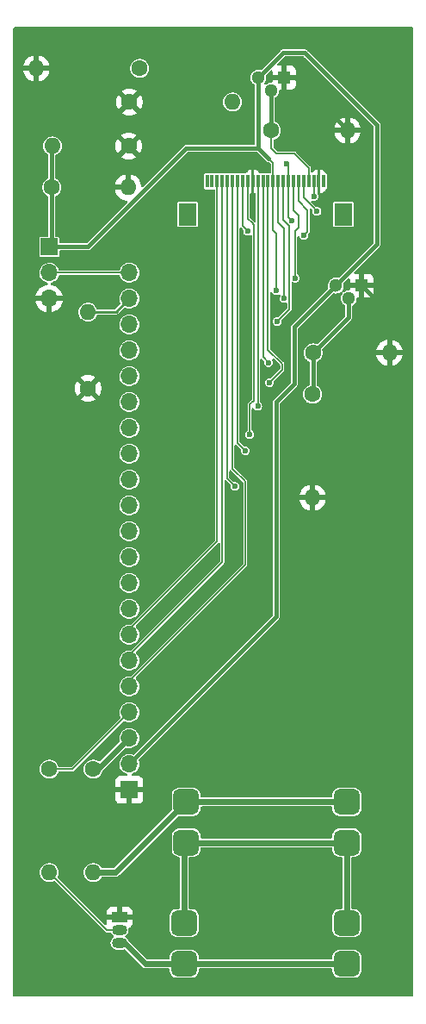
<source format=gtl>
G04 #@! TF.GenerationSoftware,KiCad,Pcbnew,(6.0.9)*
G04 #@! TF.CreationDate,2023-01-12T19:47:39+01:00*
G04 #@! TF.ProjectId,vogelhuisje_camera_board,766f6765-6c68-4756-9973-6a655f63616d,rev?*
G04 #@! TF.SameCoordinates,Original*
G04 #@! TF.FileFunction,Copper,L1,Top*
G04 #@! TF.FilePolarity,Positive*
%FSLAX46Y46*%
G04 Gerber Fmt 4.6, Leading zero omitted, Abs format (unit mm)*
G04 Created by KiCad (PCBNEW (6.0.9)) date 2023-01-12 19:47:39*
%MOMM*%
%LPD*%
G01*
G04 APERTURE LIST*
G04 Aperture macros list*
%AMRoundRect*
0 Rectangle with rounded corners*
0 $1 Rounding radius*
0 $2 $3 $4 $5 $6 $7 $8 $9 X,Y pos of 4 corners*
0 Add a 4 corners polygon primitive as box body*
4,1,4,$2,$3,$4,$5,$6,$7,$8,$9,$2,$3,0*
0 Add four circle primitives for the rounded corners*
1,1,$1+$1,$2,$3*
1,1,$1+$1,$4,$5*
1,1,$1+$1,$6,$7*
1,1,$1+$1,$8,$9*
0 Add four rect primitives between the rounded corners*
20,1,$1+$1,$2,$3,$4,$5,0*
20,1,$1+$1,$4,$5,$6,$7,0*
20,1,$1+$1,$6,$7,$8,$9,0*
20,1,$1+$1,$8,$9,$2,$3,0*%
G04 Aperture macros list end*
G04 #@! TA.AperFunction,ComponentPad*
%ADD10C,1.600000*%
G04 #@! TD*
G04 #@! TA.AperFunction,ComponentPad*
%ADD11O,1.600000X1.600000*%
G04 #@! TD*
G04 #@! TA.AperFunction,SMDPad,CuDef*
%ADD12RoundRect,0.625000X0.675000X0.625000X-0.675000X0.625000X-0.675000X-0.625000X0.675000X-0.625000X0*%
G04 #@! TD*
G04 #@! TA.AperFunction,ComponentPad*
%ADD13R,1.500000X1.050000*%
G04 #@! TD*
G04 #@! TA.AperFunction,ComponentPad*
%ADD14O,1.500000X1.050000*%
G04 #@! TD*
G04 #@! TA.AperFunction,SMDPad,CuDef*
%ADD15R,0.300000X1.300000*%
G04 #@! TD*
G04 #@! TA.AperFunction,SMDPad,CuDef*
%ADD16R,1.800000X2.200000*%
G04 #@! TD*
G04 #@! TA.AperFunction,ComponentPad*
%ADD17R,1.700000X1.700000*%
G04 #@! TD*
G04 #@! TA.AperFunction,ComponentPad*
%ADD18O,1.700000X1.700000*%
G04 #@! TD*
G04 #@! TA.AperFunction,ComponentPad*
%ADD19R,1.300000X1.300000*%
G04 #@! TD*
G04 #@! TA.AperFunction,ComponentPad*
%ADD20C,1.300000*%
G04 #@! TD*
G04 #@! TA.AperFunction,ViaPad*
%ADD21C,0.600000*%
G04 #@! TD*
G04 #@! TA.AperFunction,Conductor*
%ADD22C,0.600000*%
G04 #@! TD*
G04 #@! TA.AperFunction,Conductor*
%ADD23C,0.127000*%
G04 #@! TD*
G04 #@! TA.AperFunction,Conductor*
%ADD24C,0.254000*%
G04 #@! TD*
G04 #@! TA.AperFunction,Conductor*
%ADD25C,0.400000*%
G04 #@! TD*
G04 #@! TA.AperFunction,Conductor*
%ADD26C,0.150000*%
G04 #@! TD*
G04 #@! TA.AperFunction,Conductor*
%ADD27C,0.200000*%
G04 #@! TD*
G04 APERTURE END LIST*
D10*
X119634000Y-91948000D03*
D11*
X119634000Y-102108000D03*
D10*
X102616000Y-59944000D03*
D11*
X92456000Y-59944000D03*
D12*
X123000000Y-147900000D03*
X123000000Y-143900000D03*
D13*
X100642000Y-143326000D03*
D14*
X100642000Y-144596000D03*
X100642000Y-145866000D03*
D12*
X107200000Y-136000000D03*
X107200000Y-132000000D03*
D15*
X109250000Y-71050000D03*
X109750000Y-71050000D03*
X110250000Y-71050000D03*
X110750000Y-71050000D03*
X111250000Y-71050000D03*
X111750000Y-71050000D03*
X112250000Y-71050000D03*
X112750000Y-71050000D03*
X113250000Y-71050000D03*
X113750000Y-71050000D03*
X114250000Y-71050000D03*
X114750000Y-71050000D03*
X115250000Y-71050000D03*
X115750000Y-71050000D03*
X116250000Y-71050000D03*
X116750000Y-71050000D03*
X117250000Y-71050000D03*
X117750000Y-71050000D03*
X118250000Y-71050000D03*
X118750000Y-71050000D03*
X119250000Y-71050000D03*
X119750000Y-71050000D03*
X120250000Y-71050000D03*
X120750000Y-71050000D03*
D16*
X107350000Y-74300000D03*
X122650000Y-74300000D03*
D10*
X119694000Y-87884000D03*
D11*
X127194000Y-87884000D03*
D17*
X101600000Y-130810000D03*
D18*
X101600000Y-128270000D03*
X101600000Y-125730000D03*
X101600000Y-123190000D03*
X101600000Y-120650000D03*
X101600000Y-118110000D03*
X101600000Y-115570000D03*
X101600000Y-113030000D03*
X101600000Y-110490000D03*
X101600000Y-107950000D03*
X101600000Y-105410000D03*
X101600000Y-102870000D03*
X101600000Y-100330000D03*
X101600000Y-97790000D03*
X101600000Y-95250000D03*
X101600000Y-92710000D03*
X101600000Y-90170000D03*
X101600000Y-87630000D03*
X101600000Y-85090000D03*
X101600000Y-82550000D03*
X101600000Y-80010000D03*
D19*
X116840000Y-60854000D03*
D20*
X115570000Y-62124000D03*
X114300000Y-60854000D03*
D10*
X101540000Y-67564000D03*
D11*
X94040000Y-67564000D03*
D12*
X123000000Y-136000000D03*
X123000000Y-132000000D03*
D10*
X93980000Y-71628000D03*
D11*
X101480000Y-71628000D03*
D10*
X93726000Y-128778000D03*
D11*
X93726000Y-138938000D03*
D10*
X101600000Y-63246000D03*
D11*
X111760000Y-63246000D03*
D12*
X107000000Y-147900000D03*
X107000000Y-143900000D03*
D10*
X97536000Y-91380000D03*
D11*
X97536000Y-83880000D03*
D10*
X98044000Y-128778000D03*
D11*
X98044000Y-138938000D03*
D17*
X93726000Y-77485000D03*
D18*
X93726000Y-80025000D03*
X93726000Y-82565000D03*
D10*
X115570000Y-66040000D03*
D11*
X123070000Y-66040000D03*
D19*
X124460000Y-81280000D03*
D20*
X123190000Y-82550000D03*
X121920000Y-81280000D03*
D21*
X116078000Y-81788000D03*
X113250000Y-75940000D03*
X116840000Y-82550000D03*
X112000000Y-101000000D03*
X113000000Y-97500000D03*
X113450000Y-95920000D03*
X114240000Y-93130000D03*
X115390000Y-90810000D03*
X115290000Y-88850000D03*
X116130000Y-84810000D03*
X117920000Y-80550000D03*
X118770000Y-76350000D03*
X120070000Y-73990000D03*
X119790000Y-72510000D03*
X117550000Y-74880000D03*
X117094000Y-69342000D03*
D22*
X107200000Y-132000000D02*
X100262000Y-138938000D01*
D23*
X101585000Y-80025000D02*
X101600000Y-80010000D01*
X93726000Y-80025000D02*
X101585000Y-80025000D01*
D24*
X100270000Y-83880000D02*
X101600000Y-82550000D01*
X97536000Y-83880000D02*
X100270000Y-83880000D01*
D25*
X119694000Y-87884000D02*
X119694000Y-91888000D01*
X123070000Y-66040000D02*
X117884000Y-60854000D01*
X127194000Y-87884000D02*
X127194000Y-84014000D01*
X117884000Y-60854000D02*
X116840000Y-60854000D01*
X127194000Y-84014000D02*
X124460000Y-81280000D01*
D26*
X115750000Y-71050000D02*
X115750000Y-69268000D01*
D25*
X93980000Y-71628000D02*
X93980000Y-67624000D01*
X117856000Y-90932000D02*
X117856000Y-85344000D01*
X93980000Y-77470000D02*
X93980000Y-71628000D01*
X101600000Y-128270000D02*
X116078000Y-113792000D01*
X107188000Y-67818000D02*
X114300000Y-67818000D01*
D26*
X116078000Y-81788000D02*
X116078000Y-76200000D01*
X115750000Y-69268000D02*
X115316000Y-68834000D01*
X115750000Y-75872000D02*
X115750000Y-71050000D01*
D25*
X114300000Y-60854000D02*
X114300000Y-67818000D01*
X118872000Y-58420000D02*
X125984000Y-65532000D01*
X93980000Y-77470000D02*
X97536000Y-77470000D01*
X116734000Y-58420000D02*
X118872000Y-58420000D01*
X125984000Y-65532000D02*
X125984000Y-77216000D01*
X97536000Y-77470000D02*
X107188000Y-67818000D01*
X117856000Y-85344000D02*
X121920000Y-81280000D01*
X116078000Y-113792000D02*
X116078000Y-92710000D01*
X93980000Y-67624000D02*
X94040000Y-67564000D01*
D27*
X101500000Y-127850000D02*
X101890000Y-127850000D01*
D25*
X125984000Y-77216000D02*
X121920000Y-81280000D01*
D26*
X116078000Y-76200000D02*
X115750000Y-75872000D01*
D25*
X114300000Y-60854000D02*
X116734000Y-58420000D01*
X114300000Y-67818000D02*
X115316000Y-68834000D01*
X116078000Y-92710000D02*
X117856000Y-90932000D01*
D23*
X112750000Y-75440000D02*
X113250000Y-75940000D01*
X112750000Y-71050000D02*
X112750000Y-75440000D01*
D25*
X115570000Y-62124000D02*
X115570000Y-66040000D01*
D26*
X115570000Y-67818000D02*
X115570000Y-66040000D01*
X119250000Y-71050000D02*
X119250000Y-69720000D01*
X117856000Y-68326000D02*
X116078000Y-68326000D01*
X116078000Y-68326000D02*
X115570000Y-67818000D01*
X119250000Y-69720000D02*
X117856000Y-68326000D01*
X116840000Y-75692000D02*
X116250000Y-75102000D01*
X116840000Y-82550000D02*
X116840000Y-75692000D01*
D25*
X123190000Y-82550000D02*
X123190000Y-84388000D01*
X123190000Y-84388000D02*
X119694000Y-87884000D01*
D26*
X116250000Y-75102000D02*
X116250000Y-71050000D01*
D22*
X98552000Y-128778000D02*
X101600000Y-125730000D01*
X98044000Y-128778000D02*
X98552000Y-128778000D01*
D27*
X96012000Y-128778000D02*
X101600000Y-123190000D01*
X93726000Y-128778000D02*
X96012000Y-128778000D01*
D23*
X111750000Y-99250000D02*
X113000000Y-100500000D01*
X113000000Y-108730000D02*
X101500000Y-120230000D01*
X111750000Y-71050000D02*
X111750000Y-99250000D01*
X113000000Y-100500000D02*
X113000000Y-108730000D01*
X110750000Y-71050000D02*
X110750000Y-108440000D01*
X110750000Y-108440000D02*
X101500000Y-117690000D01*
X110250000Y-71050000D02*
X110250000Y-106400000D01*
X110250000Y-106400000D02*
X101500000Y-115150000D01*
X111250000Y-71050000D02*
X111250000Y-100250000D01*
X111250000Y-100250000D02*
X112000000Y-101000000D01*
X112250000Y-71050000D02*
X112250000Y-96750000D01*
X112250000Y-96750000D02*
X113000000Y-97500000D01*
X113850000Y-92560000D02*
X113610000Y-92800000D01*
X113850000Y-75310000D02*
X113850000Y-78430000D01*
X113610000Y-92800000D02*
X113450000Y-92960000D01*
X113850000Y-78430000D02*
X113850000Y-91710000D01*
X113650000Y-75110000D02*
X113850000Y-75310000D01*
X113850000Y-91710000D02*
X113850000Y-92560000D01*
X113250000Y-74710000D02*
X113650000Y-75110000D01*
X113250000Y-71050000D02*
X113250000Y-74710000D01*
X113450000Y-92960000D02*
X113450000Y-95920000D01*
X114240000Y-93100000D02*
X114240000Y-93130000D01*
X114250000Y-93090000D02*
X114240000Y-93100000D01*
X114250000Y-71050000D02*
X114250000Y-93090000D01*
D26*
X116660000Y-89000000D02*
X116660000Y-89540000D01*
X115250000Y-71050000D02*
X115250000Y-87590000D01*
X115250000Y-87590000D02*
X116660000Y-89000000D01*
X116660000Y-89540000D02*
X115390000Y-90810000D01*
X114750000Y-71050000D02*
X114750000Y-88310000D01*
X114750000Y-88310000D02*
X115290000Y-88850000D01*
X117348000Y-83592000D02*
X117348000Y-75438000D01*
X116130000Y-84810000D02*
X117348000Y-83592000D01*
X116750000Y-74840000D02*
X116750000Y-71050000D01*
X117348000Y-75438000D02*
X116750000Y-74840000D01*
X117750000Y-71050000D02*
X117750000Y-73890000D01*
X118250000Y-75580000D02*
X117920000Y-75910000D01*
X117920000Y-75910000D02*
X117920000Y-80550000D01*
X118300000Y-75530000D02*
X118250000Y-75580000D01*
X118300000Y-74440000D02*
X118300000Y-75530000D01*
X117750000Y-73890000D02*
X118300000Y-74440000D01*
X119120000Y-76000000D02*
X118770000Y-76350000D01*
X118250000Y-72990000D02*
X119120000Y-73860000D01*
X118250000Y-71050000D02*
X118250000Y-72990000D01*
X119120000Y-73860000D02*
X119120000Y-76000000D01*
X118750000Y-72640000D02*
X119600000Y-73490000D01*
X120070000Y-73960000D02*
X120070000Y-73990000D01*
X118750000Y-71050000D02*
X118750000Y-72640000D01*
X119600000Y-73490000D02*
X120070000Y-73960000D01*
D27*
X119750000Y-71050000D02*
X119750000Y-72470000D01*
X119750000Y-72470000D02*
X119790000Y-72510000D01*
D26*
X117250000Y-71050000D02*
X117250000Y-74580000D01*
X117250000Y-71050000D02*
X117250000Y-69498000D01*
X117250000Y-69498000D02*
X117094000Y-69342000D01*
X117250000Y-74580000D02*
X117550000Y-74880000D01*
D22*
X101162000Y-145866000D02*
X100642000Y-145866000D01*
X107000000Y-147900000D02*
X109100000Y-147900000D01*
X107000000Y-147900000D02*
X103196000Y-147900000D01*
X109100000Y-147900000D02*
X123000000Y-147900000D01*
X103196000Y-147900000D02*
X101162000Y-145866000D01*
D27*
X99384000Y-144596000D02*
X100642000Y-144596000D01*
X93726000Y-138938000D02*
X99384000Y-144596000D01*
D22*
X123000000Y-132000000D02*
X107200000Y-132000000D01*
X98044000Y-138938000D02*
X100262000Y-138938000D01*
X123000000Y-143900000D02*
X123000000Y-136000000D01*
X107000000Y-136200000D02*
X107200000Y-136000000D01*
X107200000Y-136000000D02*
X123000000Y-136000000D01*
X107000000Y-143900000D02*
X107000000Y-136200000D01*
G04 #@! TA.AperFunction,Conductor*
G36*
X129471621Y-55910502D02*
G01*
X129518114Y-55964158D01*
X129529500Y-56016500D01*
X129529500Y-150993500D01*
X129509498Y-151061621D01*
X129455842Y-151108114D01*
X129403500Y-151119500D01*
X90306500Y-151119500D01*
X90238379Y-151099498D01*
X90191886Y-151045842D01*
X90180500Y-150993500D01*
X90180500Y-138938000D01*
X92793391Y-138938000D01*
X92813771Y-139131900D01*
X92815811Y-139138178D01*
X92815811Y-139138179D01*
X92838598Y-139208311D01*
X92874019Y-139317326D01*
X92971503Y-139486174D01*
X93101963Y-139631064D01*
X93259695Y-139745663D01*
X93265723Y-139748347D01*
X93265725Y-139748348D01*
X93304036Y-139765405D01*
X93437808Y-139824964D01*
X93533162Y-139845232D01*
X93622059Y-139864128D01*
X93622063Y-139864128D01*
X93628516Y-139865500D01*
X93823484Y-139865500D01*
X93829937Y-139864128D01*
X93829941Y-139864128D01*
X93918838Y-139845232D01*
X94014192Y-139824964D01*
X94126775Y-139774839D01*
X94197141Y-139765405D01*
X94261438Y-139795511D01*
X94267118Y-139800851D01*
X99216587Y-144750321D01*
X99221128Y-144755105D01*
X99247292Y-144784163D01*
X99259390Y-144789549D01*
X99259391Y-144789550D01*
X99266049Y-144792514D01*
X99283427Y-144801949D01*
X99289544Y-144805922D01*
X99289546Y-144805923D01*
X99300650Y-144813134D01*
X99313729Y-144815205D01*
X99318526Y-144817047D01*
X99323546Y-144818114D01*
X99335643Y-144823500D01*
X99356182Y-144823500D01*
X99375891Y-144825051D01*
X99396172Y-144828263D01*
X99408961Y-144824836D01*
X99422189Y-144824143D01*
X99422213Y-144824596D01*
X99430537Y-144823500D01*
X99719303Y-144823500D01*
X99787424Y-144843502D01*
X99825688Y-144881986D01*
X99910244Y-145015225D01*
X100030422Y-145128079D01*
X100037114Y-145131758D01*
X100080388Y-145187881D01*
X100086462Y-145258617D01*
X100053328Y-145321408D01*
X100037033Y-145335527D01*
X99966783Y-145386568D01*
X99861697Y-145513594D01*
X99791503Y-145662764D01*
X99760612Y-145824704D01*
X99770963Y-145989238D01*
X99821908Y-146146029D01*
X99910244Y-146285225D01*
X100030422Y-146398079D01*
X100174890Y-146477501D01*
X100334570Y-146518500D01*
X100908052Y-146518500D01*
X100978374Y-146509616D01*
X101022693Y-146504018D01*
X101022694Y-146504018D01*
X101030560Y-146503024D01*
X101071012Y-146487008D01*
X101141712Y-146480530D01*
X101206489Y-146515066D01*
X102870478Y-148179054D01*
X102880333Y-148190143D01*
X102900050Y-148215154D01*
X102907797Y-148220509D01*
X102907799Y-148220510D01*
X102945778Y-148246758D01*
X102948957Y-148249029D01*
X102993700Y-148282077D01*
X103000166Y-148284348D01*
X103005802Y-148288243D01*
X103014779Y-148291082D01*
X103014781Y-148291083D01*
X103058793Y-148305002D01*
X103062543Y-148306253D01*
X103114989Y-148324671D01*
X103121837Y-148324940D01*
X103128369Y-148327006D01*
X103134645Y-148327500D01*
X103184512Y-148327500D01*
X103189459Y-148327597D01*
X103243441Y-148329718D01*
X103250261Y-148327910D01*
X103257703Y-148327500D01*
X105446500Y-148327500D01*
X105514621Y-148347502D01*
X105561114Y-148401158D01*
X105572500Y-148453500D01*
X105572500Y-148575002D01*
X105583388Y-148679931D01*
X105638920Y-148846383D01*
X105731256Y-148995596D01*
X105855441Y-149119565D01*
X106004815Y-149211640D01*
X106171364Y-149266882D01*
X106178200Y-149267582D01*
X106178203Y-149267583D01*
X106229992Y-149272889D01*
X106274998Y-149277500D01*
X107725002Y-149277500D01*
X107728248Y-149277163D01*
X107728251Y-149277163D01*
X107823072Y-149267324D01*
X107823074Y-149267323D01*
X107829931Y-149266612D01*
X107996383Y-149211080D01*
X108145596Y-149118744D01*
X108269565Y-148994559D01*
X108361640Y-148845185D01*
X108416882Y-148678636D01*
X108427500Y-148575002D01*
X108427500Y-148453500D01*
X108447502Y-148385379D01*
X108501158Y-148338886D01*
X108553500Y-148327500D01*
X121446500Y-148327500D01*
X121514621Y-148347502D01*
X121561114Y-148401158D01*
X121572500Y-148453500D01*
X121572500Y-148575002D01*
X121583388Y-148679931D01*
X121638920Y-148846383D01*
X121731256Y-148995596D01*
X121855441Y-149119565D01*
X122004815Y-149211640D01*
X122171364Y-149266882D01*
X122178200Y-149267582D01*
X122178203Y-149267583D01*
X122229992Y-149272889D01*
X122274998Y-149277500D01*
X123725002Y-149277500D01*
X123728248Y-149277163D01*
X123728251Y-149277163D01*
X123823072Y-149267324D01*
X123823074Y-149267323D01*
X123829931Y-149266612D01*
X123996383Y-149211080D01*
X124145596Y-149118744D01*
X124269565Y-148994559D01*
X124361640Y-148845185D01*
X124416882Y-148678636D01*
X124427500Y-148575002D01*
X124427500Y-147224998D01*
X124416612Y-147120069D01*
X124361080Y-146953617D01*
X124268744Y-146804404D01*
X124144559Y-146680435D01*
X123995185Y-146588360D01*
X123828636Y-146533118D01*
X123821800Y-146532418D01*
X123821797Y-146532417D01*
X123770008Y-146527111D01*
X123725002Y-146522500D01*
X122274998Y-146522500D01*
X122271752Y-146522837D01*
X122271749Y-146522837D01*
X122176928Y-146532676D01*
X122176926Y-146532677D01*
X122170069Y-146533388D01*
X122003617Y-146588920D01*
X121854404Y-146681256D01*
X121730435Y-146805441D01*
X121638360Y-146954815D01*
X121583118Y-147121364D01*
X121572500Y-147224998D01*
X121572500Y-147346500D01*
X121552498Y-147414621D01*
X121498842Y-147461114D01*
X121446500Y-147472500D01*
X108553500Y-147472500D01*
X108485379Y-147452498D01*
X108438886Y-147398842D01*
X108427500Y-147346500D01*
X108427500Y-147224998D01*
X108416612Y-147120069D01*
X108361080Y-146953617D01*
X108268744Y-146804404D01*
X108144559Y-146680435D01*
X107995185Y-146588360D01*
X107828636Y-146533118D01*
X107821800Y-146532418D01*
X107821797Y-146532417D01*
X107770008Y-146527111D01*
X107725002Y-146522500D01*
X106274998Y-146522500D01*
X106271752Y-146522837D01*
X106271749Y-146522837D01*
X106176928Y-146532676D01*
X106176926Y-146532677D01*
X106170069Y-146533388D01*
X106003617Y-146588920D01*
X105854404Y-146681256D01*
X105730435Y-146805441D01*
X105638360Y-146954815D01*
X105583118Y-147121364D01*
X105572500Y-147224998D01*
X105572500Y-147346500D01*
X105552498Y-147414621D01*
X105498842Y-147461114D01*
X105446500Y-147472500D01*
X103425266Y-147472500D01*
X103357145Y-147452498D01*
X103336171Y-147435595D01*
X101487523Y-145586947D01*
X101477668Y-145575858D01*
X101463781Y-145558243D01*
X101457950Y-145550846D01*
X101446664Y-145543046D01*
X101411918Y-145506910D01*
X101373756Y-145446775D01*
X101253578Y-145333921D01*
X101246886Y-145330242D01*
X101203612Y-145274119D01*
X101197538Y-145203383D01*
X101230672Y-145140592D01*
X101246966Y-145126473D01*
X101310807Y-145080089D01*
X101317217Y-145075432D01*
X101422303Y-144948406D01*
X101492497Y-144799236D01*
X101523388Y-144637296D01*
X101519469Y-144575002D01*
X105572500Y-144575002D01*
X105583388Y-144679931D01*
X105638920Y-144846383D01*
X105731256Y-144995596D01*
X105855441Y-145119565D01*
X105861671Y-145123405D01*
X105861672Y-145123406D01*
X105991420Y-145203383D01*
X106004815Y-145211640D01*
X106171364Y-145266882D01*
X106178200Y-145267582D01*
X106178203Y-145267583D01*
X106229992Y-145272889D01*
X106274998Y-145277500D01*
X107725002Y-145277500D01*
X107728248Y-145277163D01*
X107728251Y-145277163D01*
X107823072Y-145267324D01*
X107823074Y-145267323D01*
X107829931Y-145266612D01*
X107996383Y-145211080D01*
X108145596Y-145118744D01*
X108269565Y-144994559D01*
X108361640Y-144845185D01*
X108416882Y-144678636D01*
X108427500Y-144575002D01*
X108427500Y-143224998D01*
X108416612Y-143120069D01*
X108361080Y-142953617D01*
X108268744Y-142804404D01*
X108144559Y-142680435D01*
X107995185Y-142588360D01*
X107828636Y-142533118D01*
X107821800Y-142532418D01*
X107821797Y-142532417D01*
X107770008Y-142527111D01*
X107725002Y-142522500D01*
X107553500Y-142522500D01*
X107485379Y-142502498D01*
X107438886Y-142448842D01*
X107427500Y-142396500D01*
X107427500Y-137503500D01*
X107447502Y-137435379D01*
X107501158Y-137388886D01*
X107553500Y-137377500D01*
X107925002Y-137377500D01*
X107928248Y-137377163D01*
X107928251Y-137377163D01*
X108023072Y-137367324D01*
X108023074Y-137367323D01*
X108029931Y-137366612D01*
X108196383Y-137311080D01*
X108345596Y-137218744D01*
X108469565Y-137094559D01*
X108561640Y-136945185D01*
X108616882Y-136778636D01*
X108627500Y-136675002D01*
X108627500Y-136553500D01*
X108647502Y-136485379D01*
X108701158Y-136438886D01*
X108753500Y-136427500D01*
X121446500Y-136427500D01*
X121514621Y-136447502D01*
X121561114Y-136501158D01*
X121572500Y-136553500D01*
X121572500Y-136675002D01*
X121583388Y-136779931D01*
X121638920Y-136946383D01*
X121731256Y-137095596D01*
X121855441Y-137219565D01*
X122004815Y-137311640D01*
X122171364Y-137366882D01*
X122178200Y-137367582D01*
X122178203Y-137367583D01*
X122229992Y-137372889D01*
X122274998Y-137377500D01*
X122446500Y-137377500D01*
X122514621Y-137397502D01*
X122561114Y-137451158D01*
X122572500Y-137503500D01*
X122572500Y-142396500D01*
X122552498Y-142464621D01*
X122498842Y-142511114D01*
X122446500Y-142522500D01*
X122274998Y-142522500D01*
X122271752Y-142522837D01*
X122271749Y-142522837D01*
X122176928Y-142532676D01*
X122176926Y-142532677D01*
X122170069Y-142533388D01*
X122003617Y-142588920D01*
X121854404Y-142681256D01*
X121730435Y-142805441D01*
X121638360Y-142954815D01*
X121583118Y-143121364D01*
X121572500Y-143224998D01*
X121572500Y-144575002D01*
X121583388Y-144679931D01*
X121638920Y-144846383D01*
X121731256Y-144995596D01*
X121855441Y-145119565D01*
X121861671Y-145123405D01*
X121861672Y-145123406D01*
X121991420Y-145203383D01*
X122004815Y-145211640D01*
X122171364Y-145266882D01*
X122178200Y-145267582D01*
X122178203Y-145267583D01*
X122229992Y-145272889D01*
X122274998Y-145277500D01*
X123725002Y-145277500D01*
X123728248Y-145277163D01*
X123728251Y-145277163D01*
X123823072Y-145267324D01*
X123823074Y-145267323D01*
X123829931Y-145266612D01*
X123996383Y-145211080D01*
X124145596Y-145118744D01*
X124269565Y-144994559D01*
X124361640Y-144845185D01*
X124416882Y-144678636D01*
X124427500Y-144575002D01*
X124427500Y-143224998D01*
X124416612Y-143120069D01*
X124361080Y-142953617D01*
X124268744Y-142804404D01*
X124144559Y-142680435D01*
X123995185Y-142588360D01*
X123828636Y-142533118D01*
X123821800Y-142532418D01*
X123821797Y-142532417D01*
X123770008Y-142527111D01*
X123725002Y-142522500D01*
X123553500Y-142522500D01*
X123485379Y-142502498D01*
X123438886Y-142448842D01*
X123427500Y-142396500D01*
X123427500Y-137503500D01*
X123447502Y-137435379D01*
X123501158Y-137388886D01*
X123553500Y-137377500D01*
X123725002Y-137377500D01*
X123728248Y-137377163D01*
X123728251Y-137377163D01*
X123823072Y-137367324D01*
X123823074Y-137367323D01*
X123829931Y-137366612D01*
X123996383Y-137311080D01*
X124145596Y-137218744D01*
X124269565Y-137094559D01*
X124361640Y-136945185D01*
X124416882Y-136778636D01*
X124427500Y-136675002D01*
X124427500Y-135324998D01*
X124416612Y-135220069D01*
X124361080Y-135053617D01*
X124268744Y-134904404D01*
X124144559Y-134780435D01*
X123995185Y-134688360D01*
X123828636Y-134633118D01*
X123821800Y-134632418D01*
X123821797Y-134632417D01*
X123770008Y-134627111D01*
X123725002Y-134622500D01*
X122274998Y-134622500D01*
X122271752Y-134622837D01*
X122271749Y-134622837D01*
X122176928Y-134632676D01*
X122176926Y-134632677D01*
X122170069Y-134633388D01*
X122003617Y-134688920D01*
X121854404Y-134781256D01*
X121730435Y-134905441D01*
X121638360Y-135054815D01*
X121583118Y-135221364D01*
X121572500Y-135324998D01*
X121572500Y-135446500D01*
X121552498Y-135514621D01*
X121498842Y-135561114D01*
X121446500Y-135572500D01*
X108753500Y-135572500D01*
X108685379Y-135552498D01*
X108638886Y-135498842D01*
X108627500Y-135446500D01*
X108627500Y-135324998D01*
X108616612Y-135220069D01*
X108561080Y-135053617D01*
X108468744Y-134904404D01*
X108344559Y-134780435D01*
X108195185Y-134688360D01*
X108028636Y-134633118D01*
X108021800Y-134632418D01*
X108021797Y-134632417D01*
X107970008Y-134627111D01*
X107925002Y-134622500D01*
X106474998Y-134622500D01*
X106471752Y-134622837D01*
X106471749Y-134622837D01*
X106376928Y-134632676D01*
X106376926Y-134632677D01*
X106370069Y-134633388D01*
X106203617Y-134688920D01*
X106054404Y-134781256D01*
X105930435Y-134905441D01*
X105838360Y-135054815D01*
X105783118Y-135221364D01*
X105772500Y-135324998D01*
X105772500Y-136675002D01*
X105783388Y-136779931D01*
X105838920Y-136946383D01*
X105931256Y-137095596D01*
X106055441Y-137219565D01*
X106204815Y-137311640D01*
X106371364Y-137366882D01*
X106378200Y-137367582D01*
X106378203Y-137367583D01*
X106459342Y-137375896D01*
X106525070Y-137402737D01*
X106565852Y-137460852D01*
X106572500Y-137501240D01*
X106572500Y-142396500D01*
X106552498Y-142464621D01*
X106498842Y-142511114D01*
X106446500Y-142522500D01*
X106274998Y-142522500D01*
X106271752Y-142522837D01*
X106271749Y-142522837D01*
X106176928Y-142532676D01*
X106176926Y-142532677D01*
X106170069Y-142533388D01*
X106003617Y-142588920D01*
X105854404Y-142681256D01*
X105730435Y-142805441D01*
X105638360Y-142954815D01*
X105583118Y-143121364D01*
X105572500Y-143224998D01*
X105572500Y-144575002D01*
X101519469Y-144575002D01*
X101513037Y-144472762D01*
X101510588Y-144465225D01*
X101509815Y-144461173D01*
X101516698Y-144390511D01*
X101560692Y-144334788D01*
X101589354Y-144319582D01*
X101630052Y-144304325D01*
X101645649Y-144295786D01*
X101747724Y-144219285D01*
X101760285Y-144206724D01*
X101836786Y-144104649D01*
X101845324Y-144089054D01*
X101890478Y-143968606D01*
X101894105Y-143953351D01*
X101899631Y-143902486D01*
X101900000Y-143895672D01*
X101900000Y-143598115D01*
X101895525Y-143582876D01*
X101894135Y-143581671D01*
X101886452Y-143580000D01*
X99402116Y-143580000D01*
X99386877Y-143584475D01*
X99385672Y-143585865D01*
X99384001Y-143593548D01*
X99384001Y-143895669D01*
X99384371Y-143902490D01*
X99390748Y-143961207D01*
X99388288Y-143961474D01*
X99385225Y-144020170D01*
X99343781Y-144077815D01*
X99277752Y-144103902D01*
X99208100Y-144090151D01*
X99177248Y-144067515D01*
X98163618Y-143053885D01*
X99384000Y-143053885D01*
X99388475Y-143069124D01*
X99389865Y-143070329D01*
X99397548Y-143072000D01*
X100369885Y-143072000D01*
X100385124Y-143067525D01*
X100386329Y-143066135D01*
X100388000Y-143058452D01*
X100388000Y-143053885D01*
X100896000Y-143053885D01*
X100900475Y-143069124D01*
X100901865Y-143070329D01*
X100909548Y-143072000D01*
X101881884Y-143072000D01*
X101897123Y-143067525D01*
X101898328Y-143066135D01*
X101899999Y-143058452D01*
X101899999Y-142756331D01*
X101899629Y-142749510D01*
X101894105Y-142698648D01*
X101890479Y-142683396D01*
X101845324Y-142562946D01*
X101836786Y-142547351D01*
X101760285Y-142445276D01*
X101747724Y-142432715D01*
X101645649Y-142356214D01*
X101630054Y-142347676D01*
X101509606Y-142302522D01*
X101494351Y-142298895D01*
X101443486Y-142293369D01*
X101436672Y-142293000D01*
X100914115Y-142293000D01*
X100898876Y-142297475D01*
X100897671Y-142298865D01*
X100896000Y-142306548D01*
X100896000Y-143053885D01*
X100388000Y-143053885D01*
X100388000Y-142311116D01*
X100383525Y-142295877D01*
X100382135Y-142294672D01*
X100374452Y-142293001D01*
X99847331Y-142293001D01*
X99840510Y-142293371D01*
X99789648Y-142298895D01*
X99774396Y-142302521D01*
X99653946Y-142347676D01*
X99638351Y-142356214D01*
X99536276Y-142432715D01*
X99523715Y-142445276D01*
X99447214Y-142547351D01*
X99438676Y-142562946D01*
X99393522Y-142683394D01*
X99389895Y-142698649D01*
X99384369Y-142749514D01*
X99384000Y-142756328D01*
X99384000Y-143053885D01*
X98163618Y-143053885D01*
X94591105Y-139481371D01*
X94557079Y-139419059D01*
X94562144Y-139348244D01*
X94571076Y-139329285D01*
X94577981Y-139317326D01*
X94613402Y-139208311D01*
X94636189Y-139138179D01*
X94636189Y-139138178D01*
X94638229Y-139131900D01*
X94658609Y-138938000D01*
X97111391Y-138938000D01*
X97131771Y-139131900D01*
X97133811Y-139138178D01*
X97133811Y-139138179D01*
X97156598Y-139208311D01*
X97192019Y-139317326D01*
X97289503Y-139486174D01*
X97419963Y-139631064D01*
X97577695Y-139745663D01*
X97583723Y-139748347D01*
X97583725Y-139748348D01*
X97622036Y-139765405D01*
X97755808Y-139824964D01*
X97851162Y-139845232D01*
X97940059Y-139864128D01*
X97940063Y-139864128D01*
X97946516Y-139865500D01*
X98141484Y-139865500D01*
X98147937Y-139864128D01*
X98147941Y-139864128D01*
X98236838Y-139845232D01*
X98332192Y-139824964D01*
X98465964Y-139765405D01*
X98504275Y-139748348D01*
X98504277Y-139748347D01*
X98510305Y-139745663D01*
X98668037Y-139631064D01*
X98798497Y-139486174D01*
X98831795Y-139428500D01*
X98883177Y-139379507D01*
X98940914Y-139365500D01*
X100229146Y-139365500D01*
X100243955Y-139366373D01*
X100275579Y-139370116D01*
X100284843Y-139368424D01*
X100284844Y-139368424D01*
X100330261Y-139360129D01*
X100334167Y-139359479D01*
X100348282Y-139357357D01*
X100389122Y-139351217D01*
X100395299Y-139348251D01*
X100402039Y-139347020D01*
X100451360Y-139321399D01*
X100454900Y-139319631D01*
X100496515Y-139299648D01*
X100496516Y-139299647D01*
X100505005Y-139295571D01*
X100510039Y-139290918D01*
X100516116Y-139287761D01*
X100520904Y-139283673D01*
X100556150Y-139248427D01*
X100559716Y-139244997D01*
X100592490Y-139214702D01*
X100592492Y-139214699D01*
X100599403Y-139208311D01*
X100602946Y-139202210D01*
X100607926Y-139196651D01*
X106390172Y-133414405D01*
X106452484Y-133380379D01*
X106479267Y-133377500D01*
X107925002Y-133377500D01*
X107928248Y-133377163D01*
X107928251Y-133377163D01*
X108023072Y-133367324D01*
X108023074Y-133367323D01*
X108029931Y-133366612D01*
X108196383Y-133311080D01*
X108345596Y-133218744D01*
X108469565Y-133094559D01*
X108561640Y-132945185D01*
X108616882Y-132778636D01*
X108619884Y-132749342D01*
X108627172Y-132678201D01*
X108627500Y-132675002D01*
X108627500Y-132553500D01*
X108647502Y-132485379D01*
X108701158Y-132438886D01*
X108753500Y-132427500D01*
X121446500Y-132427500D01*
X121514621Y-132447502D01*
X121561114Y-132501158D01*
X121572500Y-132553500D01*
X121572500Y-132675002D01*
X121583388Y-132779931D01*
X121638920Y-132946383D01*
X121731256Y-133095596D01*
X121855441Y-133219565D01*
X122004815Y-133311640D01*
X122171364Y-133366882D01*
X122178200Y-133367582D01*
X122178203Y-133367583D01*
X122229992Y-133372889D01*
X122274998Y-133377500D01*
X123725002Y-133377500D01*
X123728248Y-133377163D01*
X123728251Y-133377163D01*
X123823072Y-133367324D01*
X123823074Y-133367323D01*
X123829931Y-133366612D01*
X123996383Y-133311080D01*
X124145596Y-133218744D01*
X124269565Y-133094559D01*
X124361640Y-132945185D01*
X124416882Y-132778636D01*
X124419884Y-132749342D01*
X124427172Y-132678201D01*
X124427500Y-132675002D01*
X124427500Y-131324998D01*
X124416612Y-131220069D01*
X124361080Y-131053617D01*
X124268744Y-130904404D01*
X124144559Y-130780435D01*
X123995185Y-130688360D01*
X123828636Y-130633118D01*
X123821800Y-130632418D01*
X123821797Y-130632417D01*
X123770008Y-130627111D01*
X123725002Y-130622500D01*
X122274998Y-130622500D01*
X122271752Y-130622837D01*
X122271749Y-130622837D01*
X122176928Y-130632676D01*
X122176926Y-130632677D01*
X122170069Y-130633388D01*
X122003617Y-130688920D01*
X121854404Y-130781256D01*
X121730435Y-130905441D01*
X121638360Y-131054815D01*
X121583118Y-131221364D01*
X121572500Y-131324998D01*
X121572500Y-131446500D01*
X121552498Y-131514621D01*
X121498842Y-131561114D01*
X121446500Y-131572500D01*
X108753500Y-131572500D01*
X108685379Y-131552498D01*
X108638886Y-131498842D01*
X108627500Y-131446500D01*
X108627500Y-131324998D01*
X108616612Y-131220069D01*
X108561080Y-131053617D01*
X108468744Y-130904404D01*
X108344559Y-130780435D01*
X108195185Y-130688360D01*
X108028636Y-130633118D01*
X108021800Y-130632418D01*
X108021797Y-130632417D01*
X107970008Y-130627111D01*
X107925002Y-130622500D01*
X106474998Y-130622500D01*
X106471752Y-130622837D01*
X106471749Y-130622837D01*
X106376928Y-130632676D01*
X106376926Y-130632677D01*
X106370069Y-130633388D01*
X106203617Y-130688920D01*
X106054404Y-130781256D01*
X105930435Y-130905441D01*
X105838360Y-131054815D01*
X105783118Y-131221364D01*
X105772500Y-131324998D01*
X105772500Y-132675002D01*
X105772837Y-132678248D01*
X105772837Y-132678251D01*
X105780214Y-132749342D01*
X105767350Y-132819164D01*
X105743982Y-132851442D01*
X100121829Y-138473595D01*
X100059517Y-138507621D01*
X100032734Y-138510500D01*
X98940914Y-138510500D01*
X98872793Y-138490498D01*
X98831795Y-138447500D01*
X98801800Y-138395547D01*
X98798497Y-138389826D01*
X98668037Y-138244936D01*
X98510305Y-138130337D01*
X98504277Y-138127653D01*
X98504275Y-138127652D01*
X98338223Y-138053721D01*
X98338222Y-138053721D01*
X98332192Y-138051036D01*
X98236838Y-138030768D01*
X98147941Y-138011872D01*
X98147937Y-138011872D01*
X98141484Y-138010500D01*
X97946516Y-138010500D01*
X97940063Y-138011872D01*
X97940059Y-138011872D01*
X97851162Y-138030768D01*
X97755808Y-138051036D01*
X97749779Y-138053720D01*
X97749777Y-138053721D01*
X97583726Y-138127652D01*
X97583724Y-138127653D01*
X97577696Y-138130337D01*
X97419963Y-138244936D01*
X97289503Y-138389826D01*
X97192019Y-138558674D01*
X97131771Y-138744100D01*
X97111391Y-138938000D01*
X94658609Y-138938000D01*
X94638229Y-138744100D01*
X94577981Y-138558674D01*
X94480497Y-138389826D01*
X94350037Y-138244936D01*
X94192305Y-138130337D01*
X94186277Y-138127653D01*
X94186275Y-138127652D01*
X94020223Y-138053721D01*
X94020222Y-138053721D01*
X94014192Y-138051036D01*
X93918838Y-138030768D01*
X93829941Y-138011872D01*
X93829937Y-138011872D01*
X93823484Y-138010500D01*
X93628516Y-138010500D01*
X93622063Y-138011872D01*
X93622059Y-138011872D01*
X93533162Y-138030768D01*
X93437808Y-138051036D01*
X93431779Y-138053720D01*
X93431777Y-138053721D01*
X93265726Y-138127652D01*
X93265724Y-138127653D01*
X93259696Y-138130337D01*
X93101963Y-138244936D01*
X92971503Y-138389826D01*
X92874019Y-138558674D01*
X92813771Y-138744100D01*
X92793391Y-138938000D01*
X90180500Y-138938000D01*
X90180500Y-131704669D01*
X100242001Y-131704669D01*
X100242371Y-131711490D01*
X100247895Y-131762352D01*
X100251521Y-131777604D01*
X100296676Y-131898054D01*
X100305214Y-131913649D01*
X100381715Y-132015724D01*
X100394276Y-132028285D01*
X100496351Y-132104786D01*
X100511946Y-132113324D01*
X100632394Y-132158478D01*
X100647649Y-132162105D01*
X100698514Y-132167631D01*
X100705328Y-132168000D01*
X101327885Y-132168000D01*
X101343124Y-132163525D01*
X101344329Y-132162135D01*
X101346000Y-132154452D01*
X101346000Y-132149884D01*
X101854000Y-132149884D01*
X101858475Y-132165123D01*
X101859865Y-132166328D01*
X101867548Y-132167999D01*
X102494669Y-132167999D01*
X102501490Y-132167629D01*
X102552352Y-132162105D01*
X102567604Y-132158479D01*
X102688054Y-132113324D01*
X102703649Y-132104786D01*
X102805724Y-132028285D01*
X102818285Y-132015724D01*
X102894786Y-131913649D01*
X102903324Y-131898054D01*
X102948478Y-131777606D01*
X102952105Y-131762351D01*
X102957631Y-131711486D01*
X102958000Y-131704672D01*
X102958000Y-131082115D01*
X102953525Y-131066876D01*
X102952135Y-131065671D01*
X102944452Y-131064000D01*
X101872115Y-131064000D01*
X101856876Y-131068475D01*
X101855671Y-131069865D01*
X101854000Y-131077548D01*
X101854000Y-132149884D01*
X101346000Y-132149884D01*
X101346000Y-131082115D01*
X101341525Y-131066876D01*
X101340135Y-131065671D01*
X101332452Y-131064000D01*
X100260116Y-131064000D01*
X100244877Y-131068475D01*
X100243672Y-131069865D01*
X100242001Y-131077548D01*
X100242001Y-131704669D01*
X90180500Y-131704669D01*
X90180500Y-128778000D01*
X92793391Y-128778000D01*
X92794081Y-128784565D01*
X92812527Y-128960060D01*
X92813771Y-128971900D01*
X92874019Y-129157326D01*
X92877322Y-129163048D01*
X92877323Y-129163049D01*
X92901336Y-129204641D01*
X92971503Y-129326174D01*
X92975921Y-129331081D01*
X92975922Y-129331082D01*
X93090106Y-129457895D01*
X93101963Y-129471064D01*
X93259695Y-129585663D01*
X93265723Y-129588347D01*
X93265725Y-129588348D01*
X93301500Y-129604276D01*
X93437808Y-129664964D01*
X93533162Y-129685232D01*
X93622059Y-129704128D01*
X93622063Y-129704128D01*
X93628516Y-129705500D01*
X93823484Y-129705500D01*
X93829937Y-129704128D01*
X93829941Y-129704128D01*
X93918838Y-129685232D01*
X94014192Y-129664964D01*
X94150500Y-129604276D01*
X94186275Y-129588348D01*
X94186277Y-129588347D01*
X94192305Y-129585663D01*
X94350037Y-129471064D01*
X94361895Y-129457895D01*
X94476078Y-129331082D01*
X94476079Y-129331081D01*
X94480497Y-129326174D01*
X94550664Y-129204641D01*
X94574677Y-129163049D01*
X94574678Y-129163048D01*
X94577981Y-129157326D01*
X94599023Y-129092565D01*
X94639096Y-129033959D01*
X94704492Y-129006321D01*
X94718856Y-129005500D01*
X96002764Y-129005500D01*
X96009357Y-129005673D01*
X96035158Y-129007025D01*
X96048384Y-129007718D01*
X96060746Y-129002973D01*
X96060751Y-129002972D01*
X96067561Y-129000358D01*
X96086512Y-128994744D01*
X96106600Y-128990474D01*
X96117314Y-128982690D01*
X96122006Y-128980601D01*
X96126311Y-128977806D01*
X96138673Y-128973060D01*
X96153191Y-128958542D01*
X96168225Y-128945701D01*
X96174130Y-128941411D01*
X96174131Y-128941410D01*
X96184842Y-128933628D01*
X96191463Y-128922161D01*
X96200325Y-128912318D01*
X96200662Y-128912621D01*
X96205776Y-128905957D01*
X96333733Y-128778000D01*
X97111391Y-128778000D01*
X97112081Y-128784565D01*
X97130527Y-128960060D01*
X97131771Y-128971900D01*
X97192019Y-129157326D01*
X97195322Y-129163048D01*
X97195323Y-129163049D01*
X97219336Y-129204641D01*
X97289503Y-129326174D01*
X97293921Y-129331081D01*
X97293922Y-129331082D01*
X97408106Y-129457895D01*
X97419963Y-129471064D01*
X97577695Y-129585663D01*
X97583723Y-129588347D01*
X97583725Y-129588348D01*
X97619500Y-129604276D01*
X97755808Y-129664964D01*
X97851162Y-129685232D01*
X97940059Y-129704128D01*
X97940063Y-129704128D01*
X97946516Y-129705500D01*
X98141484Y-129705500D01*
X98147937Y-129704128D01*
X98147941Y-129704128D01*
X98236838Y-129685232D01*
X98332192Y-129664964D01*
X98468500Y-129604276D01*
X98504275Y-129588348D01*
X98504277Y-129588347D01*
X98510305Y-129585663D01*
X98668037Y-129471064D01*
X98679895Y-129457895D01*
X98794078Y-129331082D01*
X98794079Y-129331081D01*
X98798497Y-129326174D01*
X98868664Y-129204641D01*
X98892677Y-129163049D01*
X98892678Y-129163048D01*
X98895981Y-129157326D01*
X98943779Y-129010219D01*
X98974517Y-128960060D01*
X101225932Y-126708645D01*
X101288244Y-126674619D01*
X101353961Y-126677906D01*
X101389081Y-126689317D01*
X101579430Y-126712015D01*
X101585565Y-126711543D01*
X101585567Y-126711543D01*
X101764420Y-126697781D01*
X101764424Y-126697780D01*
X101770562Y-126697308D01*
X101955199Y-126645756D01*
X102126305Y-126559324D01*
X102277365Y-126441303D01*
X102402624Y-126296189D01*
X102497312Y-126129509D01*
X102557821Y-125947612D01*
X102581847Y-125757425D01*
X102582230Y-125730000D01*
X102563524Y-125539217D01*
X102508117Y-125355701D01*
X102418120Y-125186442D01*
X102296962Y-125037887D01*
X102233081Y-124985040D01*
X102154006Y-124919623D01*
X102154002Y-124919621D01*
X102149256Y-124915694D01*
X101980629Y-124824518D01*
X101889067Y-124796175D01*
X101803392Y-124769654D01*
X101803389Y-124769653D01*
X101797505Y-124767832D01*
X101791380Y-124767188D01*
X101791379Y-124767188D01*
X101612985Y-124748438D01*
X101612984Y-124748438D01*
X101606857Y-124747794D01*
X101526779Y-124755082D01*
X101422087Y-124764609D01*
X101422084Y-124764610D01*
X101415948Y-124765168D01*
X101410042Y-124766906D01*
X101410038Y-124766907D01*
X101274622Y-124806762D01*
X101232050Y-124819292D01*
X101226590Y-124822146D01*
X101226591Y-124822146D01*
X101067627Y-124905250D01*
X101067623Y-124905253D01*
X101062167Y-124908105D01*
X101057367Y-124911965D01*
X101057366Y-124911965D01*
X101052728Y-124915694D01*
X100912770Y-125028223D01*
X100789549Y-125175072D01*
X100786585Y-125180464D01*
X100786582Y-125180468D01*
X100711110Y-125317752D01*
X100697198Y-125343058D01*
X100639234Y-125525783D01*
X100617866Y-125716286D01*
X100633907Y-125907311D01*
X100654499Y-125979124D01*
X100654048Y-126050117D01*
X100622475Y-126102948D01*
X98728176Y-127997248D01*
X98665864Y-128031273D01*
X98595049Y-128026209D01*
X98565021Y-128010090D01*
X98515646Y-127974217D01*
X98515643Y-127974215D01*
X98510305Y-127970337D01*
X98504277Y-127967653D01*
X98504275Y-127967652D01*
X98338223Y-127893721D01*
X98338222Y-127893721D01*
X98332192Y-127891036D01*
X98236838Y-127870768D01*
X98147941Y-127851872D01*
X98147937Y-127851872D01*
X98141484Y-127850500D01*
X97946516Y-127850500D01*
X97940063Y-127851872D01*
X97940059Y-127851872D01*
X97851162Y-127870768D01*
X97755808Y-127891036D01*
X97749779Y-127893720D01*
X97749777Y-127893721D01*
X97583726Y-127967652D01*
X97583724Y-127967653D01*
X97577696Y-127970337D01*
X97419963Y-128084936D01*
X97289503Y-128229826D01*
X97192019Y-128398674D01*
X97131771Y-128584100D01*
X97111391Y-128778000D01*
X96333733Y-128778000D01*
X101020637Y-124091097D01*
X101082949Y-124057071D01*
X101153764Y-124062136D01*
X101171202Y-124070204D01*
X101198527Y-124085475D01*
X101206765Y-124090079D01*
X101389081Y-124149317D01*
X101579430Y-124172015D01*
X101585565Y-124171543D01*
X101585567Y-124171543D01*
X101764420Y-124157781D01*
X101764424Y-124157780D01*
X101770562Y-124157308D01*
X101955199Y-124105756D01*
X102126305Y-124019324D01*
X102277365Y-123901303D01*
X102281391Y-123896639D01*
X102398595Y-123760857D01*
X102398596Y-123760855D01*
X102402624Y-123756189D01*
X102497312Y-123589509D01*
X102557821Y-123407612D01*
X102581847Y-123217425D01*
X102582230Y-123190000D01*
X102563524Y-122999217D01*
X102508117Y-122815701D01*
X102418120Y-122646442D01*
X102296962Y-122497887D01*
X102233081Y-122445040D01*
X102154006Y-122379623D01*
X102154002Y-122379621D01*
X102149256Y-122375694D01*
X101980629Y-122284518D01*
X101889067Y-122256175D01*
X101803392Y-122229654D01*
X101803389Y-122229653D01*
X101797505Y-122227832D01*
X101791380Y-122227188D01*
X101791379Y-122227188D01*
X101612985Y-122208438D01*
X101612984Y-122208438D01*
X101606857Y-122207794D01*
X101526779Y-122215082D01*
X101422087Y-122224609D01*
X101422084Y-122224610D01*
X101415948Y-122225168D01*
X101410042Y-122226906D01*
X101410038Y-122226907D01*
X101274622Y-122266762D01*
X101232050Y-122279292D01*
X101226590Y-122282146D01*
X101226591Y-122282146D01*
X101067627Y-122365250D01*
X101067623Y-122365253D01*
X101062167Y-122368105D01*
X101057367Y-122371965D01*
X101057366Y-122371965D01*
X101052728Y-122375694D01*
X100912770Y-122488223D01*
X100789549Y-122635072D01*
X100786585Y-122640464D01*
X100786582Y-122640468D01*
X100711110Y-122777752D01*
X100697198Y-122803058D01*
X100639234Y-122985783D01*
X100617866Y-123176286D01*
X100633907Y-123367311D01*
X100635606Y-123373236D01*
X100643709Y-123401493D01*
X100686746Y-123551583D01*
X100689561Y-123557060D01*
X100689562Y-123557063D01*
X100722804Y-123621745D01*
X100736151Y-123691476D01*
X100709680Y-123757353D01*
X100699832Y-123768434D01*
X95954671Y-128513595D01*
X95892359Y-128547621D01*
X95865576Y-128550500D01*
X94718856Y-128550500D01*
X94650735Y-128530498D01*
X94604242Y-128476842D01*
X94599023Y-128463435D01*
X94580024Y-128404961D01*
X94580023Y-128404959D01*
X94577981Y-128398674D01*
X94480497Y-128229826D01*
X94350037Y-128084936D01*
X94192305Y-127970337D01*
X94186277Y-127967653D01*
X94186275Y-127967652D01*
X94020223Y-127893721D01*
X94020222Y-127893721D01*
X94014192Y-127891036D01*
X93918838Y-127870768D01*
X93829941Y-127851872D01*
X93829937Y-127851872D01*
X93823484Y-127850500D01*
X93628516Y-127850500D01*
X93622063Y-127851872D01*
X93622059Y-127851872D01*
X93533162Y-127870768D01*
X93437808Y-127891036D01*
X93431779Y-127893720D01*
X93431777Y-127893721D01*
X93265726Y-127967652D01*
X93265724Y-127967653D01*
X93259696Y-127970337D01*
X93101963Y-128084936D01*
X92971503Y-128229826D01*
X92874019Y-128398674D01*
X92813771Y-128584100D01*
X92793391Y-128778000D01*
X90180500Y-128778000D01*
X90180500Y-113016286D01*
X100617866Y-113016286D01*
X100633907Y-113207311D01*
X100635606Y-113213236D01*
X100643709Y-113241493D01*
X100686746Y-113391583D01*
X100774370Y-113562082D01*
X100778193Y-113566906D01*
X100778196Y-113566910D01*
X100849082Y-113656345D01*
X100893443Y-113712314D01*
X101039428Y-113836557D01*
X101206765Y-113930079D01*
X101389081Y-113989317D01*
X101579430Y-114012015D01*
X101585565Y-114011543D01*
X101585567Y-114011543D01*
X101764420Y-113997781D01*
X101764424Y-113997780D01*
X101770562Y-113997308D01*
X101955199Y-113945756D01*
X102126305Y-113859324D01*
X102151600Y-113839562D01*
X102272509Y-113745097D01*
X102277365Y-113741303D01*
X102318843Y-113693250D01*
X102398595Y-113600857D01*
X102398596Y-113600855D01*
X102402624Y-113596189D01*
X102497312Y-113429509D01*
X102557821Y-113247612D01*
X102581847Y-113057425D01*
X102582230Y-113030000D01*
X102563524Y-112839217D01*
X102508117Y-112655701D01*
X102418120Y-112486442D01*
X102296962Y-112337887D01*
X102233081Y-112285040D01*
X102154006Y-112219623D01*
X102154002Y-112219621D01*
X102149256Y-112215694D01*
X101980629Y-112124518D01*
X101889067Y-112096175D01*
X101803392Y-112069654D01*
X101803389Y-112069653D01*
X101797505Y-112067832D01*
X101791380Y-112067188D01*
X101791379Y-112067188D01*
X101612985Y-112048438D01*
X101612984Y-112048438D01*
X101606857Y-112047794D01*
X101526779Y-112055082D01*
X101422087Y-112064609D01*
X101422084Y-112064610D01*
X101415948Y-112065168D01*
X101410042Y-112066906D01*
X101410038Y-112066907D01*
X101274622Y-112106762D01*
X101232050Y-112119292D01*
X101226590Y-112122146D01*
X101226591Y-112122146D01*
X101067627Y-112205250D01*
X101067623Y-112205253D01*
X101062167Y-112208105D01*
X101057367Y-112211965D01*
X101057366Y-112211965D01*
X101052728Y-112215694D01*
X100912770Y-112328223D01*
X100789549Y-112475072D01*
X100786585Y-112480464D01*
X100786582Y-112480468D01*
X100711110Y-112617752D01*
X100697198Y-112643058D01*
X100639234Y-112825783D01*
X100617866Y-113016286D01*
X90180500Y-113016286D01*
X90180500Y-110476286D01*
X100617866Y-110476286D01*
X100633907Y-110667311D01*
X100635606Y-110673236D01*
X100643709Y-110701493D01*
X100686746Y-110851583D01*
X100774370Y-111022082D01*
X100778193Y-111026906D01*
X100778196Y-111026910D01*
X100885904Y-111162802D01*
X100893443Y-111172314D01*
X101039428Y-111296557D01*
X101206765Y-111390079D01*
X101389081Y-111449317D01*
X101579430Y-111472015D01*
X101585565Y-111471543D01*
X101585567Y-111471543D01*
X101764420Y-111457781D01*
X101764424Y-111457780D01*
X101770562Y-111457308D01*
X101955199Y-111405756D01*
X102126305Y-111319324D01*
X102151600Y-111299562D01*
X102272509Y-111205097D01*
X102277365Y-111201303D01*
X102402624Y-111056189D01*
X102497312Y-110889509D01*
X102557821Y-110707612D01*
X102581847Y-110517425D01*
X102582230Y-110490000D01*
X102563524Y-110299217D01*
X102508117Y-110115701D01*
X102418120Y-109946442D01*
X102296962Y-109797887D01*
X102233081Y-109745040D01*
X102154006Y-109679623D01*
X102154002Y-109679621D01*
X102149256Y-109675694D01*
X101980629Y-109584518D01*
X101889067Y-109556175D01*
X101803392Y-109529654D01*
X101803389Y-109529653D01*
X101797505Y-109527832D01*
X101791380Y-109527188D01*
X101791379Y-109527188D01*
X101612985Y-109508438D01*
X101612984Y-109508438D01*
X101606857Y-109507794D01*
X101526779Y-109515082D01*
X101422087Y-109524609D01*
X101422084Y-109524610D01*
X101415948Y-109525168D01*
X101410042Y-109526906D01*
X101410038Y-109526907D01*
X101274622Y-109566762D01*
X101232050Y-109579292D01*
X101226590Y-109582146D01*
X101226591Y-109582146D01*
X101067627Y-109665250D01*
X101067623Y-109665253D01*
X101062167Y-109668105D01*
X101057367Y-109671965D01*
X101057366Y-109671965D01*
X101052728Y-109675694D01*
X100912770Y-109788223D01*
X100789549Y-109935072D01*
X100786585Y-109940464D01*
X100786582Y-109940468D01*
X100711110Y-110077752D01*
X100697198Y-110103058D01*
X100639234Y-110285783D01*
X100617866Y-110476286D01*
X90180500Y-110476286D01*
X90180500Y-107936286D01*
X100617866Y-107936286D01*
X100633907Y-108127311D01*
X100635606Y-108133236D01*
X100643709Y-108161493D01*
X100686746Y-108311583D01*
X100689561Y-108317060D01*
X100689562Y-108317063D01*
X100769252Y-108472123D01*
X100774370Y-108482082D01*
X100778193Y-108486906D01*
X100778196Y-108486910D01*
X100828966Y-108550965D01*
X100893443Y-108632314D01*
X100898137Y-108636308D01*
X100898137Y-108636309D01*
X101033725Y-108751703D01*
X101039428Y-108756557D01*
X101206765Y-108850079D01*
X101389081Y-108909317D01*
X101579430Y-108932015D01*
X101585565Y-108931543D01*
X101585567Y-108931543D01*
X101764420Y-108917781D01*
X101764424Y-108917780D01*
X101770562Y-108917308D01*
X101955199Y-108865756D01*
X102126305Y-108779324D01*
X102151600Y-108759562D01*
X102272509Y-108665097D01*
X102277365Y-108661303D01*
X102331407Y-108598695D01*
X102398595Y-108520857D01*
X102398596Y-108520855D01*
X102402624Y-108516189D01*
X102497312Y-108349509D01*
X102557821Y-108167612D01*
X102581847Y-107977425D01*
X102582230Y-107950000D01*
X102563524Y-107759217D01*
X102508117Y-107575701D01*
X102418120Y-107406442D01*
X102296962Y-107257887D01*
X102233081Y-107205040D01*
X102154006Y-107139623D01*
X102154002Y-107139621D01*
X102149256Y-107135694D01*
X101980629Y-107044518D01*
X101889067Y-107016175D01*
X101803392Y-106989654D01*
X101803389Y-106989653D01*
X101797505Y-106987832D01*
X101791380Y-106987188D01*
X101791379Y-106987188D01*
X101612985Y-106968438D01*
X101612984Y-106968438D01*
X101606857Y-106967794D01*
X101526779Y-106975082D01*
X101422087Y-106984609D01*
X101422084Y-106984610D01*
X101415948Y-106985168D01*
X101410042Y-106986906D01*
X101410038Y-106986907D01*
X101274622Y-107026762D01*
X101232050Y-107039292D01*
X101226590Y-107042146D01*
X101226591Y-107042146D01*
X101067627Y-107125250D01*
X101067623Y-107125253D01*
X101062167Y-107128105D01*
X101057367Y-107131965D01*
X101057366Y-107131965D01*
X101052728Y-107135694D01*
X100912770Y-107248223D01*
X100789549Y-107395072D01*
X100786585Y-107400464D01*
X100786582Y-107400468D01*
X100711110Y-107537752D01*
X100697198Y-107563058D01*
X100639234Y-107745783D01*
X100617866Y-107936286D01*
X90180500Y-107936286D01*
X90180500Y-105396286D01*
X100617866Y-105396286D01*
X100633907Y-105587311D01*
X100635606Y-105593236D01*
X100643709Y-105621493D01*
X100686746Y-105771583D01*
X100774370Y-105942082D01*
X100778193Y-105946906D01*
X100778196Y-105946910D01*
X100885904Y-106082802D01*
X100893443Y-106092314D01*
X101039428Y-106216557D01*
X101206765Y-106310079D01*
X101389081Y-106369317D01*
X101579430Y-106392015D01*
X101585565Y-106391543D01*
X101585567Y-106391543D01*
X101764420Y-106377781D01*
X101764424Y-106377780D01*
X101770562Y-106377308D01*
X101955199Y-106325756D01*
X102126305Y-106239324D01*
X102151600Y-106219562D01*
X102272509Y-106125097D01*
X102277365Y-106121303D01*
X102402624Y-105976189D01*
X102497312Y-105809509D01*
X102557821Y-105627612D01*
X102581847Y-105437425D01*
X102582230Y-105410000D01*
X102563524Y-105219217D01*
X102508117Y-105035701D01*
X102418120Y-104866442D01*
X102296962Y-104717887D01*
X102233081Y-104665040D01*
X102154006Y-104599623D01*
X102154002Y-104599621D01*
X102149256Y-104595694D01*
X101980629Y-104504518D01*
X101889067Y-104476175D01*
X101803392Y-104449654D01*
X101803389Y-104449653D01*
X101797505Y-104447832D01*
X101791380Y-104447188D01*
X101791379Y-104447188D01*
X101612985Y-104428438D01*
X101612984Y-104428438D01*
X101606857Y-104427794D01*
X101526779Y-104435082D01*
X101422087Y-104444609D01*
X101422084Y-104444610D01*
X101415948Y-104445168D01*
X101410042Y-104446906D01*
X101410038Y-104446907D01*
X101274622Y-104486762D01*
X101232050Y-104499292D01*
X101226590Y-104502146D01*
X101226591Y-104502146D01*
X101067627Y-104585250D01*
X101067623Y-104585253D01*
X101062167Y-104588105D01*
X101057367Y-104591965D01*
X101057366Y-104591965D01*
X101052728Y-104595694D01*
X100912770Y-104708223D01*
X100789549Y-104855072D01*
X100786585Y-104860464D01*
X100786582Y-104860468D01*
X100711110Y-104997752D01*
X100697198Y-105023058D01*
X100639234Y-105205783D01*
X100617866Y-105396286D01*
X90180500Y-105396286D01*
X90180500Y-102856286D01*
X100617866Y-102856286D01*
X100633907Y-103047311D01*
X100635606Y-103053236D01*
X100643709Y-103081493D01*
X100686746Y-103231583D01*
X100689561Y-103237060D01*
X100689562Y-103237063D01*
X100767849Y-103389394D01*
X100774370Y-103402082D01*
X100778193Y-103406906D01*
X100778196Y-103406910D01*
X100885904Y-103542802D01*
X100893443Y-103552314D01*
X101039428Y-103676557D01*
X101206765Y-103770079D01*
X101389081Y-103829317D01*
X101579430Y-103852015D01*
X101585565Y-103851543D01*
X101585567Y-103851543D01*
X101764420Y-103837781D01*
X101764424Y-103837780D01*
X101770562Y-103837308D01*
X101955199Y-103785756D01*
X102126305Y-103699324D01*
X102151600Y-103679562D01*
X102272509Y-103585097D01*
X102277365Y-103581303D01*
X102402624Y-103436189D01*
X102497312Y-103269509D01*
X102557821Y-103087612D01*
X102581847Y-102897425D01*
X102582230Y-102870000D01*
X102563524Y-102679217D01*
X102508117Y-102495701D01*
X102446330Y-102379497D01*
X102421014Y-102331884D01*
X102421012Y-102331881D01*
X102418120Y-102326442D01*
X102296962Y-102177887D01*
X102233081Y-102125040D01*
X102154006Y-102059623D01*
X102154002Y-102059621D01*
X102149256Y-102055694D01*
X101980629Y-101964518D01*
X101889067Y-101936175D01*
X101803392Y-101909654D01*
X101803389Y-101909653D01*
X101797505Y-101907832D01*
X101791380Y-101907188D01*
X101791379Y-101907188D01*
X101612985Y-101888438D01*
X101612984Y-101888438D01*
X101606857Y-101887794D01*
X101526779Y-101895082D01*
X101422087Y-101904609D01*
X101422084Y-101904610D01*
X101415948Y-101905168D01*
X101410042Y-101906906D01*
X101410038Y-101906907D01*
X101274622Y-101946762D01*
X101232050Y-101959292D01*
X101226590Y-101962146D01*
X101226591Y-101962146D01*
X101067627Y-102045250D01*
X101067623Y-102045253D01*
X101062167Y-102048105D01*
X101057367Y-102051965D01*
X101057366Y-102051965D01*
X101052728Y-102055694D01*
X100912770Y-102168223D01*
X100789549Y-102315072D01*
X100786585Y-102320464D01*
X100786582Y-102320468D01*
X100756866Y-102374522D01*
X100697198Y-102483058D01*
X100639234Y-102665783D01*
X100617866Y-102856286D01*
X90180500Y-102856286D01*
X90180500Y-100316286D01*
X100617866Y-100316286D01*
X100633907Y-100507311D01*
X100635606Y-100513236D01*
X100681859Y-100674539D01*
X100686746Y-100691583D01*
X100689561Y-100697060D01*
X100689562Y-100697063D01*
X100760392Y-100834884D01*
X100774370Y-100862082D01*
X100778193Y-100866906D01*
X100778196Y-100866910D01*
X100822306Y-100922562D01*
X100893443Y-101012314D01*
X100898137Y-101016308D01*
X100898137Y-101016309D01*
X101025097Y-101124360D01*
X101039428Y-101136557D01*
X101206765Y-101230079D01*
X101389081Y-101289317D01*
X101579430Y-101312015D01*
X101585565Y-101311543D01*
X101585567Y-101311543D01*
X101764420Y-101297781D01*
X101764424Y-101297780D01*
X101770562Y-101297308D01*
X101955199Y-101245756D01*
X102126305Y-101159324D01*
X102151600Y-101139562D01*
X102272509Y-101045097D01*
X102277365Y-101041303D01*
X102306558Y-101007483D01*
X102398595Y-100900857D01*
X102398596Y-100900855D01*
X102402624Y-100896189D01*
X102497312Y-100729509D01*
X102557821Y-100547612D01*
X102581847Y-100357425D01*
X102582230Y-100330000D01*
X102563524Y-100139217D01*
X102508117Y-99955701D01*
X102418120Y-99786442D01*
X102296962Y-99637887D01*
X102233081Y-99585040D01*
X102154006Y-99519623D01*
X102154002Y-99519621D01*
X102149256Y-99515694D01*
X101980629Y-99424518D01*
X101871015Y-99390587D01*
X101803392Y-99369654D01*
X101803389Y-99369653D01*
X101797505Y-99367832D01*
X101791380Y-99367188D01*
X101791379Y-99367188D01*
X101612985Y-99348438D01*
X101612984Y-99348438D01*
X101606857Y-99347794D01*
X101526779Y-99355082D01*
X101422087Y-99364609D01*
X101422084Y-99364610D01*
X101415948Y-99365168D01*
X101410042Y-99366906D01*
X101410038Y-99366907D01*
X101329581Y-99390587D01*
X101232050Y-99419292D01*
X101226590Y-99422146D01*
X101226591Y-99422146D01*
X101067627Y-99505250D01*
X101067623Y-99505253D01*
X101062167Y-99508105D01*
X101057367Y-99511965D01*
X101057366Y-99511965D01*
X101053212Y-99515305D01*
X100912770Y-99628223D01*
X100789549Y-99775072D01*
X100786585Y-99780464D01*
X100786582Y-99780468D01*
X100711110Y-99917752D01*
X100697198Y-99943058D01*
X100639234Y-100125783D01*
X100617866Y-100316286D01*
X90180500Y-100316286D01*
X90180500Y-97776286D01*
X100617866Y-97776286D01*
X100618382Y-97782430D01*
X100630467Y-97926340D01*
X100633907Y-97967311D01*
X100635606Y-97973236D01*
X100643709Y-98001493D01*
X100686746Y-98151583D01*
X100774370Y-98322082D01*
X100778193Y-98326906D01*
X100778196Y-98326910D01*
X100885904Y-98462802D01*
X100893443Y-98472314D01*
X101039428Y-98596557D01*
X101206765Y-98690079D01*
X101389081Y-98749317D01*
X101579430Y-98772015D01*
X101585565Y-98771543D01*
X101585567Y-98771543D01*
X101764420Y-98757781D01*
X101764424Y-98757780D01*
X101770562Y-98757308D01*
X101955199Y-98705756D01*
X102126305Y-98619324D01*
X102151600Y-98599562D01*
X102272509Y-98505097D01*
X102277365Y-98501303D01*
X102402624Y-98356189D01*
X102497312Y-98189509D01*
X102557821Y-98007612D01*
X102581847Y-97817425D01*
X102582230Y-97790000D01*
X102563524Y-97599217D01*
X102508117Y-97415701D01*
X102487217Y-97376394D01*
X102421014Y-97251884D01*
X102421012Y-97251881D01*
X102418120Y-97246442D01*
X102305157Y-97107935D01*
X102300856Y-97102661D01*
X102300854Y-97102659D01*
X102296962Y-97097887D01*
X102233081Y-97045040D01*
X102154006Y-96979623D01*
X102154002Y-96979621D01*
X102149256Y-96975694D01*
X101980629Y-96884518D01*
X101889067Y-96856175D01*
X101803392Y-96829654D01*
X101803389Y-96829653D01*
X101797505Y-96827832D01*
X101791380Y-96827188D01*
X101791379Y-96827188D01*
X101612985Y-96808438D01*
X101612984Y-96808438D01*
X101606857Y-96807794D01*
X101526779Y-96815082D01*
X101422087Y-96824609D01*
X101422084Y-96824610D01*
X101415948Y-96825168D01*
X101410042Y-96826906D01*
X101410038Y-96826907D01*
X101295733Y-96860549D01*
X101232050Y-96879292D01*
X101226590Y-96882146D01*
X101226591Y-96882146D01*
X101067627Y-96965250D01*
X101067623Y-96965253D01*
X101062167Y-96968105D01*
X101057367Y-96971965D01*
X101057366Y-96971965D01*
X101052728Y-96975694D01*
X100912770Y-97088223D01*
X100908812Y-97092940D01*
X100908810Y-97092942D01*
X100892133Y-97112817D01*
X100789549Y-97235072D01*
X100786585Y-97240464D01*
X100786582Y-97240468D01*
X100767334Y-97275481D01*
X100697198Y-97403058D01*
X100639234Y-97585783D01*
X100617866Y-97776286D01*
X90180500Y-97776286D01*
X90180500Y-95236286D01*
X100617866Y-95236286D01*
X100633907Y-95427311D01*
X100635606Y-95433236D01*
X100682801Y-95597824D01*
X100686746Y-95611583D01*
X100689561Y-95617060D01*
X100689562Y-95617063D01*
X100727563Y-95691005D01*
X100774370Y-95782082D01*
X100778193Y-95786906D01*
X100778196Y-95786910D01*
X100872469Y-95905852D01*
X100893443Y-95932314D01*
X100898137Y-95936308D01*
X100898137Y-95936309D01*
X101025097Y-96044360D01*
X101039428Y-96056557D01*
X101206765Y-96150079D01*
X101389081Y-96209317D01*
X101579430Y-96232015D01*
X101585565Y-96231543D01*
X101585567Y-96231543D01*
X101764420Y-96217781D01*
X101764424Y-96217780D01*
X101770562Y-96217308D01*
X101955199Y-96165756D01*
X102126305Y-96079324D01*
X102151600Y-96059562D01*
X102272509Y-95965097D01*
X102277365Y-95961303D01*
X102306558Y-95927483D01*
X102398595Y-95820857D01*
X102398596Y-95820855D01*
X102402624Y-95816189D01*
X102497312Y-95649509D01*
X102557821Y-95467612D01*
X102581847Y-95277425D01*
X102582230Y-95250000D01*
X102563524Y-95059217D01*
X102508117Y-94875701D01*
X102418120Y-94706442D01*
X102296962Y-94557887D01*
X102233081Y-94505040D01*
X102154006Y-94439623D01*
X102154002Y-94439621D01*
X102149256Y-94435694D01*
X101980629Y-94344518D01*
X101889067Y-94316175D01*
X101803392Y-94289654D01*
X101803389Y-94289653D01*
X101797505Y-94287832D01*
X101791380Y-94287188D01*
X101791379Y-94287188D01*
X101612985Y-94268438D01*
X101612984Y-94268438D01*
X101606857Y-94267794D01*
X101526779Y-94275082D01*
X101422087Y-94284609D01*
X101422084Y-94284610D01*
X101415948Y-94285168D01*
X101410042Y-94286906D01*
X101410038Y-94286907D01*
X101274622Y-94326762D01*
X101232050Y-94339292D01*
X101226590Y-94342146D01*
X101226591Y-94342146D01*
X101067627Y-94425250D01*
X101067623Y-94425253D01*
X101062167Y-94428105D01*
X101057367Y-94431965D01*
X101057366Y-94431965D01*
X101052728Y-94435694D01*
X100912770Y-94548223D01*
X100789549Y-94695072D01*
X100786585Y-94700464D01*
X100786582Y-94700468D01*
X100711110Y-94837752D01*
X100697198Y-94863058D01*
X100639234Y-95045783D01*
X100617866Y-95236286D01*
X90180500Y-95236286D01*
X90180500Y-92696286D01*
X100617866Y-92696286D01*
X100620218Y-92724297D01*
X100631174Y-92854761D01*
X100633907Y-92887311D01*
X100635606Y-92893236D01*
X100664350Y-92993477D01*
X100686746Y-93071583D01*
X100689561Y-93077060D01*
X100689562Y-93077063D01*
X100714293Y-93125184D01*
X100774370Y-93242082D01*
X100778193Y-93246906D01*
X100778196Y-93246910D01*
X100864112Y-93355308D01*
X100893443Y-93392314D01*
X101039428Y-93516557D01*
X101206765Y-93610079D01*
X101389081Y-93669317D01*
X101579430Y-93692015D01*
X101585565Y-93691543D01*
X101585567Y-93691543D01*
X101764420Y-93677781D01*
X101764424Y-93677780D01*
X101770562Y-93677308D01*
X101955199Y-93625756D01*
X102126305Y-93539324D01*
X102151600Y-93519562D01*
X102272509Y-93425097D01*
X102277365Y-93421303D01*
X102333004Y-93356845D01*
X102398595Y-93280857D01*
X102398596Y-93280855D01*
X102402624Y-93276189D01*
X102497312Y-93109509D01*
X102557821Y-92927612D01*
X102581847Y-92737425D01*
X102582230Y-92710000D01*
X102563524Y-92519217D01*
X102508117Y-92335701D01*
X102418120Y-92166442D01*
X102357579Y-92092211D01*
X102300856Y-92022661D01*
X102300854Y-92022659D01*
X102296962Y-92017887D01*
X102212483Y-91948000D01*
X102154006Y-91899623D01*
X102154002Y-91899621D01*
X102149256Y-91895694D01*
X101980629Y-91804518D01*
X101838959Y-91760664D01*
X101803392Y-91749654D01*
X101803389Y-91749653D01*
X101797505Y-91747832D01*
X101791380Y-91747188D01*
X101791379Y-91747188D01*
X101612985Y-91728438D01*
X101612984Y-91728438D01*
X101606857Y-91727794D01*
X101526779Y-91735082D01*
X101422087Y-91744609D01*
X101422084Y-91744610D01*
X101415948Y-91745168D01*
X101410042Y-91746906D01*
X101410038Y-91746907D01*
X101274622Y-91786762D01*
X101232050Y-91799292D01*
X101226590Y-91802146D01*
X101226591Y-91802146D01*
X101067627Y-91885250D01*
X101067623Y-91885253D01*
X101062167Y-91888105D01*
X101057367Y-91891965D01*
X101057366Y-91891965D01*
X101052728Y-91895694D01*
X100912770Y-92008223D01*
X100789549Y-92155072D01*
X100786585Y-92160464D01*
X100786582Y-92160468D01*
X100711110Y-92297752D01*
X100697198Y-92323058D01*
X100695337Y-92328925D01*
X100695336Y-92328927D01*
X100641096Y-92499913D01*
X100639234Y-92505783D01*
X100617866Y-92696286D01*
X90180500Y-92696286D01*
X90180500Y-92466062D01*
X96814493Y-92466062D01*
X96823789Y-92478077D01*
X96874994Y-92513931D01*
X96884489Y-92519414D01*
X97081947Y-92611490D01*
X97092239Y-92615236D01*
X97302688Y-92671625D01*
X97313481Y-92673528D01*
X97530525Y-92692517D01*
X97541475Y-92692517D01*
X97758519Y-92673528D01*
X97769312Y-92671625D01*
X97979761Y-92615236D01*
X97990053Y-92611490D01*
X98187511Y-92519414D01*
X98197006Y-92513931D01*
X98249048Y-92477491D01*
X98257424Y-92467012D01*
X98250356Y-92453566D01*
X97548812Y-91752022D01*
X97534868Y-91744408D01*
X97533035Y-91744539D01*
X97526420Y-91748790D01*
X96820923Y-92454287D01*
X96814493Y-92466062D01*
X90180500Y-92466062D01*
X90180500Y-91385475D01*
X96223483Y-91385475D01*
X96242472Y-91602519D01*
X96244375Y-91613312D01*
X96300764Y-91823761D01*
X96304510Y-91834053D01*
X96396586Y-92031511D01*
X96402069Y-92041006D01*
X96438509Y-92093048D01*
X96448988Y-92101424D01*
X96462434Y-92094356D01*
X97163978Y-91392812D01*
X97170356Y-91381132D01*
X97900408Y-91381132D01*
X97900539Y-91382965D01*
X97904790Y-91389580D01*
X98610287Y-92095077D01*
X98622062Y-92101507D01*
X98634077Y-92092211D01*
X98669931Y-92041006D01*
X98675414Y-92031511D01*
X98767490Y-91834053D01*
X98771236Y-91823761D01*
X98827625Y-91613312D01*
X98829528Y-91602519D01*
X98848517Y-91385475D01*
X98848517Y-91374525D01*
X98829528Y-91157481D01*
X98827625Y-91146688D01*
X98771236Y-90936239D01*
X98767490Y-90925947D01*
X98675414Y-90728489D01*
X98669931Y-90718994D01*
X98633491Y-90666952D01*
X98623012Y-90658576D01*
X98609566Y-90665644D01*
X97908022Y-91367188D01*
X97900408Y-91381132D01*
X97170356Y-91381132D01*
X97171592Y-91378868D01*
X97171461Y-91377035D01*
X97167210Y-91370420D01*
X96461713Y-90664923D01*
X96449938Y-90658493D01*
X96437923Y-90667789D01*
X96402069Y-90718994D01*
X96396586Y-90728489D01*
X96304510Y-90925947D01*
X96300764Y-90936239D01*
X96244375Y-91146688D01*
X96242472Y-91157481D01*
X96223483Y-91374525D01*
X96223483Y-91385475D01*
X90180500Y-91385475D01*
X90180500Y-90292988D01*
X96814576Y-90292988D01*
X96821644Y-90306434D01*
X97523188Y-91007978D01*
X97537132Y-91015592D01*
X97538965Y-91015461D01*
X97545580Y-91011210D01*
X98251077Y-90305713D01*
X98257507Y-90293938D01*
X98248211Y-90281923D01*
X98197006Y-90246069D01*
X98187511Y-90240586D01*
X98006729Y-90156286D01*
X100617866Y-90156286D01*
X100633907Y-90347311D01*
X100635606Y-90353236D01*
X100643709Y-90381493D01*
X100686746Y-90531583D01*
X100689561Y-90537060D01*
X100689562Y-90537063D01*
X100756316Y-90666952D01*
X100774370Y-90702082D01*
X100778193Y-90706906D01*
X100778196Y-90706910D01*
X100849082Y-90796345D01*
X100893443Y-90852314D01*
X100898137Y-90856308D01*
X100898137Y-90856309D01*
X100992055Y-90936239D01*
X101039428Y-90976557D01*
X101206765Y-91070079D01*
X101389081Y-91129317D01*
X101579430Y-91152015D01*
X101585565Y-91151543D01*
X101585567Y-91151543D01*
X101764420Y-91137781D01*
X101764424Y-91137780D01*
X101770562Y-91137308D01*
X101955199Y-91085756D01*
X102126305Y-90999324D01*
X102151600Y-90979562D01*
X102272509Y-90885097D01*
X102277365Y-90881303D01*
X102335780Y-90813629D01*
X102398595Y-90740857D01*
X102398596Y-90740855D01*
X102402624Y-90736189D01*
X102497312Y-90569509D01*
X102557821Y-90387612D01*
X102581847Y-90197425D01*
X102582230Y-90170000D01*
X102563524Y-89979217D01*
X102508117Y-89795701D01*
X102498526Y-89777663D01*
X102421014Y-89631884D01*
X102421012Y-89631881D01*
X102418120Y-89626442D01*
X102351216Y-89544409D01*
X102300856Y-89482661D01*
X102300854Y-89482659D01*
X102296962Y-89477887D01*
X102207566Y-89403932D01*
X102154006Y-89359623D01*
X102154002Y-89359621D01*
X102149256Y-89355694D01*
X101980629Y-89264518D01*
X101884780Y-89234848D01*
X101803392Y-89209654D01*
X101803389Y-89209653D01*
X101797505Y-89207832D01*
X101791380Y-89207188D01*
X101791379Y-89207188D01*
X101612985Y-89188438D01*
X101612984Y-89188438D01*
X101606857Y-89187794D01*
X101526779Y-89195082D01*
X101422087Y-89204609D01*
X101422084Y-89204610D01*
X101415948Y-89205168D01*
X101410042Y-89206906D01*
X101410038Y-89206907D01*
X101298200Y-89239823D01*
X101232050Y-89259292D01*
X101226590Y-89262146D01*
X101226591Y-89262146D01*
X101067627Y-89345250D01*
X101067623Y-89345253D01*
X101062167Y-89348105D01*
X101057367Y-89351965D01*
X101057366Y-89351965D01*
X101052728Y-89355694D01*
X100912770Y-89468223D01*
X100908812Y-89472940D01*
X100908810Y-89472942D01*
X100871619Y-89517265D01*
X100789549Y-89615072D01*
X100786585Y-89620464D01*
X100786582Y-89620468D01*
X100711110Y-89757752D01*
X100697198Y-89783058D01*
X100639234Y-89965783D01*
X100617866Y-90156286D01*
X98006729Y-90156286D01*
X97990053Y-90148510D01*
X97979761Y-90144764D01*
X97769312Y-90088375D01*
X97758519Y-90086472D01*
X97541475Y-90067483D01*
X97530525Y-90067483D01*
X97313481Y-90086472D01*
X97302688Y-90088375D01*
X97092239Y-90144764D01*
X97081947Y-90148510D01*
X96884489Y-90240586D01*
X96874994Y-90246069D01*
X96822952Y-90282509D01*
X96814576Y-90292988D01*
X90180500Y-90292988D01*
X90180500Y-87616286D01*
X100617866Y-87616286D01*
X100618382Y-87622430D01*
X100629796Y-87758350D01*
X100633907Y-87807311D01*
X100635606Y-87813236D01*
X100643709Y-87841493D01*
X100686746Y-87991583D01*
X100689561Y-87997060D01*
X100689562Y-87997063D01*
X100763741Y-88141401D01*
X100774370Y-88162082D01*
X100778193Y-88166906D01*
X100778196Y-88166910D01*
X100849634Y-88257041D01*
X100893443Y-88312314D01*
X100898137Y-88316308D01*
X100898137Y-88316309D01*
X101022506Y-88422155D01*
X101039428Y-88436557D01*
X101206765Y-88530079D01*
X101389081Y-88589317D01*
X101579430Y-88612015D01*
X101585565Y-88611543D01*
X101585567Y-88611543D01*
X101764420Y-88597781D01*
X101764424Y-88597780D01*
X101770562Y-88597308D01*
X101955199Y-88545756D01*
X102126305Y-88459324D01*
X102144536Y-88445081D01*
X102272509Y-88345097D01*
X102277365Y-88341303D01*
X102289054Y-88327761D01*
X102398595Y-88200857D01*
X102398596Y-88200855D01*
X102402624Y-88196189D01*
X102497312Y-88029509D01*
X102557821Y-87847612D01*
X102581847Y-87657425D01*
X102582230Y-87630000D01*
X102563524Y-87439217D01*
X102508117Y-87255701D01*
X102418120Y-87086442D01*
X102347393Y-86999722D01*
X102300856Y-86942661D01*
X102300854Y-86942659D01*
X102296962Y-86937887D01*
X102220979Y-86875028D01*
X102154006Y-86819623D01*
X102154002Y-86819621D01*
X102149256Y-86815694D01*
X101980629Y-86724518D01*
X101889067Y-86696175D01*
X101803392Y-86669654D01*
X101803389Y-86669653D01*
X101797505Y-86667832D01*
X101791380Y-86667188D01*
X101791379Y-86667188D01*
X101612985Y-86648438D01*
X101612984Y-86648438D01*
X101606857Y-86647794D01*
X101526779Y-86655082D01*
X101422087Y-86664609D01*
X101422084Y-86664610D01*
X101415948Y-86665168D01*
X101410042Y-86666906D01*
X101410038Y-86666907D01*
X101274622Y-86706762D01*
X101232050Y-86719292D01*
X101226590Y-86722146D01*
X101226591Y-86722146D01*
X101067627Y-86805250D01*
X101067623Y-86805253D01*
X101062167Y-86808105D01*
X101057367Y-86811965D01*
X101057366Y-86811965D01*
X101052728Y-86815694D01*
X100912770Y-86928223D01*
X100908812Y-86932940D01*
X100908810Y-86932942D01*
X100871353Y-86977582D01*
X100789549Y-87075072D01*
X100786585Y-87080464D01*
X100786582Y-87080468D01*
X100727985Y-87187057D01*
X100697198Y-87243058D01*
X100639234Y-87425783D01*
X100617866Y-87616286D01*
X90180500Y-87616286D01*
X90180500Y-85076286D01*
X100617866Y-85076286D01*
X100618382Y-85082430D01*
X100628465Y-85202500D01*
X100633907Y-85267311D01*
X100635606Y-85273236D01*
X100643709Y-85301493D01*
X100686746Y-85451583D01*
X100774370Y-85622082D01*
X100778193Y-85626906D01*
X100778196Y-85626910D01*
X100885904Y-85762802D01*
X100893443Y-85772314D01*
X101039428Y-85896557D01*
X101206765Y-85990079D01*
X101389081Y-86049317D01*
X101579430Y-86072015D01*
X101585565Y-86071543D01*
X101585567Y-86071543D01*
X101764420Y-86057781D01*
X101764424Y-86057780D01*
X101770562Y-86057308D01*
X101955199Y-86005756D01*
X102126305Y-85919324D01*
X102151600Y-85899562D01*
X102272509Y-85805097D01*
X102277365Y-85801303D01*
X102402624Y-85656189D01*
X102497312Y-85489509D01*
X102557821Y-85307612D01*
X102581847Y-85117425D01*
X102582230Y-85090000D01*
X102563524Y-84899217D01*
X102508117Y-84715701D01*
X102466879Y-84638144D01*
X102421014Y-84551884D01*
X102421012Y-84551881D01*
X102418120Y-84546442D01*
X102351185Y-84464371D01*
X102300856Y-84402661D01*
X102300854Y-84402659D01*
X102296962Y-84397887D01*
X102233081Y-84345040D01*
X102154006Y-84279623D01*
X102154002Y-84279621D01*
X102149256Y-84275694D01*
X101980629Y-84184518D01*
X101889067Y-84156175D01*
X101803392Y-84129654D01*
X101803389Y-84129653D01*
X101797505Y-84127832D01*
X101791380Y-84127188D01*
X101791379Y-84127188D01*
X101612985Y-84108438D01*
X101612984Y-84108438D01*
X101606857Y-84107794D01*
X101551400Y-84112841D01*
X101422087Y-84124609D01*
X101422084Y-84124610D01*
X101415948Y-84125168D01*
X101410042Y-84126906D01*
X101410038Y-84126907D01*
X101367299Y-84139486D01*
X101232050Y-84179292D01*
X101226590Y-84182146D01*
X101226591Y-84182146D01*
X101067627Y-84265250D01*
X101067623Y-84265253D01*
X101062167Y-84268105D01*
X101057367Y-84271965D01*
X101057366Y-84271965D01*
X101052728Y-84275694D01*
X100912770Y-84388223D01*
X100908812Y-84392940D01*
X100908810Y-84392942D01*
X100879702Y-84427632D01*
X100789549Y-84535072D01*
X100786585Y-84540464D01*
X100786582Y-84540468D01*
X100766530Y-84576943D01*
X100697198Y-84703058D01*
X100695337Y-84708925D01*
X100695336Y-84708927D01*
X100646908Y-84861592D01*
X100639234Y-84885783D01*
X100617866Y-85076286D01*
X90180500Y-85076286D01*
X90180500Y-82832966D01*
X92394257Y-82832966D01*
X92424565Y-82967446D01*
X92427645Y-82977275D01*
X92507770Y-83174603D01*
X92512413Y-83183794D01*
X92623694Y-83365388D01*
X92629777Y-83373699D01*
X92769213Y-83534667D01*
X92776580Y-83541883D01*
X92940434Y-83677916D01*
X92948881Y-83683831D01*
X93132756Y-83791279D01*
X93142042Y-83795729D01*
X93341001Y-83871703D01*
X93350899Y-83874579D01*
X93454250Y-83895606D01*
X93468299Y-83894410D01*
X93472000Y-83884065D01*
X93472000Y-83883517D01*
X93980000Y-83883517D01*
X93984064Y-83897359D01*
X93997478Y-83899393D01*
X94004184Y-83898534D01*
X94014262Y-83896392D01*
X94068899Y-83880000D01*
X96603391Y-83880000D01*
X96623771Y-84073900D01*
X96625811Y-84080178D01*
X96625811Y-84080179D01*
X96638663Y-84119734D01*
X96684019Y-84259326D01*
X96687322Y-84265048D01*
X96687323Y-84265049D01*
X96735828Y-84349062D01*
X96781503Y-84428174D01*
X96785921Y-84433081D01*
X96785922Y-84433082D01*
X96880006Y-84537572D01*
X96911963Y-84573064D01*
X96917302Y-84576943D01*
X97053092Y-84675600D01*
X97069695Y-84687663D01*
X97075723Y-84690347D01*
X97075725Y-84690348D01*
X97218915Y-84754100D01*
X97247808Y-84766964D01*
X97343162Y-84787232D01*
X97432059Y-84806128D01*
X97432063Y-84806128D01*
X97438516Y-84807500D01*
X97633484Y-84807500D01*
X97639937Y-84806128D01*
X97639941Y-84806128D01*
X97728838Y-84787232D01*
X97824192Y-84766964D01*
X97853085Y-84754100D01*
X97996275Y-84690348D01*
X97996277Y-84690347D01*
X98002305Y-84687663D01*
X98018909Y-84675600D01*
X98154698Y-84576943D01*
X98160037Y-84573064D01*
X98191995Y-84537572D01*
X98286078Y-84433082D01*
X98286079Y-84433081D01*
X98290497Y-84428174D01*
X98336172Y-84349062D01*
X98384677Y-84265049D01*
X98384678Y-84265048D01*
X98387981Y-84259326D01*
X98400251Y-84221564D01*
X98440322Y-84162959D01*
X98505718Y-84135322D01*
X98520083Y-84134500D01*
X100232524Y-84134500D01*
X100257103Y-84136921D01*
X100270000Y-84139486D01*
X100282171Y-84137065D01*
X100357131Y-84122155D01*
X100357132Y-84122154D01*
X100369301Y-84119734D01*
X100432234Y-84077684D01*
X100432237Y-84077681D01*
X100453484Y-84063484D01*
X100460790Y-84052550D01*
X100476460Y-84033458D01*
X101045132Y-83464786D01*
X101107444Y-83430760D01*
X101178259Y-83435825D01*
X101195690Y-83443889D01*
X101206765Y-83450079D01*
X101389081Y-83509317D01*
X101579430Y-83532015D01*
X101585565Y-83531543D01*
X101585567Y-83531543D01*
X101764420Y-83517781D01*
X101764424Y-83517780D01*
X101770562Y-83517308D01*
X101955199Y-83465756D01*
X102126305Y-83379324D01*
X102144143Y-83365388D01*
X102272509Y-83265097D01*
X102277365Y-83261303D01*
X102281391Y-83256639D01*
X102398595Y-83120857D01*
X102398596Y-83120855D01*
X102402624Y-83116189D01*
X102497312Y-82949509D01*
X102557821Y-82767612D01*
X102581847Y-82577425D01*
X102582230Y-82550000D01*
X102563524Y-82359217D01*
X102508117Y-82175701D01*
X102487113Y-82136198D01*
X102421014Y-82011884D01*
X102421012Y-82011881D01*
X102418120Y-82006442D01*
X102347058Y-81919311D01*
X102300856Y-81862661D01*
X102300854Y-81862659D01*
X102296962Y-81857887D01*
X102212483Y-81788000D01*
X102154006Y-81739623D01*
X102154002Y-81739621D01*
X102149256Y-81735694D01*
X101980629Y-81644518D01*
X101844480Y-81602373D01*
X101803392Y-81589654D01*
X101803389Y-81589653D01*
X101797505Y-81587832D01*
X101791380Y-81587188D01*
X101791379Y-81587188D01*
X101612985Y-81568438D01*
X101612984Y-81568438D01*
X101606857Y-81567794D01*
X101526779Y-81575082D01*
X101422087Y-81584609D01*
X101422084Y-81584610D01*
X101415948Y-81585168D01*
X101410042Y-81586906D01*
X101410038Y-81586907D01*
X101274622Y-81626762D01*
X101232050Y-81639292D01*
X101226590Y-81642146D01*
X101226591Y-81642146D01*
X101067627Y-81725250D01*
X101067623Y-81725253D01*
X101062167Y-81728105D01*
X101057367Y-81731965D01*
X101057366Y-81731965D01*
X101052728Y-81735694D01*
X100912770Y-81848223D01*
X100908812Y-81852940D01*
X100908810Y-81852942D01*
X100858767Y-81912581D01*
X100789549Y-81995072D01*
X100786585Y-82000464D01*
X100786582Y-82000468D01*
X100726384Y-82109968D01*
X100697198Y-82163058D01*
X100695337Y-82168925D01*
X100695336Y-82168927D01*
X100641096Y-82339913D01*
X100639234Y-82345783D01*
X100617866Y-82536286D01*
X100618382Y-82542430D01*
X100629461Y-82674360D01*
X100633907Y-82727311D01*
X100686746Y-82911583D01*
X100709843Y-82956524D01*
X100723190Y-83026251D01*
X100696720Y-83092129D01*
X100686871Y-83103211D01*
X100201487Y-83588595D01*
X100139175Y-83622621D01*
X100112392Y-83625500D01*
X98520083Y-83625500D01*
X98451962Y-83605498D01*
X98405469Y-83551842D01*
X98400254Y-83538447D01*
X98387981Y-83500674D01*
X98290497Y-83331826D01*
X98230414Y-83265097D01*
X98164452Y-83191839D01*
X98164450Y-83191838D01*
X98160037Y-83186936D01*
X98055283Y-83110828D01*
X98007647Y-83076218D01*
X98007646Y-83076217D01*
X98002305Y-83072337D01*
X97996277Y-83069653D01*
X97996275Y-83069652D01*
X97830223Y-82995721D01*
X97830222Y-82995721D01*
X97824192Y-82993036D01*
X97703800Y-82967446D01*
X97639941Y-82953872D01*
X97639937Y-82953872D01*
X97633484Y-82952500D01*
X97438516Y-82952500D01*
X97432063Y-82953872D01*
X97432059Y-82953872D01*
X97368200Y-82967446D01*
X97247808Y-82993036D01*
X97241779Y-82995720D01*
X97241777Y-82995721D01*
X97075726Y-83069652D01*
X97075724Y-83069653D01*
X97069696Y-83072337D01*
X97064355Y-83076217D01*
X97064354Y-83076218D01*
X96937527Y-83168363D01*
X96911963Y-83186936D01*
X96907550Y-83191838D01*
X96907548Y-83191839D01*
X96841586Y-83265097D01*
X96781503Y-83331826D01*
X96684019Y-83500674D01*
X96623771Y-83686100D01*
X96603391Y-83880000D01*
X94068899Y-83880000D01*
X94218255Y-83835191D01*
X94227842Y-83831433D01*
X94419095Y-83737739D01*
X94427945Y-83732464D01*
X94601328Y-83608792D01*
X94609200Y-83602139D01*
X94760052Y-83451812D01*
X94766730Y-83443965D01*
X94891003Y-83271020D01*
X94896313Y-83262183D01*
X94990670Y-83071267D01*
X94994469Y-83061672D01*
X95056377Y-82857910D01*
X95058555Y-82847837D01*
X95059986Y-82836962D01*
X95057775Y-82822778D01*
X95044617Y-82819000D01*
X93998115Y-82819000D01*
X93982876Y-82823475D01*
X93981671Y-82824865D01*
X93980000Y-82832548D01*
X93980000Y-83883517D01*
X93472000Y-83883517D01*
X93472000Y-82837115D01*
X93467525Y-82821876D01*
X93466135Y-82820671D01*
X93458452Y-82819000D01*
X92409225Y-82819000D01*
X92395694Y-82822973D01*
X92394257Y-82832966D01*
X90180500Y-82832966D01*
X90180500Y-82299183D01*
X92390389Y-82299183D01*
X92391912Y-82307607D01*
X92404292Y-82311000D01*
X95044344Y-82311000D01*
X95057875Y-82307027D01*
X95059180Y-82297947D01*
X95017214Y-82130875D01*
X95013894Y-82121124D01*
X94928972Y-81925814D01*
X94924105Y-81916739D01*
X94808426Y-81737926D01*
X94802136Y-81729757D01*
X94658806Y-81572240D01*
X94651273Y-81565215D01*
X94484139Y-81433222D01*
X94475552Y-81427517D01*
X94289117Y-81324599D01*
X94279705Y-81320369D01*
X94078959Y-81249280D01*
X94068989Y-81246646D01*
X93951383Y-81225698D01*
X93887826Y-81194060D01*
X93851463Y-81133083D01*
X93853839Y-81062126D01*
X93894200Y-81003718D01*
X93939595Y-80980293D01*
X93985725Y-80967413D01*
X94081199Y-80940756D01*
X94252305Y-80854324D01*
X94267949Y-80842102D01*
X94398509Y-80740097D01*
X94403365Y-80736303D01*
X94464615Y-80665344D01*
X94524595Y-80595857D01*
X94524596Y-80595855D01*
X94528624Y-80591189D01*
X94623312Y-80424509D01*
X94663990Y-80302226D01*
X94704470Y-80243904D01*
X94770058Y-80216724D01*
X94783547Y-80216000D01*
X100547185Y-80216000D01*
X100615306Y-80236002D01*
X100661799Y-80289658D01*
X100668304Y-80307269D01*
X100671183Y-80317307D01*
X100686746Y-80371583D01*
X100694455Y-80386583D01*
X100766848Y-80527445D01*
X100774370Y-80542082D01*
X100778193Y-80546906D01*
X100778196Y-80546910D01*
X100864942Y-80656355D01*
X100893443Y-80692314D01*
X100898137Y-80696308D01*
X100898137Y-80696309D01*
X100997132Y-80780560D01*
X101039428Y-80816557D01*
X101206765Y-80910079D01*
X101389081Y-80969317D01*
X101579430Y-80992015D01*
X101585565Y-80991543D01*
X101585567Y-80991543D01*
X101764420Y-80977781D01*
X101764424Y-80977780D01*
X101770562Y-80977308D01*
X101955199Y-80925756D01*
X102126305Y-80839324D01*
X102136247Y-80831557D01*
X102272509Y-80725097D01*
X102277365Y-80721303D01*
X102311885Y-80681311D01*
X102398595Y-80580857D01*
X102398596Y-80580855D01*
X102402624Y-80576189D01*
X102497312Y-80409509D01*
X102557821Y-80227612D01*
X102581847Y-80037425D01*
X102582230Y-80010000D01*
X102563524Y-79819217D01*
X102508117Y-79635701D01*
X102498526Y-79617663D01*
X102421014Y-79471884D01*
X102421012Y-79471881D01*
X102418120Y-79466442D01*
X102381868Y-79421993D01*
X102300856Y-79322661D01*
X102300854Y-79322659D01*
X102296962Y-79317887D01*
X102233081Y-79265040D01*
X102154006Y-79199623D01*
X102154002Y-79199621D01*
X102149256Y-79195694D01*
X101998706Y-79114292D01*
X101986048Y-79107448D01*
X101980629Y-79104518D01*
X101889067Y-79076175D01*
X101803392Y-79049654D01*
X101803389Y-79049653D01*
X101797505Y-79047832D01*
X101791380Y-79047188D01*
X101791379Y-79047188D01*
X101612985Y-79028438D01*
X101612984Y-79028438D01*
X101606857Y-79027794D01*
X101526779Y-79035082D01*
X101422087Y-79044609D01*
X101422084Y-79044610D01*
X101415948Y-79045168D01*
X101410042Y-79046906D01*
X101410038Y-79046907D01*
X101274622Y-79086762D01*
X101232050Y-79099292D01*
X101226590Y-79102146D01*
X101226591Y-79102146D01*
X101067627Y-79185250D01*
X101067623Y-79185253D01*
X101062167Y-79188105D01*
X101057367Y-79191965D01*
X101057366Y-79191965D01*
X101052728Y-79195694D01*
X100912770Y-79308223D01*
X100908812Y-79312940D01*
X100908810Y-79312942D01*
X100828701Y-79408413D01*
X100789549Y-79455072D01*
X100786585Y-79460464D01*
X100786582Y-79460468D01*
X100775052Y-79481442D01*
X100697198Y-79623058D01*
X100695337Y-79628925D01*
X100695336Y-79628927D01*
X100658167Y-79746099D01*
X100618504Y-79804983D01*
X100553301Y-79833075D01*
X100538065Y-79834000D01*
X94783034Y-79834000D01*
X94714913Y-79813998D01*
X94668420Y-79760342D01*
X94662412Y-79744418D01*
X94635898Y-79656601D01*
X94634117Y-79650701D01*
X94544120Y-79481442D01*
X94422962Y-79332887D01*
X94359081Y-79280040D01*
X94280006Y-79214623D01*
X94280002Y-79214621D01*
X94275256Y-79210694D01*
X94106629Y-79119518D01*
X94015067Y-79091175D01*
X93929392Y-79064654D01*
X93929389Y-79064653D01*
X93923505Y-79062832D01*
X93917380Y-79062188D01*
X93917379Y-79062188D01*
X93738985Y-79043438D01*
X93738984Y-79043438D01*
X93732857Y-79042794D01*
X93657478Y-79049654D01*
X93548087Y-79059609D01*
X93548084Y-79059610D01*
X93541948Y-79060168D01*
X93536042Y-79061906D01*
X93536038Y-79061907D01*
X93414924Y-79097553D01*
X93358050Y-79114292D01*
X93352590Y-79117146D01*
X93352591Y-79117146D01*
X93193627Y-79200250D01*
X93193623Y-79200253D01*
X93188167Y-79203105D01*
X93183367Y-79206965D01*
X93183366Y-79206965D01*
X93178728Y-79210694D01*
X93038770Y-79323223D01*
X92915549Y-79470072D01*
X92912585Y-79475464D01*
X92912582Y-79475468D01*
X92837110Y-79612752D01*
X92823198Y-79638058D01*
X92765234Y-79820783D01*
X92743866Y-80011286D01*
X92744382Y-80017430D01*
X92753963Y-80131522D01*
X92759907Y-80202311D01*
X92761606Y-80208236D01*
X92780543Y-80274276D01*
X92812746Y-80386583D01*
X92815561Y-80392060D01*
X92815562Y-80392063D01*
X92896598Y-80549743D01*
X92900370Y-80557082D01*
X92904193Y-80561906D01*
X92904196Y-80561910D01*
X93011904Y-80697802D01*
X93019443Y-80707314D01*
X93165428Y-80831557D01*
X93332765Y-80925079D01*
X93510346Y-80982778D01*
X93568951Y-81022851D01*
X93596588Y-81088248D01*
X93584481Y-81158205D01*
X93536475Y-81210511D01*
X93490469Y-81227161D01*
X93415319Y-81238661D01*
X93405293Y-81241050D01*
X93202868Y-81307212D01*
X93193359Y-81311209D01*
X93004463Y-81409542D01*
X92995738Y-81415036D01*
X92825433Y-81542905D01*
X92817726Y-81549748D01*
X92670590Y-81703717D01*
X92664104Y-81711727D01*
X92544098Y-81887649D01*
X92539000Y-81896623D01*
X92449338Y-82089783D01*
X92445775Y-82099470D01*
X92390389Y-82299183D01*
X90180500Y-82299183D01*
X90180500Y-78347558D01*
X92748500Y-78347558D01*
X92755898Y-78384748D01*
X92784078Y-78426922D01*
X92826252Y-78455102D01*
X92838422Y-78457523D01*
X92857377Y-78461294D01*
X92857382Y-78461294D01*
X92863442Y-78462500D01*
X94588558Y-78462500D01*
X94594618Y-78461294D01*
X94594623Y-78461294D01*
X94613578Y-78457523D01*
X94625748Y-78455102D01*
X94667922Y-78426922D01*
X94696102Y-78384748D01*
X94703500Y-78347558D01*
X94703500Y-77923500D01*
X94723502Y-77855379D01*
X94777158Y-77808886D01*
X94829500Y-77797500D01*
X97516206Y-77797500D01*
X97527189Y-77797980D01*
X97553999Y-77800326D01*
X97554000Y-77800326D01*
X97564984Y-77801287D01*
X97601644Y-77791464D01*
X97612367Y-77789087D01*
X97614690Y-77788677D01*
X97649739Y-77782497D01*
X97659285Y-77776986D01*
X97662653Y-77775760D01*
X97665899Y-77774246D01*
X97676543Y-77771394D01*
X97707635Y-77749623D01*
X97716894Y-77743725D01*
X97740211Y-77730263D01*
X97749760Y-77724750D01*
X97774160Y-77695671D01*
X97781587Y-77687567D01*
X100056596Y-75412558D01*
X106322500Y-75412558D01*
X106323706Y-75418618D01*
X106323706Y-75418623D01*
X106326698Y-75433660D01*
X106329898Y-75449748D01*
X106336791Y-75460065D01*
X106336792Y-75460066D01*
X106338120Y-75462053D01*
X106358078Y-75491922D01*
X106368394Y-75498815D01*
X106389396Y-75512848D01*
X106400252Y-75520102D01*
X106412422Y-75522523D01*
X106431377Y-75526294D01*
X106431382Y-75526294D01*
X106437442Y-75527500D01*
X108262558Y-75527500D01*
X108268618Y-75526294D01*
X108268623Y-75526294D01*
X108287578Y-75522523D01*
X108299748Y-75520102D01*
X108310605Y-75512848D01*
X108331606Y-75498815D01*
X108341922Y-75491922D01*
X108361880Y-75462053D01*
X108363208Y-75460066D01*
X108363209Y-75460065D01*
X108370102Y-75449748D01*
X108373302Y-75433660D01*
X108376294Y-75418623D01*
X108376294Y-75418618D01*
X108377500Y-75412558D01*
X108377500Y-73187442D01*
X108370102Y-73150252D01*
X108341922Y-73108078D01*
X108299748Y-73079898D01*
X108287578Y-73077477D01*
X108268623Y-73073706D01*
X108268618Y-73073706D01*
X108262558Y-73072500D01*
X106437442Y-73072500D01*
X106431382Y-73073706D01*
X106431377Y-73073706D01*
X106412422Y-73077477D01*
X106400252Y-73079898D01*
X106358078Y-73108078D01*
X106329898Y-73150252D01*
X106322500Y-73187442D01*
X106322500Y-75412558D01*
X100056596Y-75412558D01*
X107286750Y-68182405D01*
X107349062Y-68148379D01*
X107375845Y-68145500D01*
X114112155Y-68145500D01*
X114180276Y-68165502D01*
X114201251Y-68182405D01*
X115104683Y-69085838D01*
X115175457Y-69135394D01*
X115287016Y-69165287D01*
X115298004Y-69164326D01*
X115308980Y-69165286D01*
X115308834Y-69166955D01*
X115366037Y-69178451D01*
X115396510Y-69200888D01*
X115510595Y-69314973D01*
X115544621Y-69377285D01*
X115547500Y-69404068D01*
X115547500Y-70147381D01*
X115527498Y-70215502D01*
X115473842Y-70261995D01*
X115412558Y-70272206D01*
X115412558Y-70272500D01*
X115087442Y-70272500D01*
X115081382Y-70273706D01*
X115081377Y-70273706D01*
X115062422Y-70277477D01*
X115050252Y-70279898D01*
X115044467Y-70283764D01*
X114977631Y-70290950D01*
X114957398Y-70285009D01*
X114949748Y-70279898D01*
X114937578Y-70277477D01*
X114918623Y-70273706D01*
X114918618Y-70273706D01*
X114912558Y-70272500D01*
X114587442Y-70272500D01*
X114581382Y-70273706D01*
X114581377Y-70273706D01*
X114562422Y-70277477D01*
X114550252Y-70279898D01*
X114544467Y-70283764D01*
X114477631Y-70290950D01*
X114457397Y-70285009D01*
X114449748Y-70279898D01*
X114438921Y-70277744D01*
X114384380Y-70233789D01*
X114369900Y-70206162D01*
X114353324Y-70161946D01*
X114344786Y-70146351D01*
X114268285Y-70044276D01*
X114255724Y-70031715D01*
X114153649Y-69955214D01*
X114138054Y-69946676D01*
X114017606Y-69901522D01*
X114002351Y-69897895D01*
X113951486Y-69892369D01*
X113944672Y-69892000D01*
X113918115Y-69892000D01*
X113902876Y-69896475D01*
X113901671Y-69897865D01*
X113900000Y-69905548D01*
X113900000Y-72189884D01*
X113904475Y-72205123D01*
X113905865Y-72206328D01*
X113913548Y-72207999D01*
X113933000Y-72207999D01*
X114001121Y-72228001D01*
X114047614Y-72281657D01*
X114059000Y-72333999D01*
X114059000Y-74944695D01*
X114038998Y-75012816D01*
X113985342Y-75059309D01*
X113915068Y-75069413D01*
X113850488Y-75039919D01*
X113843905Y-75033790D01*
X113477904Y-74667789D01*
X113443879Y-74605477D01*
X113441000Y-74578694D01*
X113441000Y-72334000D01*
X113461002Y-72265879D01*
X113514658Y-72219386D01*
X113567000Y-72208000D01*
X113581885Y-72208000D01*
X113597124Y-72203525D01*
X113598329Y-72202135D01*
X113600000Y-72194452D01*
X113600000Y-69910116D01*
X113595525Y-69894877D01*
X113594135Y-69893672D01*
X113586452Y-69892001D01*
X113555331Y-69892001D01*
X113548510Y-69892371D01*
X113497648Y-69897895D01*
X113482396Y-69901521D01*
X113361946Y-69946676D01*
X113346351Y-69955214D01*
X113244276Y-70031715D01*
X113231715Y-70044276D01*
X113155214Y-70146351D01*
X113146676Y-70161946D01*
X113130100Y-70206162D01*
X113087458Y-70262926D01*
X113061553Y-70277650D01*
X113050252Y-70279898D01*
X113044468Y-70283763D01*
X112977633Y-70290951D01*
X112957398Y-70285010D01*
X112949748Y-70279898D01*
X112937578Y-70277477D01*
X112918623Y-70273706D01*
X112918618Y-70273706D01*
X112912558Y-70272500D01*
X112587442Y-70272500D01*
X112581382Y-70273706D01*
X112581377Y-70273706D01*
X112562422Y-70277477D01*
X112550252Y-70279898D01*
X112544467Y-70283764D01*
X112477631Y-70290950D01*
X112457398Y-70285009D01*
X112449748Y-70279898D01*
X112437578Y-70277477D01*
X112418623Y-70273706D01*
X112418618Y-70273706D01*
X112412558Y-70272500D01*
X112087442Y-70272500D01*
X112081382Y-70273706D01*
X112081377Y-70273706D01*
X112062422Y-70277477D01*
X112050252Y-70279898D01*
X112044467Y-70283764D01*
X111977631Y-70290950D01*
X111957398Y-70285009D01*
X111949748Y-70279898D01*
X111937578Y-70277477D01*
X111918623Y-70273706D01*
X111918618Y-70273706D01*
X111912558Y-70272500D01*
X111587442Y-70272500D01*
X111581382Y-70273706D01*
X111581377Y-70273706D01*
X111562422Y-70277477D01*
X111550252Y-70279898D01*
X111544467Y-70283764D01*
X111477631Y-70290950D01*
X111457398Y-70285009D01*
X111449748Y-70279898D01*
X111437578Y-70277477D01*
X111418623Y-70273706D01*
X111418618Y-70273706D01*
X111412558Y-70272500D01*
X111087442Y-70272500D01*
X111081382Y-70273706D01*
X111081377Y-70273706D01*
X111062422Y-70277477D01*
X111050252Y-70279898D01*
X111044467Y-70283764D01*
X110977631Y-70290950D01*
X110957398Y-70285009D01*
X110949748Y-70279898D01*
X110937578Y-70277477D01*
X110918623Y-70273706D01*
X110918618Y-70273706D01*
X110912558Y-70272500D01*
X110587442Y-70272500D01*
X110581382Y-70273706D01*
X110581377Y-70273706D01*
X110562422Y-70277477D01*
X110550252Y-70279898D01*
X110544467Y-70283764D01*
X110477631Y-70290950D01*
X110457398Y-70285009D01*
X110449748Y-70279898D01*
X110437578Y-70277477D01*
X110418623Y-70273706D01*
X110418618Y-70273706D01*
X110412558Y-70272500D01*
X110087442Y-70272500D01*
X110081382Y-70273706D01*
X110081377Y-70273706D01*
X110062422Y-70277477D01*
X110050252Y-70279898D01*
X110044467Y-70283764D01*
X109977631Y-70290950D01*
X109957398Y-70285009D01*
X109949748Y-70279898D01*
X109937578Y-70277477D01*
X109918623Y-70273706D01*
X109918618Y-70273706D01*
X109912558Y-70272500D01*
X109587442Y-70272500D01*
X109581382Y-70273706D01*
X109581377Y-70273706D01*
X109562422Y-70277477D01*
X109550252Y-70279898D01*
X109544467Y-70283764D01*
X109477631Y-70290950D01*
X109457398Y-70285009D01*
X109449748Y-70279898D01*
X109437578Y-70277477D01*
X109418623Y-70273706D01*
X109418618Y-70273706D01*
X109412558Y-70272500D01*
X109087442Y-70272500D01*
X109081382Y-70273706D01*
X109081377Y-70273706D01*
X109062422Y-70277477D01*
X109050252Y-70279898D01*
X109039935Y-70286791D01*
X109039934Y-70286792D01*
X109033710Y-70290951D01*
X109008078Y-70308078D01*
X108979898Y-70350252D01*
X108972500Y-70387442D01*
X108972500Y-71712558D01*
X108979898Y-71749748D01*
X109008078Y-71791922D01*
X109018394Y-71798815D01*
X109033712Y-71809050D01*
X109050252Y-71820102D01*
X109062422Y-71822523D01*
X109081377Y-71826294D01*
X109081382Y-71826294D01*
X109087442Y-71827500D01*
X109412558Y-71827500D01*
X109418618Y-71826294D01*
X109418623Y-71826294D01*
X109437578Y-71822523D01*
X109449748Y-71820102D01*
X109455533Y-71816236D01*
X109522369Y-71809050D01*
X109542602Y-71814991D01*
X109550252Y-71820102D01*
X109562422Y-71822523D01*
X109581377Y-71826294D01*
X109581382Y-71826294D01*
X109587442Y-71827500D01*
X109912558Y-71827500D01*
X109918620Y-71826294D01*
X109920652Y-71826094D01*
X109990405Y-71839323D01*
X110041932Y-71888165D01*
X110059000Y-71951487D01*
X110059000Y-106268695D01*
X110038998Y-106336816D01*
X110022095Y-106357790D01*
X101816971Y-114562914D01*
X101754659Y-114596940D01*
X101714706Y-114599129D01*
X101612986Y-114588438D01*
X101612984Y-114588438D01*
X101606857Y-114587794D01*
X101526779Y-114595082D01*
X101422087Y-114604609D01*
X101422084Y-114604610D01*
X101415948Y-114605168D01*
X101410042Y-114606906D01*
X101410038Y-114606907D01*
X101274622Y-114646762D01*
X101232050Y-114659292D01*
X101226590Y-114662146D01*
X101226591Y-114662146D01*
X101067627Y-114745250D01*
X101067623Y-114745253D01*
X101062167Y-114748105D01*
X101057367Y-114751965D01*
X101057366Y-114751965D01*
X101023076Y-114779535D01*
X100912770Y-114868223D01*
X100789549Y-115015072D01*
X100786585Y-115020464D01*
X100786582Y-115020468D01*
X100711110Y-115157752D01*
X100697198Y-115183058D01*
X100639234Y-115365783D01*
X100617866Y-115556286D01*
X100633907Y-115747311D01*
X100635606Y-115753236D01*
X100643709Y-115781493D01*
X100686746Y-115931583D01*
X100774370Y-116102082D01*
X100778193Y-116106906D01*
X100778196Y-116106910D01*
X100885904Y-116242802D01*
X100893443Y-116252314D01*
X101039428Y-116376557D01*
X101206765Y-116470079D01*
X101389081Y-116529317D01*
X101579430Y-116552015D01*
X101585565Y-116551543D01*
X101585567Y-116551543D01*
X101764420Y-116537781D01*
X101764424Y-116537780D01*
X101770562Y-116537308D01*
X101955199Y-116485756D01*
X102126305Y-116399324D01*
X102151600Y-116379562D01*
X102272509Y-116285097D01*
X102277365Y-116281303D01*
X102402624Y-116136189D01*
X102497312Y-115969509D01*
X102557821Y-115787612D01*
X102581847Y-115597425D01*
X102582230Y-115570000D01*
X102563524Y-115379217D01*
X102508117Y-115195701D01*
X102418120Y-115026442D01*
X102296962Y-114877887D01*
X102292220Y-114873964D01*
X102292216Y-114873960D01*
X102264249Y-114850824D01*
X102224511Y-114791990D01*
X102222890Y-114721012D01*
X102255470Y-114664645D01*
X110343905Y-106576210D01*
X110406217Y-106542184D01*
X110477032Y-106547249D01*
X110533868Y-106589796D01*
X110558679Y-106656316D01*
X110559000Y-106665305D01*
X110559000Y-108308696D01*
X110538998Y-108376817D01*
X110522095Y-108397791D01*
X101816971Y-117102914D01*
X101754659Y-117136940D01*
X101714706Y-117139129D01*
X101612986Y-117128438D01*
X101612984Y-117128438D01*
X101606857Y-117127794D01*
X101526779Y-117135082D01*
X101422087Y-117144609D01*
X101422084Y-117144610D01*
X101415948Y-117145168D01*
X101410042Y-117146906D01*
X101410038Y-117146907D01*
X101274622Y-117186762D01*
X101232050Y-117199292D01*
X101226590Y-117202146D01*
X101226591Y-117202146D01*
X101067627Y-117285250D01*
X101067623Y-117285253D01*
X101062167Y-117288105D01*
X101057367Y-117291965D01*
X101057366Y-117291965D01*
X101023076Y-117319535D01*
X100912770Y-117408223D01*
X100789549Y-117555072D01*
X100786585Y-117560464D01*
X100786582Y-117560468D01*
X100711110Y-117697752D01*
X100697198Y-117723058D01*
X100639234Y-117905783D01*
X100617866Y-118096286D01*
X100633907Y-118287311D01*
X100635606Y-118293236D01*
X100643709Y-118321493D01*
X100686746Y-118471583D01*
X100774370Y-118642082D01*
X100778193Y-118646906D01*
X100778196Y-118646910D01*
X100885904Y-118782802D01*
X100893443Y-118792314D01*
X101039428Y-118916557D01*
X101206765Y-119010079D01*
X101389081Y-119069317D01*
X101579430Y-119092015D01*
X101585565Y-119091543D01*
X101585567Y-119091543D01*
X101764420Y-119077781D01*
X101764424Y-119077780D01*
X101770562Y-119077308D01*
X101955199Y-119025756D01*
X102126305Y-118939324D01*
X102151600Y-118919562D01*
X102272509Y-118825097D01*
X102277365Y-118821303D01*
X102402624Y-118676189D01*
X102497312Y-118509509D01*
X102557821Y-118327612D01*
X102581847Y-118137425D01*
X102582230Y-118110000D01*
X102563524Y-117919217D01*
X102508117Y-117735701D01*
X102418120Y-117566442D01*
X102296962Y-117417887D01*
X102292220Y-117413964D01*
X102292216Y-117413960D01*
X102264249Y-117390824D01*
X102224511Y-117331990D01*
X102222890Y-117261012D01*
X102255470Y-117204645D01*
X110861358Y-108598757D01*
X110862195Y-108598010D01*
X110871958Y-108593322D01*
X110888222Y-108572985D01*
X110893340Y-108567266D01*
X110895274Y-108564841D01*
X110900283Y-108559832D01*
X110904052Y-108553835D01*
X110906341Y-108550965D01*
X110910413Y-108545236D01*
X110917520Y-108536349D01*
X110926383Y-108525267D01*
X110928907Y-108514290D01*
X110934902Y-108504752D01*
X110937465Y-108482082D01*
X110937773Y-108479353D01*
X110939009Y-108472123D01*
X110939404Y-108468644D01*
X110941000Y-108461703D01*
X110941000Y-108454577D01*
X110941372Y-108451299D01*
X110941797Y-108443755D01*
X110943096Y-108432261D01*
X110944690Y-108418162D01*
X110941071Y-108407800D01*
X110941000Y-108406526D01*
X110941000Y-100515306D01*
X110961002Y-100447185D01*
X111014658Y-100400692D01*
X111084932Y-100390588D01*
X111149512Y-100420082D01*
X111156095Y-100426210D01*
X111361191Y-100631305D01*
X111543967Y-100814081D01*
X111577992Y-100876394D01*
X111579372Y-100922562D01*
X111568136Y-100994724D01*
X111569300Y-101003626D01*
X111569300Y-101003629D01*
X111582698Y-101106084D01*
X111584014Y-101116145D01*
X111633333Y-101228230D01*
X111712127Y-101321968D01*
X111814064Y-101389823D01*
X111930948Y-101426340D01*
X112053383Y-101428584D01*
X112071434Y-101423663D01*
X112162863Y-101398737D01*
X112171527Y-101396375D01*
X112275881Y-101332301D01*
X112316512Y-101287413D01*
X112352035Y-101248167D01*
X112358058Y-101241513D01*
X112411451Y-101131311D01*
X112414003Y-101116145D01*
X112430960Y-101015348D01*
X112431767Y-101010552D01*
X112431896Y-101000000D01*
X112417029Y-100896189D01*
X112415809Y-100887667D01*
X112415808Y-100887664D01*
X112414536Y-100878781D01*
X112406944Y-100862082D01*
X112390966Y-100826942D01*
X112363852Y-100767307D01*
X112283918Y-100674539D01*
X112181160Y-100607935D01*
X112063838Y-100572848D01*
X112054862Y-100572793D01*
X112054861Y-100572793D01*
X112004483Y-100572485D01*
X111941385Y-100572100D01*
X111932753Y-100574567D01*
X111923862Y-100575785D01*
X111923574Y-100573682D01*
X111864555Y-100573256D01*
X111811829Y-100541714D01*
X111477905Y-100207790D01*
X111443879Y-100145478D01*
X111441000Y-100118695D01*
X111441000Y-99515305D01*
X111461002Y-99447184D01*
X111514658Y-99400691D01*
X111584932Y-99390587D01*
X111649512Y-99420081D01*
X111656095Y-99426210D01*
X112772095Y-100542210D01*
X112806121Y-100604522D01*
X112809000Y-100631305D01*
X112809000Y-108598695D01*
X112788998Y-108666816D01*
X112772095Y-108687790D01*
X101816971Y-119642914D01*
X101754659Y-119676940D01*
X101714706Y-119679129D01*
X101612986Y-119668438D01*
X101612984Y-119668438D01*
X101606857Y-119667794D01*
X101526779Y-119675082D01*
X101422087Y-119684609D01*
X101422084Y-119684610D01*
X101415948Y-119685168D01*
X101410042Y-119686906D01*
X101410038Y-119686907D01*
X101274622Y-119726762D01*
X101232050Y-119739292D01*
X101226590Y-119742146D01*
X101226591Y-119742146D01*
X101067627Y-119825250D01*
X101067623Y-119825253D01*
X101062167Y-119828105D01*
X101057367Y-119831965D01*
X101057366Y-119831965D01*
X101023076Y-119859535D01*
X100912770Y-119948223D01*
X100789549Y-120095072D01*
X100786585Y-120100464D01*
X100786582Y-120100468D01*
X100711110Y-120237752D01*
X100697198Y-120263058D01*
X100639234Y-120445783D01*
X100617866Y-120636286D01*
X100633907Y-120827311D01*
X100635606Y-120833236D01*
X100643709Y-120861493D01*
X100686746Y-121011583D01*
X100774370Y-121182082D01*
X100778193Y-121186906D01*
X100778196Y-121186910D01*
X100885904Y-121322802D01*
X100893443Y-121332314D01*
X101039428Y-121456557D01*
X101206765Y-121550079D01*
X101389081Y-121609317D01*
X101579430Y-121632015D01*
X101585565Y-121631543D01*
X101585567Y-121631543D01*
X101764420Y-121617781D01*
X101764424Y-121617780D01*
X101770562Y-121617308D01*
X101955199Y-121565756D01*
X102126305Y-121479324D01*
X102151600Y-121459562D01*
X102272509Y-121365097D01*
X102277365Y-121361303D01*
X102402624Y-121216189D01*
X102497312Y-121049509D01*
X102557821Y-120867612D01*
X102581847Y-120677425D01*
X102582230Y-120650000D01*
X102563524Y-120459217D01*
X102508117Y-120275701D01*
X102418120Y-120106442D01*
X102296962Y-119957887D01*
X102292220Y-119953964D01*
X102292216Y-119953960D01*
X102264249Y-119930824D01*
X102224511Y-119871990D01*
X102222890Y-119801012D01*
X102255470Y-119744645D01*
X113111358Y-108888757D01*
X113112195Y-108888010D01*
X113121958Y-108883322D01*
X113138227Y-108862979D01*
X113143345Y-108857261D01*
X113145280Y-108854835D01*
X113150284Y-108849831D01*
X113154048Y-108843842D01*
X113156339Y-108840970D01*
X113160412Y-108835239D01*
X113167519Y-108826352D01*
X113167520Y-108826349D01*
X113176383Y-108815267D01*
X113178907Y-108804290D01*
X113184902Y-108794752D01*
X113187776Y-108769333D01*
X113189009Y-108762118D01*
X113189403Y-108758648D01*
X113191000Y-108751703D01*
X113191000Y-108744579D01*
X113191373Y-108741293D01*
X113191798Y-108733752D01*
X113193097Y-108722263D01*
X113193097Y-108722262D01*
X113194691Y-108708162D01*
X113191071Y-108697797D01*
X113191000Y-108696523D01*
X113191000Y-100533510D01*
X113191063Y-100532397D01*
X113194652Y-100522178D01*
X113191773Y-100496304D01*
X113191346Y-100488607D01*
X113191000Y-100485535D01*
X113191000Y-100478467D01*
X113189428Y-100471576D01*
X113189017Y-100467926D01*
X113187843Y-100460985D01*
X113186584Y-100449673D01*
X113185015Y-100435571D01*
X113179037Y-100426023D01*
X113176532Y-100415041D01*
X113160602Y-100395050D01*
X113156359Y-100389058D01*
X113154184Y-100386326D01*
X113150404Y-100380289D01*
X113145364Y-100375249D01*
X113143305Y-100372663D01*
X113138285Y-100367045D01*
X113122225Y-100346891D01*
X113112338Y-100342122D01*
X113111384Y-100341269D01*
X111977905Y-99207790D01*
X111943879Y-99145478D01*
X111941000Y-99118695D01*
X111941000Y-97015306D01*
X111961002Y-96947185D01*
X112014658Y-96900692D01*
X112084932Y-96890588D01*
X112149512Y-96920082D01*
X112156095Y-96926210D01*
X112543967Y-97314081D01*
X112577992Y-97376394D01*
X112579372Y-97422562D01*
X112568136Y-97494724D01*
X112569300Y-97503626D01*
X112569300Y-97503629D01*
X112581800Y-97599217D01*
X112584014Y-97616145D01*
X112633333Y-97728230D01*
X112712127Y-97821968D01*
X112814064Y-97889823D01*
X112930948Y-97926340D01*
X113053383Y-97928584D01*
X113071434Y-97923663D01*
X113162863Y-97898737D01*
X113171527Y-97896375D01*
X113275881Y-97832301D01*
X113286175Y-97820929D01*
X113352035Y-97748167D01*
X113358058Y-97741513D01*
X113411451Y-97631311D01*
X113414003Y-97616145D01*
X113430960Y-97515348D01*
X113431767Y-97510552D01*
X113431896Y-97500000D01*
X113420806Y-97422562D01*
X113415809Y-97387667D01*
X113415808Y-97387664D01*
X113414536Y-97378781D01*
X113363852Y-97267307D01*
X113283918Y-97174539D01*
X113181160Y-97107935D01*
X113063838Y-97072848D01*
X113054862Y-97072793D01*
X113054861Y-97072793D01*
X113004483Y-97072485D01*
X112941385Y-97072100D01*
X112932753Y-97074567D01*
X112923862Y-97075785D01*
X112923574Y-97073682D01*
X112864555Y-97073256D01*
X112811829Y-97041714D01*
X112477905Y-96707790D01*
X112443879Y-96645478D01*
X112441000Y-96618695D01*
X112441000Y-75705305D01*
X112461002Y-75637184D01*
X112514658Y-75590691D01*
X112584932Y-75580587D01*
X112649512Y-75610081D01*
X112656095Y-75616210D01*
X112793967Y-75754082D01*
X112827993Y-75816394D01*
X112829372Y-75862562D01*
X112820102Y-75922100D01*
X112818136Y-75934724D01*
X112819300Y-75943626D01*
X112819300Y-75943629D01*
X112832071Y-76041287D01*
X112834014Y-76056145D01*
X112883333Y-76168230D01*
X112962127Y-76261968D01*
X113064064Y-76329823D01*
X113146863Y-76355691D01*
X113162422Y-76360552D01*
X113180948Y-76366340D01*
X113303383Y-76368584D01*
X113321434Y-76363663D01*
X113371550Y-76350000D01*
X113421527Y-76336375D01*
X113432198Y-76329823D01*
X113467072Y-76308411D01*
X113535589Y-76289813D01*
X113603284Y-76311210D01*
X113648665Y-76365810D01*
X113659000Y-76415786D01*
X113659000Y-92428695D01*
X113638998Y-92496816D01*
X113622095Y-92517790D01*
X113338642Y-92801243D01*
X113337805Y-92801990D01*
X113328042Y-92806678D01*
X113319181Y-92817758D01*
X113319180Y-92817759D01*
X113311778Y-92827015D01*
X113306655Y-92832739D01*
X113304720Y-92835165D01*
X113299716Y-92840169D01*
X113295952Y-92846158D01*
X113293661Y-92849030D01*
X113289588Y-92854761D01*
X113282481Y-92863648D01*
X113282480Y-92863651D01*
X113273617Y-92874733D01*
X113271093Y-92885710D01*
X113265098Y-92895248D01*
X113262224Y-92920667D01*
X113260991Y-92927882D01*
X113260597Y-92931352D01*
X113259000Y-92938297D01*
X113259000Y-92945421D01*
X113258627Y-92948707D01*
X113258202Y-92956248D01*
X113255309Y-92981838D01*
X113258929Y-92992203D01*
X113259000Y-92993477D01*
X113259000Y-95465507D01*
X113238998Y-95533628D01*
X113200234Y-95572069D01*
X113180857Y-95584295D01*
X113170080Y-95591095D01*
X113164137Y-95597824D01*
X113147146Y-95617063D01*
X113089018Y-95682879D01*
X113036976Y-95793726D01*
X113035595Y-95802595D01*
X113032752Y-95820857D01*
X113018136Y-95914724D01*
X113019300Y-95923626D01*
X113019300Y-95923629D01*
X113023617Y-95956639D01*
X113034014Y-96036145D01*
X113083333Y-96148230D01*
X113162127Y-96241968D01*
X113264064Y-96309823D01*
X113380948Y-96346340D01*
X113503383Y-96348584D01*
X113521434Y-96343663D01*
X113612863Y-96318737D01*
X113621527Y-96316375D01*
X113725881Y-96252301D01*
X113766512Y-96207413D01*
X113802035Y-96168167D01*
X113808058Y-96161513D01*
X113861451Y-96051311D01*
X113864003Y-96036145D01*
X113880960Y-95935348D01*
X113881767Y-95930552D01*
X113881896Y-95920000D01*
X113867029Y-95816189D01*
X113865809Y-95807667D01*
X113865808Y-95807664D01*
X113864536Y-95798781D01*
X113856944Y-95782082D01*
X113817568Y-95695481D01*
X113813852Y-95687307D01*
X113733918Y-95594539D01*
X113698469Y-95571562D01*
X113652184Y-95517727D01*
X113641000Y-95465829D01*
X113641000Y-93423429D01*
X113661002Y-93355308D01*
X113714658Y-93308815D01*
X113784932Y-93298711D01*
X113849512Y-93328205D01*
X113871399Y-93353834D01*
X113873333Y-93358230D01*
X113879109Y-93365102D01*
X113879110Y-93365103D01*
X113896669Y-93385992D01*
X113952127Y-93451968D01*
X114054064Y-93519823D01*
X114170948Y-93556340D01*
X114293383Y-93558584D01*
X114311434Y-93553663D01*
X114353840Y-93542102D01*
X114411527Y-93526375D01*
X114515881Y-93462301D01*
X114552991Y-93421303D01*
X114592035Y-93378167D01*
X114598058Y-93371513D01*
X114651451Y-93261311D01*
X114654003Y-93246145D01*
X114670960Y-93145348D01*
X114671767Y-93140552D01*
X114671896Y-93130000D01*
X114654536Y-93008781D01*
X114603852Y-92897307D01*
X114548217Y-92832739D01*
X114529776Y-92811337D01*
X114529774Y-92811335D01*
X114523918Y-92804539D01*
X114516390Y-92799660D01*
X114516387Y-92799657D01*
X114498467Y-92788042D01*
X114452184Y-92734206D01*
X114441000Y-92682310D01*
X114441000Y-88591568D01*
X114461002Y-88523447D01*
X114514658Y-88476954D01*
X114584932Y-88466850D01*
X114649512Y-88496344D01*
X114656095Y-88502473D01*
X114831776Y-88678154D01*
X114865802Y-88740466D01*
X114867181Y-88786633D01*
X114858136Y-88844724D01*
X114859300Y-88853626D01*
X114859300Y-88853629D01*
X114871353Y-88945795D01*
X114874014Y-88966145D01*
X114923333Y-89078230D01*
X115002127Y-89171968D01*
X115104064Y-89239823D01*
X115220948Y-89276340D01*
X115343383Y-89278584D01*
X115361434Y-89273663D01*
X115452863Y-89248737D01*
X115461527Y-89246375D01*
X115555886Y-89188438D01*
X115558233Y-89186997D01*
X115565881Y-89182301D01*
X115581185Y-89165394D01*
X115642035Y-89098167D01*
X115648058Y-89091513D01*
X115701451Y-88981311D01*
X115704003Y-88966145D01*
X115720960Y-88865348D01*
X115721767Y-88860552D01*
X115721896Y-88850000D01*
X115712821Y-88786634D01*
X115705809Y-88737667D01*
X115705808Y-88737664D01*
X115704536Y-88728781D01*
X115681518Y-88678154D01*
X115660493Y-88631913D01*
X115650507Y-88561622D01*
X115680107Y-88497091D01*
X115739897Y-88458807D01*
X115810894Y-88458925D01*
X115864289Y-88490667D01*
X116420595Y-89046973D01*
X116454621Y-89109285D01*
X116457500Y-89136068D01*
X116457500Y-89403932D01*
X116437498Y-89472053D01*
X116420595Y-89493027D01*
X115564560Y-90349062D01*
X115502248Y-90383088D01*
X115459362Y-90384500D01*
X115453838Y-90382848D01*
X115444867Y-90382793D01*
X115444866Y-90382793D01*
X115390034Y-90382458D01*
X115331385Y-90382100D01*
X115213644Y-90415751D01*
X115110080Y-90481095D01*
X115104137Y-90487824D01*
X115037164Y-90563656D01*
X115029018Y-90572879D01*
X114976976Y-90683726D01*
X114975595Y-90692595D01*
X114967420Y-90745101D01*
X114958136Y-90804724D01*
X114959300Y-90813626D01*
X114959300Y-90813629D01*
X114967540Y-90876639D01*
X114974014Y-90926145D01*
X115023333Y-91038230D01*
X115102127Y-91131968D01*
X115204064Y-91199823D01*
X115320948Y-91236340D01*
X115443383Y-91238584D01*
X115461434Y-91233663D01*
X115552863Y-91208737D01*
X115561527Y-91206375D01*
X115665881Y-91142301D01*
X115748058Y-91051513D01*
X115801451Y-90941311D01*
X115804003Y-90926145D01*
X115820960Y-90825348D01*
X115821767Y-90820552D01*
X115821896Y-90810000D01*
X115812601Y-90745099D01*
X115822745Y-90674833D01*
X115848234Y-90638144D01*
X116777176Y-89709202D01*
X116779177Y-89707416D01*
X116789301Y-89702554D01*
X116806813Y-89680656D01*
X116812789Y-89673979D01*
X116814326Y-89672052D01*
X116819333Y-89667045D01*
X116823098Y-89661055D01*
X116824988Y-89658685D01*
X116829808Y-89651903D01*
X116838139Y-89641486D01*
X116838141Y-89641483D01*
X116847003Y-89630401D01*
X116849679Y-89618763D01*
X116856035Y-89608651D01*
X116859129Y-89581287D01*
X116860581Y-89572792D01*
X116860903Y-89569958D01*
X116862500Y-89563011D01*
X116862500Y-89555883D01*
X116862801Y-89553231D01*
X116863298Y-89544409D01*
X116864820Y-89530948D01*
X116864820Y-89530947D01*
X116866414Y-89516847D01*
X116862661Y-89506100D01*
X116862500Y-89503221D01*
X116862500Y-89036784D01*
X116862652Y-89034108D01*
X116866373Y-89023513D01*
X116863273Y-88995658D01*
X116862776Y-88986694D01*
X116862500Y-88984243D01*
X116862500Y-88977169D01*
X116860926Y-88970271D01*
X116860588Y-88967267D01*
X116859199Y-88959056D01*
X116857723Y-88945795D01*
X116856154Y-88931692D01*
X116849817Y-88921571D01*
X116847161Y-88909926D01*
X116829999Y-88888389D01*
X116825015Y-88881350D01*
X116823242Y-88879123D01*
X116819460Y-88873082D01*
X116814419Y-88868041D01*
X116812759Y-88865956D01*
X116806876Y-88859371D01*
X116789585Y-88837672D01*
X116779333Y-88832727D01*
X116777179Y-88830801D01*
X115489405Y-87543027D01*
X115455379Y-87480715D01*
X115452500Y-87453932D01*
X115452500Y-84861592D01*
X115468998Y-84805403D01*
X115453582Y-84770576D01*
X115452500Y-84754100D01*
X115452500Y-82027195D01*
X115472502Y-81959074D01*
X115526158Y-81912581D01*
X115596432Y-81902477D01*
X115661012Y-81931971D01*
X115693828Y-81976448D01*
X115711333Y-82016230D01*
X115790127Y-82109968D01*
X115892064Y-82177823D01*
X116008948Y-82214340D01*
X116131383Y-82216584D01*
X116149434Y-82211663D01*
X116240863Y-82186737D01*
X116249527Y-82184375D01*
X116284245Y-82163058D01*
X116297701Y-82154796D01*
X116366219Y-82136198D01*
X116433914Y-82157595D01*
X116479295Y-82212194D01*
X116487953Y-82282661D01*
X116477687Y-82315715D01*
X116426976Y-82423726D01*
X116425595Y-82432595D01*
X116410404Y-82530161D01*
X116408136Y-82544724D01*
X116409300Y-82553626D01*
X116409300Y-82553629D01*
X116412412Y-82577425D01*
X116424014Y-82666145D01*
X116473333Y-82778230D01*
X116552127Y-82871968D01*
X116654064Y-82939823D01*
X116770948Y-82976340D01*
X116893383Y-82978584D01*
X116986360Y-82953236D01*
X117057341Y-82954616D01*
X117116310Y-82994153D01*
X117144542Y-83059295D01*
X117145500Y-83074799D01*
X117145500Y-83455932D01*
X117125498Y-83524053D01*
X117108595Y-83545027D01*
X116304560Y-84349062D01*
X116242248Y-84383088D01*
X116199362Y-84384500D01*
X116193838Y-84382848D01*
X116184867Y-84382793D01*
X116184866Y-84382793D01*
X116130034Y-84382458D01*
X116071385Y-84382100D01*
X115953644Y-84415751D01*
X115946057Y-84420538D01*
X115946055Y-84420539D01*
X115926176Y-84433082D01*
X115850080Y-84481095D01*
X115844137Y-84487824D01*
X115796587Y-84541664D01*
X115769018Y-84572879D01*
X115716976Y-84683726D01*
X115715595Y-84692595D01*
X115703000Y-84773485D01*
X115687179Y-84807085D01*
X115699396Y-84826094D01*
X115703436Y-84845254D01*
X115711295Y-84905350D01*
X115714014Y-84926145D01*
X115763333Y-85038230D01*
X115842127Y-85131968D01*
X115849604Y-85136945D01*
X115902839Y-85172381D01*
X115944064Y-85199823D01*
X116060948Y-85236340D01*
X116183383Y-85238584D01*
X116201434Y-85233663D01*
X116292863Y-85208737D01*
X116301527Y-85206375D01*
X116405881Y-85142301D01*
X116488058Y-85051513D01*
X116541451Y-84941311D01*
X116544003Y-84926145D01*
X116557611Y-84845254D01*
X116561767Y-84820552D01*
X116561896Y-84810000D01*
X116552601Y-84745099D01*
X116562745Y-84674833D01*
X116588234Y-84638144D01*
X117465176Y-83761202D01*
X117467177Y-83759416D01*
X117477301Y-83754554D01*
X117494813Y-83732656D01*
X117500789Y-83725979D01*
X117502326Y-83724052D01*
X117507333Y-83719045D01*
X117511098Y-83713055D01*
X117512988Y-83710685D01*
X117517808Y-83703903D01*
X117526139Y-83693486D01*
X117526141Y-83693483D01*
X117535003Y-83682401D01*
X117537679Y-83670763D01*
X117544035Y-83660651D01*
X117547129Y-83633287D01*
X117548581Y-83624792D01*
X117548903Y-83621958D01*
X117550500Y-83615011D01*
X117550500Y-83607883D01*
X117550801Y-83605231D01*
X117551298Y-83596409D01*
X117552820Y-83582948D01*
X117552820Y-83582947D01*
X117554414Y-83568847D01*
X117550661Y-83558100D01*
X117550500Y-83555221D01*
X117550500Y-81050555D01*
X117570502Y-80982434D01*
X117624158Y-80935941D01*
X117694432Y-80925837D01*
X117728585Y-80936176D01*
X117734064Y-80939823D01*
X117850948Y-80976340D01*
X117973383Y-80978584D01*
X117991434Y-80973663D01*
X118082863Y-80948737D01*
X118091527Y-80946375D01*
X118195881Y-80882301D01*
X118221205Y-80854324D01*
X118272035Y-80798167D01*
X118278058Y-80791513D01*
X118331451Y-80681311D01*
X118335650Y-80656355D01*
X118350038Y-80570828D01*
X118351767Y-80560552D01*
X118351896Y-80550000D01*
X118334536Y-80428781D01*
X118283852Y-80317307D01*
X118219491Y-80242612D01*
X118209776Y-80231337D01*
X118209774Y-80231335D01*
X118203918Y-80224539D01*
X118196390Y-80219659D01*
X118196388Y-80219658D01*
X118179970Y-80209017D01*
X118133685Y-80155181D01*
X118122500Y-80103283D01*
X118122500Y-76539197D01*
X118142502Y-76471076D01*
X118196158Y-76424583D01*
X118266432Y-76414479D01*
X118331012Y-76443973D01*
X118363829Y-76488451D01*
X118403333Y-76578230D01*
X118482127Y-76671968D01*
X118584064Y-76739823D01*
X118700948Y-76776340D01*
X118823383Y-76778584D01*
X118841434Y-76773663D01*
X118932863Y-76748737D01*
X118941527Y-76746375D01*
X119045881Y-76682301D01*
X119128058Y-76591513D01*
X119181451Y-76481311D01*
X119184003Y-76466145D01*
X119200960Y-76365348D01*
X119201767Y-76360552D01*
X119201896Y-76350000D01*
X119192601Y-76285099D01*
X119202745Y-76214833D01*
X119228234Y-76178144D01*
X119237176Y-76169202D01*
X119239177Y-76167416D01*
X119249301Y-76162554D01*
X119266813Y-76140656D01*
X119272789Y-76133979D01*
X119274326Y-76132052D01*
X119279333Y-76127045D01*
X119283098Y-76121055D01*
X119284988Y-76118685D01*
X119289808Y-76111903D01*
X119298139Y-76101486D01*
X119298141Y-76101483D01*
X119307003Y-76090401D01*
X119309679Y-76078763D01*
X119316035Y-76068651D01*
X119319129Y-76041287D01*
X119320581Y-76032792D01*
X119320903Y-76029958D01*
X119322500Y-76023011D01*
X119322500Y-76015883D01*
X119322801Y-76013231D01*
X119323298Y-76004409D01*
X119324820Y-75990948D01*
X119324820Y-75990947D01*
X119326414Y-75976847D01*
X119322661Y-75966100D01*
X119322500Y-75963221D01*
X119322500Y-75412558D01*
X121622500Y-75412558D01*
X121623706Y-75418618D01*
X121623706Y-75418623D01*
X121626698Y-75433660D01*
X121629898Y-75449748D01*
X121636791Y-75460065D01*
X121636792Y-75460066D01*
X121638120Y-75462053D01*
X121658078Y-75491922D01*
X121668394Y-75498815D01*
X121689396Y-75512848D01*
X121700252Y-75520102D01*
X121712422Y-75522523D01*
X121731377Y-75526294D01*
X121731382Y-75526294D01*
X121737442Y-75527500D01*
X123562558Y-75527500D01*
X123568618Y-75526294D01*
X123568623Y-75526294D01*
X123587578Y-75522523D01*
X123599748Y-75520102D01*
X123610605Y-75512848D01*
X123631606Y-75498815D01*
X123641922Y-75491922D01*
X123661880Y-75462053D01*
X123663208Y-75460066D01*
X123663209Y-75460065D01*
X123670102Y-75449748D01*
X123673302Y-75433660D01*
X123676294Y-75418623D01*
X123676294Y-75418618D01*
X123677500Y-75412558D01*
X123677500Y-73187442D01*
X123670102Y-73150252D01*
X123641922Y-73108078D01*
X123599748Y-73079898D01*
X123587578Y-73077477D01*
X123568623Y-73073706D01*
X123568618Y-73073706D01*
X123562558Y-73072500D01*
X121737442Y-73072500D01*
X121731382Y-73073706D01*
X121731377Y-73073706D01*
X121712422Y-73077477D01*
X121700252Y-73079898D01*
X121658078Y-73108078D01*
X121629898Y-73150252D01*
X121622500Y-73187442D01*
X121622500Y-75412558D01*
X119322500Y-75412558D01*
X119322500Y-73896788D01*
X119322652Y-73894110D01*
X119326373Y-73883514D01*
X119324734Y-73868781D01*
X119323273Y-73855660D01*
X119322776Y-73846693D01*
X119322500Y-73844243D01*
X119322500Y-73837169D01*
X119320926Y-73830269D01*
X119320588Y-73827269D01*
X119319200Y-73819065D01*
X119318431Y-73812155D01*
X119330780Y-73742243D01*
X119378966Y-73690103D01*
X119447692Y-73672292D01*
X119515138Y-73694464D01*
X119532754Y-73709132D01*
X119615818Y-73792196D01*
X119649844Y-73854508D01*
X119651223Y-73900675D01*
X119638136Y-73984724D01*
X119639300Y-73993626D01*
X119639300Y-73993629D01*
X119647764Y-74058350D01*
X119654014Y-74106145D01*
X119703333Y-74218230D01*
X119782127Y-74311968D01*
X119797650Y-74322301D01*
X119873182Y-74372579D01*
X119884064Y-74379823D01*
X120000948Y-74416340D01*
X120123383Y-74418584D01*
X120141434Y-74413663D01*
X120232863Y-74388737D01*
X120241527Y-74386375D01*
X120345881Y-74322301D01*
X120361615Y-74304919D01*
X120422035Y-74238167D01*
X120428058Y-74231513D01*
X120481451Y-74121311D01*
X120484003Y-74106145D01*
X120500960Y-74005348D01*
X120501767Y-74000552D01*
X120501896Y-73990000D01*
X120492420Y-73923829D01*
X120485809Y-73877667D01*
X120485808Y-73877664D01*
X120484536Y-73868781D01*
X120478479Y-73855458D01*
X120437568Y-73765481D01*
X120433852Y-73757307D01*
X120378024Y-73692515D01*
X120359776Y-73671337D01*
X120359774Y-73671335D01*
X120353918Y-73664539D01*
X120251160Y-73597935D01*
X120133838Y-73562848D01*
X120124862Y-73562793D01*
X120124861Y-73562793D01*
X120011385Y-73562100D01*
X120011406Y-73558623D01*
X119957753Y-73550547D01*
X119921754Y-73525376D01*
X119759470Y-73363092D01*
X119759461Y-73363082D01*
X119518363Y-73121984D01*
X119484339Y-73059673D01*
X119489403Y-72988858D01*
X119531950Y-72932022D01*
X119598470Y-72907211D01*
X119645032Y-72912623D01*
X119712377Y-72933663D01*
X119712382Y-72933664D01*
X119720948Y-72936340D01*
X119843383Y-72938584D01*
X119861434Y-72933663D01*
X119952863Y-72908737D01*
X119961527Y-72906375D01*
X120065881Y-72842301D01*
X120148058Y-72751513D01*
X120201451Y-72641311D01*
X120204003Y-72626145D01*
X120220960Y-72525348D01*
X120221767Y-72520552D01*
X120221896Y-72510000D01*
X120204536Y-72388781D01*
X120153852Y-72277307D01*
X120130546Y-72250259D01*
X120103176Y-72189884D01*
X120400000Y-72189884D01*
X120404475Y-72205123D01*
X120405865Y-72206328D01*
X120413548Y-72207999D01*
X120444669Y-72207999D01*
X120451490Y-72207629D01*
X120502352Y-72202105D01*
X120517604Y-72198479D01*
X120638054Y-72153324D01*
X120653649Y-72144786D01*
X120755724Y-72068285D01*
X120768285Y-72055724D01*
X120844786Y-71953649D01*
X120853324Y-71938054D01*
X120869900Y-71893838D01*
X120912542Y-71837074D01*
X120938447Y-71822350D01*
X120949748Y-71820102D01*
X120991922Y-71791922D01*
X121020102Y-71749748D01*
X121027500Y-71712558D01*
X121027500Y-70387442D01*
X121020102Y-70350252D01*
X120991922Y-70308078D01*
X120949748Y-70279898D01*
X120938922Y-70277744D01*
X120884381Y-70233790D01*
X120869900Y-70206162D01*
X120853324Y-70161946D01*
X120844786Y-70146351D01*
X120768285Y-70044276D01*
X120755724Y-70031715D01*
X120653649Y-69955214D01*
X120638054Y-69946676D01*
X120517606Y-69901522D01*
X120502351Y-69897895D01*
X120451486Y-69892369D01*
X120444672Y-69892000D01*
X120418115Y-69892000D01*
X120402876Y-69896475D01*
X120401671Y-69897865D01*
X120400000Y-69905548D01*
X120400000Y-72189884D01*
X120103176Y-72189884D01*
X120101233Y-72185597D01*
X120100000Y-72168012D01*
X120100000Y-69910116D01*
X120095525Y-69894877D01*
X120094135Y-69893672D01*
X120086452Y-69892001D01*
X120055331Y-69892001D01*
X120048510Y-69892371D01*
X119997648Y-69897895D01*
X119982396Y-69901521D01*
X119861946Y-69946676D01*
X119846351Y-69955214D01*
X119744276Y-70031715D01*
X119731719Y-70044272D01*
X119679327Y-70114179D01*
X119622467Y-70156694D01*
X119551649Y-70161720D01*
X119489355Y-70127660D01*
X119455365Y-70065329D01*
X119452500Y-70038614D01*
X119452500Y-69756788D01*
X119452652Y-69754110D01*
X119456373Y-69743514D01*
X119453273Y-69715658D01*
X119452776Y-69706693D01*
X119452500Y-69704243D01*
X119452500Y-69697169D01*
X119450926Y-69690271D01*
X119450588Y-69687267D01*
X119449199Y-69679056D01*
X119447723Y-69665795D01*
X119446154Y-69651692D01*
X119439817Y-69641570D01*
X119437161Y-69629926D01*
X119420004Y-69608395D01*
X119415013Y-69601347D01*
X119413245Y-69599127D01*
X119409461Y-69593082D01*
X119404414Y-69588035D01*
X119402757Y-69585954D01*
X119396872Y-69579366D01*
X119388426Y-69568767D01*
X119379585Y-69557672D01*
X119369334Y-69552727D01*
X119367181Y-69550802D01*
X118025200Y-68208822D01*
X118023415Y-68206822D01*
X118018554Y-68196699D01*
X117996656Y-68179187D01*
X117989979Y-68173211D01*
X117988052Y-68171674D01*
X117983045Y-68166667D01*
X117977055Y-68162902D01*
X117974685Y-68161012D01*
X117967903Y-68156192D01*
X117957486Y-68147861D01*
X117957483Y-68147859D01*
X117946401Y-68138997D01*
X117934763Y-68136321D01*
X117924651Y-68129965D01*
X117900029Y-68127181D01*
X117897287Y-68126871D01*
X117888792Y-68125419D01*
X117885958Y-68125097D01*
X117879011Y-68123500D01*
X117871883Y-68123500D01*
X117869231Y-68123199D01*
X117860409Y-68122702D01*
X117846948Y-68121180D01*
X117846947Y-68121180D01*
X117832847Y-68119586D01*
X117822100Y-68123339D01*
X117819221Y-68123500D01*
X116214068Y-68123500D01*
X116145947Y-68103498D01*
X116124973Y-68086595D01*
X115809405Y-67771027D01*
X115775379Y-67708715D01*
X115772500Y-67681932D01*
X115772500Y-67045626D01*
X115792502Y-66977505D01*
X115846158Y-66931012D01*
X115854587Y-66927730D01*
X115858192Y-66926964D01*
X115864223Y-66924279D01*
X116030275Y-66850348D01*
X116030277Y-66850347D01*
X116036305Y-66847663D01*
X116194037Y-66733064D01*
X116222902Y-66701007D01*
X116320078Y-66593082D01*
X116320079Y-66593081D01*
X116324497Y-66588174D01*
X116384780Y-66483761D01*
X116418677Y-66425049D01*
X116418678Y-66425048D01*
X116421981Y-66419326D01*
X116458633Y-66306522D01*
X121787273Y-66306522D01*
X121834764Y-66483761D01*
X121838510Y-66494053D01*
X121930586Y-66691511D01*
X121936069Y-66701007D01*
X122061028Y-66879467D01*
X122068084Y-66887875D01*
X122222125Y-67041916D01*
X122230533Y-67048972D01*
X122408993Y-67173931D01*
X122418489Y-67179414D01*
X122615947Y-67271490D01*
X122626239Y-67275236D01*
X122798503Y-67321394D01*
X122812599Y-67321058D01*
X122816000Y-67313116D01*
X122816000Y-67307967D01*
X123324000Y-67307967D01*
X123327973Y-67321498D01*
X123336522Y-67322727D01*
X123513761Y-67275236D01*
X123524053Y-67271490D01*
X123721511Y-67179414D01*
X123731007Y-67173931D01*
X123909467Y-67048972D01*
X123917875Y-67041916D01*
X124071916Y-66887875D01*
X124078972Y-66879467D01*
X124203931Y-66701007D01*
X124209414Y-66691511D01*
X124301490Y-66494053D01*
X124305236Y-66483761D01*
X124351394Y-66311497D01*
X124351058Y-66297401D01*
X124343116Y-66294000D01*
X123342115Y-66294000D01*
X123326876Y-66298475D01*
X123325671Y-66299865D01*
X123324000Y-66307548D01*
X123324000Y-67307967D01*
X122816000Y-67307967D01*
X122816000Y-66312115D01*
X122811525Y-66296876D01*
X122810135Y-66295671D01*
X122802452Y-66294000D01*
X121802033Y-66294000D01*
X121788502Y-66297973D01*
X121787273Y-66306522D01*
X116458633Y-66306522D01*
X116461411Y-66297973D01*
X116480189Y-66240179D01*
X116480189Y-66240178D01*
X116482229Y-66233900D01*
X116502609Y-66040000D01*
X116482229Y-65846100D01*
X116461597Y-65782599D01*
X116457017Y-65768503D01*
X121788606Y-65768503D01*
X121788942Y-65782599D01*
X121796884Y-65786000D01*
X122797885Y-65786000D01*
X122813124Y-65781525D01*
X122814329Y-65780135D01*
X122816000Y-65772452D01*
X122816000Y-65767885D01*
X123324000Y-65767885D01*
X123328475Y-65783124D01*
X123329865Y-65784329D01*
X123337548Y-65786000D01*
X124337967Y-65786000D01*
X124351498Y-65782027D01*
X124352727Y-65773478D01*
X124305236Y-65596239D01*
X124301490Y-65585947D01*
X124209414Y-65388489D01*
X124203931Y-65378993D01*
X124078972Y-65200533D01*
X124071916Y-65192125D01*
X123917875Y-65038084D01*
X123909467Y-65031028D01*
X123731007Y-64906069D01*
X123721511Y-64900586D01*
X123524053Y-64808510D01*
X123513761Y-64804764D01*
X123341497Y-64758606D01*
X123327401Y-64758942D01*
X123324000Y-64766884D01*
X123324000Y-65767885D01*
X122816000Y-65767885D01*
X122816000Y-64772033D01*
X122812027Y-64758502D01*
X122803478Y-64757273D01*
X122626239Y-64804764D01*
X122615947Y-64808510D01*
X122418489Y-64900586D01*
X122408993Y-64906069D01*
X122230533Y-65031028D01*
X122222125Y-65038084D01*
X122068084Y-65192125D01*
X122061028Y-65200533D01*
X121936069Y-65378993D01*
X121930586Y-65388489D01*
X121838510Y-65585947D01*
X121834764Y-65596239D01*
X121788606Y-65768503D01*
X116457017Y-65768503D01*
X116424023Y-65666959D01*
X116421981Y-65660674D01*
X116404705Y-65630750D01*
X116327800Y-65497547D01*
X116324497Y-65491826D01*
X116289598Y-65453067D01*
X116198452Y-65351839D01*
X116198450Y-65351838D01*
X116194037Y-65346936D01*
X116036305Y-65232337D01*
X116030277Y-65229653D01*
X116030275Y-65229652D01*
X115972251Y-65203818D01*
X115918155Y-65157837D01*
X115897500Y-65088711D01*
X115897500Y-62905564D01*
X115917502Y-62837443D01*
X115958983Y-62797335D01*
X116036998Y-62750829D01*
X116037000Y-62750828D01*
X116043050Y-62747221D01*
X116169368Y-62626930D01*
X116182973Y-62606454D01*
X116237427Y-62524493D01*
X116265897Y-62481643D01*
X116277086Y-62452188D01*
X116325339Y-62325163D01*
X116325340Y-62325158D01*
X116327839Y-62318580D01*
X116332323Y-62286674D01*
X116351564Y-62149769D01*
X116351564Y-62149764D01*
X116352115Y-62145846D01*
X116352249Y-62136242D01*
X116373200Y-62068407D01*
X116427499Y-62022667D01*
X116478237Y-62012000D01*
X116567885Y-62012000D01*
X116583124Y-62007525D01*
X116584329Y-62006135D01*
X116586000Y-61998452D01*
X116586000Y-61993884D01*
X117094000Y-61993884D01*
X117098475Y-62009123D01*
X117099865Y-62010328D01*
X117107548Y-62011999D01*
X117534669Y-62011999D01*
X117541490Y-62011629D01*
X117592352Y-62006105D01*
X117607604Y-62002479D01*
X117728054Y-61957324D01*
X117743649Y-61948786D01*
X117845724Y-61872285D01*
X117858285Y-61859724D01*
X117934786Y-61757649D01*
X117943324Y-61742054D01*
X117988478Y-61621606D01*
X117992105Y-61606351D01*
X117997631Y-61555486D01*
X117998000Y-61548672D01*
X117998000Y-61126115D01*
X117993525Y-61110876D01*
X117992135Y-61109671D01*
X117984452Y-61108000D01*
X117112115Y-61108000D01*
X117096876Y-61112475D01*
X117095671Y-61113865D01*
X117094000Y-61121548D01*
X117094000Y-61993884D01*
X116586000Y-61993884D01*
X116586000Y-61126115D01*
X116581525Y-61110876D01*
X116580135Y-61109671D01*
X116572452Y-61108000D01*
X115700116Y-61108000D01*
X115684877Y-61112475D01*
X115683672Y-61113865D01*
X115682001Y-61121548D01*
X115682001Y-61216950D01*
X115661999Y-61285071D01*
X115608343Y-61331564D01*
X115569172Y-61342260D01*
X115408987Y-61359096D01*
X115408985Y-61359097D01*
X115401987Y-61359832D01*
X115236862Y-61416045D01*
X115088294Y-61507445D01*
X115086722Y-61504890D01*
X115033145Y-61526132D01*
X114963477Y-61512463D01*
X114912258Y-61463299D01*
X114895750Y-61394248D01*
X114916639Y-61330935D01*
X114995897Y-61211643D01*
X115007086Y-61182188D01*
X115055339Y-61055163D01*
X115055340Y-61055158D01*
X115057839Y-61048580D01*
X115058819Y-61041608D01*
X115081564Y-60879769D01*
X115081564Y-60879764D01*
X115082115Y-60875846D01*
X115082420Y-60854000D01*
X115062976Y-60680656D01*
X115056301Y-60661487D01*
X115052787Y-60590582D01*
X115086197Y-60530957D01*
X115466905Y-60150249D01*
X115529217Y-60116223D01*
X115600032Y-60121288D01*
X115656868Y-60163835D01*
X115681679Y-60230355D01*
X115682000Y-60239344D01*
X115682000Y-60581885D01*
X115686475Y-60597124D01*
X115687865Y-60598329D01*
X115695548Y-60600000D01*
X116567885Y-60600000D01*
X116583124Y-60595525D01*
X116584329Y-60594135D01*
X116586000Y-60586452D01*
X116586000Y-60581885D01*
X117094000Y-60581885D01*
X117098475Y-60597124D01*
X117099865Y-60598329D01*
X117107548Y-60600000D01*
X117979884Y-60600000D01*
X117995123Y-60595525D01*
X117996328Y-60594135D01*
X117997999Y-60586452D01*
X117997999Y-60159331D01*
X117997629Y-60152510D01*
X117992105Y-60101648D01*
X117988479Y-60086396D01*
X117943324Y-59965946D01*
X117934786Y-59950351D01*
X117858285Y-59848276D01*
X117845724Y-59835715D01*
X117743649Y-59759214D01*
X117728054Y-59750676D01*
X117607606Y-59705522D01*
X117592351Y-59701895D01*
X117541486Y-59696369D01*
X117534672Y-59696000D01*
X117112115Y-59696000D01*
X117096876Y-59700475D01*
X117095671Y-59701865D01*
X117094000Y-59709548D01*
X117094000Y-60581885D01*
X116586000Y-60581885D01*
X116586000Y-59714116D01*
X116581525Y-59698877D01*
X116580135Y-59697672D01*
X116572452Y-59696001D01*
X116225344Y-59696001D01*
X116157223Y-59675999D01*
X116110730Y-59622343D01*
X116100626Y-59552069D01*
X116130120Y-59487489D01*
X116136249Y-59480906D01*
X116832750Y-58784405D01*
X116895062Y-58750379D01*
X116921845Y-58747500D01*
X118684156Y-58747500D01*
X118752277Y-58767502D01*
X118773251Y-58784405D01*
X125619595Y-65630750D01*
X125653621Y-65693062D01*
X125656500Y-65719845D01*
X125656500Y-77028155D01*
X125636498Y-77096276D01*
X125619595Y-77117250D01*
X122243427Y-80493419D01*
X122181115Y-80527445D01*
X122112068Y-80523024D01*
X122098666Y-80518252D01*
X122091680Y-80517419D01*
X122091676Y-80517418D01*
X121968558Y-80502738D01*
X121925462Y-80497599D01*
X121918459Y-80498335D01*
X121918458Y-80498335D01*
X121758987Y-80515096D01*
X121758985Y-80515097D01*
X121751987Y-80515832D01*
X121586862Y-80572045D01*
X121565266Y-80585331D01*
X121444301Y-80659749D01*
X121444298Y-80659751D01*
X121438294Y-80663445D01*
X121433259Y-80668376D01*
X121433256Y-80668378D01*
X121318700Y-80780560D01*
X121313668Y-80785488D01*
X121269306Y-80854324D01*
X121223708Y-80925079D01*
X121219177Y-80932109D01*
X121216768Y-80938729D01*
X121216766Y-80938732D01*
X121185003Y-81026000D01*
X121159518Y-81096020D01*
X121137656Y-81269076D01*
X121154678Y-81442674D01*
X121164935Y-81473508D01*
X121167459Y-81544456D01*
X121134472Y-81602373D01*
X117638433Y-85098413D01*
X117630329Y-85105840D01*
X117601250Y-85130240D01*
X117595737Y-85139789D01*
X117582275Y-85163106D01*
X117576377Y-85172365D01*
X117554606Y-85203457D01*
X117551754Y-85214101D01*
X117550240Y-85217347D01*
X117549014Y-85220715D01*
X117543503Y-85230261D01*
X117541589Y-85241117D01*
X117536913Y-85267633D01*
X117534536Y-85278356D01*
X117524713Y-85315016D01*
X117525674Y-85325999D01*
X117528020Y-85352811D01*
X117528500Y-85363794D01*
X117528500Y-90744155D01*
X117508498Y-90812276D01*
X117491595Y-90833250D01*
X115860433Y-92464413D01*
X115852329Y-92471840D01*
X115823250Y-92496240D01*
X115817737Y-92505789D01*
X115804275Y-92529106D01*
X115798377Y-92538365D01*
X115776606Y-92569457D01*
X115773754Y-92580101D01*
X115772240Y-92583347D01*
X115771014Y-92586715D01*
X115765503Y-92596261D01*
X115763589Y-92607117D01*
X115758913Y-92633633D01*
X115756536Y-92644356D01*
X115746713Y-92681016D01*
X115747674Y-92691999D01*
X115750020Y-92718811D01*
X115750500Y-92729794D01*
X115750500Y-113604155D01*
X115730498Y-113672276D01*
X115713595Y-113693250D01*
X102081490Y-127325356D01*
X102019178Y-127359382D01*
X101955136Y-127356626D01*
X101803392Y-127309654D01*
X101803389Y-127309653D01*
X101797505Y-127307832D01*
X101791380Y-127307188D01*
X101791379Y-127307188D01*
X101612985Y-127288438D01*
X101612984Y-127288438D01*
X101606857Y-127287794D01*
X101526779Y-127295082D01*
X101422087Y-127304609D01*
X101422084Y-127304610D01*
X101415948Y-127305168D01*
X101410042Y-127306906D01*
X101410038Y-127306907D01*
X101274622Y-127346762D01*
X101232050Y-127359292D01*
X101226590Y-127362146D01*
X101226591Y-127362146D01*
X101067627Y-127445250D01*
X101067623Y-127445253D01*
X101062167Y-127448105D01*
X100912770Y-127568223D01*
X100789549Y-127715072D01*
X100786585Y-127720464D01*
X100786582Y-127720468D01*
X100749400Y-127788102D01*
X100697198Y-127883058D01*
X100695337Y-127888925D01*
X100695336Y-127888927D01*
X100668280Y-127974218D01*
X100639234Y-128065783D01*
X100617866Y-128256286D01*
X100618382Y-128262430D01*
X100630351Y-128404959D01*
X100633907Y-128447311D01*
X100635606Y-128453236D01*
X100675013Y-128590664D01*
X100686746Y-128631583D01*
X100689561Y-128637060D01*
X100689562Y-128637063D01*
X100771555Y-128796605D01*
X100774370Y-128802082D01*
X100778193Y-128806906D01*
X100778196Y-128806910D01*
X100865999Y-128917688D01*
X100893443Y-128952314D01*
X100898137Y-128956308D01*
X100898137Y-128956309D01*
X100989376Y-129033959D01*
X101039428Y-129076557D01*
X101206765Y-129170079D01*
X101279085Y-129193577D01*
X101317835Y-129206168D01*
X101376441Y-129246242D01*
X101404078Y-129311638D01*
X101391971Y-129381595D01*
X101343965Y-129433901D01*
X101278899Y-129452001D01*
X100705331Y-129452001D01*
X100698510Y-129452371D01*
X100647648Y-129457895D01*
X100632396Y-129461521D01*
X100511946Y-129506676D01*
X100496351Y-129515214D01*
X100394276Y-129591715D01*
X100381715Y-129604276D01*
X100305214Y-129706351D01*
X100296676Y-129721946D01*
X100251522Y-129842394D01*
X100247895Y-129857649D01*
X100242369Y-129908514D01*
X100242000Y-129915328D01*
X100242000Y-130537885D01*
X100246475Y-130553124D01*
X100247865Y-130554329D01*
X100255548Y-130556000D01*
X102939884Y-130556000D01*
X102955123Y-130551525D01*
X102956328Y-130550135D01*
X102957999Y-130542452D01*
X102957999Y-129915331D01*
X102957629Y-129908510D01*
X102952105Y-129857648D01*
X102948479Y-129842396D01*
X102903324Y-129721946D01*
X102894786Y-129706351D01*
X102818285Y-129604276D01*
X102805724Y-129591715D01*
X102703649Y-129515214D01*
X102688054Y-129506676D01*
X102567606Y-129461522D01*
X102552351Y-129457895D01*
X102501486Y-129452369D01*
X102494672Y-129452000D01*
X101921440Y-129452000D01*
X101853319Y-129431998D01*
X101806826Y-129378342D01*
X101796722Y-129308068D01*
X101826216Y-129243488D01*
X101887554Y-129204643D01*
X101955199Y-129185756D01*
X102126305Y-129099324D01*
X102151600Y-129079562D01*
X102272509Y-128985097D01*
X102277365Y-128981303D01*
X102284480Y-128973060D01*
X102398595Y-128840857D01*
X102398596Y-128840855D01*
X102402624Y-128836189D01*
X102497312Y-128669509D01*
X102557821Y-128487612D01*
X102581847Y-128297425D01*
X102582230Y-128270000D01*
X102563524Y-128079217D01*
X102513525Y-127913613D01*
X102512984Y-127842621D01*
X102545052Y-127788102D01*
X116295573Y-114037582D01*
X116303677Y-114030155D01*
X116324305Y-114012846D01*
X116332750Y-114005760D01*
X116351723Y-113972898D01*
X116357626Y-113963633D01*
X116373071Y-113941574D01*
X116373072Y-113941572D01*
X116379394Y-113932543D01*
X116382246Y-113921899D01*
X116383760Y-113918653D01*
X116384986Y-113915285D01*
X116390497Y-113905739D01*
X116397087Y-113868367D01*
X116399466Y-113857635D01*
X116406434Y-113831631D01*
X116409287Y-113820984D01*
X116405980Y-113783189D01*
X116405500Y-113772206D01*
X116405500Y-102374522D01*
X118351273Y-102374522D01*
X118398764Y-102551761D01*
X118402510Y-102562053D01*
X118494586Y-102759511D01*
X118500069Y-102769007D01*
X118625028Y-102947467D01*
X118632084Y-102955875D01*
X118786125Y-103109916D01*
X118794533Y-103116972D01*
X118972993Y-103241931D01*
X118982489Y-103247414D01*
X119179947Y-103339490D01*
X119190239Y-103343236D01*
X119362503Y-103389394D01*
X119376599Y-103389058D01*
X119380000Y-103381116D01*
X119380000Y-103375967D01*
X119888000Y-103375967D01*
X119891973Y-103389498D01*
X119900522Y-103390727D01*
X120077761Y-103343236D01*
X120088053Y-103339490D01*
X120285511Y-103247414D01*
X120295007Y-103241931D01*
X120473467Y-103116972D01*
X120481875Y-103109916D01*
X120635916Y-102955875D01*
X120642972Y-102947467D01*
X120767931Y-102769007D01*
X120773414Y-102759511D01*
X120865490Y-102562053D01*
X120869236Y-102551761D01*
X120915394Y-102379497D01*
X120915058Y-102365401D01*
X120907116Y-102362000D01*
X119906115Y-102362000D01*
X119890876Y-102366475D01*
X119889671Y-102367865D01*
X119888000Y-102375548D01*
X119888000Y-103375967D01*
X119380000Y-103375967D01*
X119380000Y-102380115D01*
X119375525Y-102364876D01*
X119374135Y-102363671D01*
X119366452Y-102362000D01*
X118366033Y-102362000D01*
X118352502Y-102365973D01*
X118351273Y-102374522D01*
X116405500Y-102374522D01*
X116405500Y-101836503D01*
X118352606Y-101836503D01*
X118352942Y-101850599D01*
X118360884Y-101854000D01*
X119361885Y-101854000D01*
X119377124Y-101849525D01*
X119378329Y-101848135D01*
X119380000Y-101840452D01*
X119380000Y-101835885D01*
X119888000Y-101835885D01*
X119892475Y-101851124D01*
X119893865Y-101852329D01*
X119901548Y-101854000D01*
X120901967Y-101854000D01*
X120915498Y-101850027D01*
X120916727Y-101841478D01*
X120869236Y-101664239D01*
X120865490Y-101653947D01*
X120773414Y-101456489D01*
X120767931Y-101446993D01*
X120642972Y-101268533D01*
X120635916Y-101260125D01*
X120481875Y-101106084D01*
X120473467Y-101099028D01*
X120295007Y-100974069D01*
X120285511Y-100968586D01*
X120088053Y-100876510D01*
X120077761Y-100872764D01*
X119905497Y-100826606D01*
X119891401Y-100826942D01*
X119888000Y-100834884D01*
X119888000Y-101835885D01*
X119380000Y-101835885D01*
X119380000Y-100840033D01*
X119376027Y-100826502D01*
X119367478Y-100825273D01*
X119190239Y-100872764D01*
X119179947Y-100876510D01*
X118982489Y-100968586D01*
X118972993Y-100974069D01*
X118794533Y-101099028D01*
X118786125Y-101106084D01*
X118632084Y-101260125D01*
X118625028Y-101268533D01*
X118500069Y-101446993D01*
X118494586Y-101456489D01*
X118402510Y-101653947D01*
X118398764Y-101664239D01*
X118352606Y-101836503D01*
X116405500Y-101836503D01*
X116405500Y-92897844D01*
X116425502Y-92829723D01*
X116442405Y-92808749D01*
X117242932Y-92008223D01*
X118073573Y-91177582D01*
X118081677Y-91170155D01*
X118102306Y-91152845D01*
X118110750Y-91145760D01*
X118116590Y-91135646D01*
X118119823Y-91130046D01*
X118129730Y-91112886D01*
X118135622Y-91103639D01*
X118157395Y-91072543D01*
X118160248Y-91061894D01*
X118161756Y-91058660D01*
X118162983Y-91055288D01*
X118168497Y-91045739D01*
X118175087Y-91008367D01*
X118177462Y-90997653D01*
X118187287Y-90960984D01*
X118184958Y-90934360D01*
X118183980Y-90923189D01*
X118183500Y-90912206D01*
X118183500Y-85531844D01*
X118203502Y-85463723D01*
X118220405Y-85442749D01*
X121595712Y-82067443D01*
X121658024Y-82033417D01*
X121716636Y-82037577D01*
X121717274Y-82035019D01*
X121724116Y-82036725D01*
X121730715Y-82039179D01*
X121737695Y-82040110D01*
X121737698Y-82040111D01*
X121793874Y-82047606D01*
X121903614Y-82062248D01*
X121910625Y-82061610D01*
X121910629Y-82061610D01*
X122070306Y-82047078D01*
X122077327Y-82046439D01*
X122084029Y-82044261D01*
X122084031Y-82044261D01*
X122236522Y-81994714D01*
X122236525Y-81994713D01*
X122243221Y-81992537D01*
X122393050Y-81903221D01*
X122393066Y-81903247D01*
X122456714Y-81879024D01*
X122526187Y-81893653D01*
X122576722Y-81943520D01*
X122592275Y-82012792D01*
X122572450Y-82072895D01*
X122541899Y-82120301D01*
X122502394Y-82181601D01*
X122489177Y-82202109D01*
X122486768Y-82208729D01*
X122486766Y-82208732D01*
X122434142Y-82353315D01*
X122429518Y-82366020D01*
X122407656Y-82539076D01*
X122424678Y-82712674D01*
X122426902Y-82719359D01*
X122426902Y-82719360D01*
X122452010Y-82794836D01*
X122479737Y-82878188D01*
X122483384Y-82884210D01*
X122483385Y-82884212D01*
X122550918Y-82995721D01*
X122570097Y-83027390D01*
X122691267Y-83152865D01*
X122697163Y-83156724D01*
X122697164Y-83156724D01*
X122805493Y-83227613D01*
X122851542Y-83281651D01*
X122862500Y-83333045D01*
X122862500Y-84200155D01*
X122842498Y-84268276D01*
X122825595Y-84289250D01*
X120137264Y-86977582D01*
X120074952Y-87011608D01*
X120004137Y-87006543D01*
X119996941Y-87003603D01*
X119982192Y-86997036D01*
X119881267Y-86975584D01*
X119797941Y-86957872D01*
X119797937Y-86957872D01*
X119791484Y-86956500D01*
X119596516Y-86956500D01*
X119590063Y-86957872D01*
X119590059Y-86957872D01*
X119501162Y-86976768D01*
X119405808Y-86997036D01*
X119399779Y-86999720D01*
X119399777Y-86999721D01*
X119233726Y-87073652D01*
X119233724Y-87073653D01*
X119227696Y-87076337D01*
X119222355Y-87080217D01*
X119222354Y-87080218D01*
X119206297Y-87091884D01*
X119069963Y-87190936D01*
X119065550Y-87195838D01*
X119065548Y-87195839D01*
X118943922Y-87330918D01*
X118939503Y-87335826D01*
X118936200Y-87341547D01*
X118876270Y-87445350D01*
X118842019Y-87504674D01*
X118825518Y-87555458D01*
X118785029Y-87680074D01*
X118781771Y-87690100D01*
X118781081Y-87696663D01*
X118781081Y-87696664D01*
X118762081Y-87877435D01*
X118761391Y-87884000D01*
X118762081Y-87890565D01*
X118777249Y-88034872D01*
X118781771Y-88077900D01*
X118783811Y-88084178D01*
X118783811Y-88084179D01*
X118802589Y-88141973D01*
X118842019Y-88263326D01*
X118845322Y-88269048D01*
X118845323Y-88269049D01*
X118884346Y-88336639D01*
X118939503Y-88432174D01*
X118943921Y-88437081D01*
X118943922Y-88437082D01*
X119041099Y-88545007D01*
X119069963Y-88577064D01*
X119075302Y-88580943D01*
X119117066Y-88611286D01*
X119227695Y-88691663D01*
X119233723Y-88694347D01*
X119233725Y-88694348D01*
X119291749Y-88720182D01*
X119345845Y-88766163D01*
X119366500Y-88835289D01*
X119366500Y-90969998D01*
X119346498Y-91038119D01*
X119291750Y-91085104D01*
X119286565Y-91087413D01*
X119173726Y-91137652D01*
X119173724Y-91137653D01*
X119167696Y-91140337D01*
X119162355Y-91144217D01*
X119162354Y-91144218D01*
X119085820Y-91199823D01*
X119009963Y-91254936D01*
X119005550Y-91259838D01*
X119005548Y-91259839D01*
X118885818Y-91392812D01*
X118879503Y-91399826D01*
X118782019Y-91568674D01*
X118779977Y-91574959D01*
X118724878Y-91744539D01*
X118721771Y-91754100D01*
X118701391Y-91948000D01*
X118702081Y-91954565D01*
X118708737Y-92017887D01*
X118721771Y-92141900D01*
X118782019Y-92327326D01*
X118785322Y-92333048D01*
X118785323Y-92333049D01*
X118840544Y-92428695D01*
X118879503Y-92496174D01*
X118883921Y-92501081D01*
X118883922Y-92501082D01*
X119003864Y-92634290D01*
X119009963Y-92641064D01*
X119015302Y-92644943D01*
X119142593Y-92737425D01*
X119167695Y-92755663D01*
X119173723Y-92758347D01*
X119173725Y-92758348D01*
X119339777Y-92832279D01*
X119345808Y-92834964D01*
X119411984Y-92849030D01*
X119530059Y-92874128D01*
X119530063Y-92874128D01*
X119536516Y-92875500D01*
X119731484Y-92875500D01*
X119737937Y-92874128D01*
X119737941Y-92874128D01*
X119856016Y-92849030D01*
X119922192Y-92834964D01*
X119928223Y-92832279D01*
X120094275Y-92758348D01*
X120094277Y-92758347D01*
X120100305Y-92755663D01*
X120125408Y-92737425D01*
X120252698Y-92644943D01*
X120258037Y-92641064D01*
X120264137Y-92634290D01*
X120384078Y-92501082D01*
X120384079Y-92501081D01*
X120388497Y-92496174D01*
X120427456Y-92428695D01*
X120482677Y-92333049D01*
X120482678Y-92333048D01*
X120485981Y-92327326D01*
X120546229Y-92141900D01*
X120559264Y-92017887D01*
X120565919Y-91954565D01*
X120566609Y-91948000D01*
X120546229Y-91754100D01*
X120543123Y-91744539D01*
X120488023Y-91574959D01*
X120485981Y-91568674D01*
X120388497Y-91399826D01*
X120382182Y-91392812D01*
X120262452Y-91259839D01*
X120262450Y-91259838D01*
X120258037Y-91254936D01*
X120184732Y-91201677D01*
X120105647Y-91144218D01*
X120105646Y-91144217D01*
X120100305Y-91140337D01*
X120094275Y-91137652D01*
X120088552Y-91134348D01*
X120089466Y-91132765D01*
X120042155Y-91092551D01*
X120021500Y-91023425D01*
X120021500Y-88835289D01*
X120041502Y-88767168D01*
X120096251Y-88720182D01*
X120154275Y-88694348D01*
X120154277Y-88694347D01*
X120160305Y-88691663D01*
X120270935Y-88611286D01*
X120312698Y-88580943D01*
X120318037Y-88577064D01*
X120346902Y-88545007D01*
X120444078Y-88437082D01*
X120444079Y-88437081D01*
X120448497Y-88432174D01*
X120503654Y-88336639D01*
X120542677Y-88269049D01*
X120542678Y-88269048D01*
X120545981Y-88263326D01*
X120582633Y-88150522D01*
X125911273Y-88150522D01*
X125958764Y-88327761D01*
X125962510Y-88338053D01*
X126054586Y-88535511D01*
X126060069Y-88545007D01*
X126185028Y-88723467D01*
X126192084Y-88731875D01*
X126346125Y-88885916D01*
X126354533Y-88892972D01*
X126532993Y-89017931D01*
X126542489Y-89023414D01*
X126739947Y-89115490D01*
X126750239Y-89119236D01*
X126922503Y-89165394D01*
X126936599Y-89165058D01*
X126940000Y-89157116D01*
X126940000Y-89151967D01*
X127448000Y-89151967D01*
X127451973Y-89165498D01*
X127460522Y-89166727D01*
X127637761Y-89119236D01*
X127648053Y-89115490D01*
X127845511Y-89023414D01*
X127855007Y-89017931D01*
X128033467Y-88892972D01*
X128041875Y-88885916D01*
X128195916Y-88731875D01*
X128202972Y-88723467D01*
X128327931Y-88545007D01*
X128333414Y-88535511D01*
X128425490Y-88338053D01*
X128429236Y-88327761D01*
X128475394Y-88155497D01*
X128475058Y-88141401D01*
X128467116Y-88138000D01*
X127466115Y-88138000D01*
X127450876Y-88142475D01*
X127449671Y-88143865D01*
X127448000Y-88151548D01*
X127448000Y-89151967D01*
X126940000Y-89151967D01*
X126940000Y-88156115D01*
X126935525Y-88140876D01*
X126934135Y-88139671D01*
X126926452Y-88138000D01*
X125926033Y-88138000D01*
X125912502Y-88141973D01*
X125911273Y-88150522D01*
X120582633Y-88150522D01*
X120585411Y-88141973D01*
X120604189Y-88084179D01*
X120604189Y-88084178D01*
X120606229Y-88077900D01*
X120610752Y-88034872D01*
X120625919Y-87890565D01*
X120626609Y-87884000D01*
X120625919Y-87877435D01*
X120606919Y-87696664D01*
X120606919Y-87696663D01*
X120606229Y-87690100D01*
X120604188Y-87683818D01*
X120581017Y-87612503D01*
X125912606Y-87612503D01*
X125912942Y-87626599D01*
X125920884Y-87630000D01*
X126921885Y-87630000D01*
X126937124Y-87625525D01*
X126938329Y-87624135D01*
X126940000Y-87616452D01*
X126940000Y-87611885D01*
X127448000Y-87611885D01*
X127452475Y-87627124D01*
X127453865Y-87628329D01*
X127461548Y-87630000D01*
X128461967Y-87630000D01*
X128475498Y-87626027D01*
X128476727Y-87617478D01*
X128429236Y-87440239D01*
X128425490Y-87429947D01*
X128333414Y-87232489D01*
X128327931Y-87222993D01*
X128202972Y-87044533D01*
X128195916Y-87036125D01*
X128041875Y-86882084D01*
X128033467Y-86875028D01*
X127855007Y-86750069D01*
X127845511Y-86744586D01*
X127648053Y-86652510D01*
X127637761Y-86648764D01*
X127465497Y-86602606D01*
X127451401Y-86602942D01*
X127448000Y-86610884D01*
X127448000Y-87611885D01*
X126940000Y-87611885D01*
X126940000Y-86616033D01*
X126936027Y-86602502D01*
X126927478Y-86601273D01*
X126750239Y-86648764D01*
X126739947Y-86652510D01*
X126542489Y-86744586D01*
X126532993Y-86750069D01*
X126354533Y-86875028D01*
X126346125Y-86882084D01*
X126192084Y-87036125D01*
X126185028Y-87044533D01*
X126060069Y-87222993D01*
X126054586Y-87232489D01*
X125962510Y-87429947D01*
X125958764Y-87440239D01*
X125912606Y-87612503D01*
X120581017Y-87612503D01*
X120567511Y-87570935D01*
X120565484Y-87499968D01*
X120598249Y-87442905D01*
X121983374Y-86057781D01*
X123407573Y-84633582D01*
X123415677Y-84626155D01*
X123436306Y-84608845D01*
X123444750Y-84601760D01*
X123463730Y-84568886D01*
X123469622Y-84559639D01*
X123491395Y-84528543D01*
X123494248Y-84517894D01*
X123495756Y-84514660D01*
X123496983Y-84511288D01*
X123502497Y-84501739D01*
X123509087Y-84464367D01*
X123511462Y-84453653D01*
X123521287Y-84416984D01*
X123518771Y-84388223D01*
X123517980Y-84379189D01*
X123517500Y-84368206D01*
X123517500Y-83331564D01*
X123537502Y-83263443D01*
X123578983Y-83223335D01*
X123656998Y-83176829D01*
X123657000Y-83176828D01*
X123663050Y-83173221D01*
X123764913Y-83076218D01*
X123784268Y-83057787D01*
X123784269Y-83057785D01*
X123789368Y-83052930D01*
X123802973Y-83032454D01*
X123862738Y-82942500D01*
X123885897Y-82907643D01*
X123907954Y-82849578D01*
X123945339Y-82751163D01*
X123945340Y-82751158D01*
X123947839Y-82744580D01*
X123951129Y-82721169D01*
X123971564Y-82575769D01*
X123971564Y-82575764D01*
X123972115Y-82571846D01*
X123972249Y-82562242D01*
X123993200Y-82494407D01*
X124047499Y-82448667D01*
X124098237Y-82438000D01*
X124187885Y-82438000D01*
X124203124Y-82433525D01*
X124204329Y-82432135D01*
X124206000Y-82424452D01*
X124206000Y-82419884D01*
X124714000Y-82419884D01*
X124718475Y-82435123D01*
X124719865Y-82436328D01*
X124727548Y-82437999D01*
X125154669Y-82437999D01*
X125161490Y-82437629D01*
X125212352Y-82432105D01*
X125227604Y-82428479D01*
X125348054Y-82383324D01*
X125363649Y-82374786D01*
X125465724Y-82298285D01*
X125478285Y-82285724D01*
X125554786Y-82183649D01*
X125563324Y-82168054D01*
X125608478Y-82047606D01*
X125612105Y-82032351D01*
X125617631Y-81981486D01*
X125618000Y-81974672D01*
X125618000Y-81552115D01*
X125613525Y-81536876D01*
X125612135Y-81535671D01*
X125604452Y-81534000D01*
X124732115Y-81534000D01*
X124716876Y-81538475D01*
X124715671Y-81539865D01*
X124714000Y-81547548D01*
X124714000Y-82419884D01*
X124206000Y-82419884D01*
X124206000Y-81552115D01*
X124201525Y-81536876D01*
X124200135Y-81535671D01*
X124192452Y-81534000D01*
X123320116Y-81534000D01*
X123304877Y-81538475D01*
X123303672Y-81539865D01*
X123302001Y-81547548D01*
X123302001Y-81642950D01*
X123281999Y-81711071D01*
X123228343Y-81757564D01*
X123189172Y-81768260D01*
X123028987Y-81785096D01*
X123028985Y-81785097D01*
X123021987Y-81785832D01*
X122856862Y-81842045D01*
X122708294Y-81933445D01*
X122706722Y-81930890D01*
X122653145Y-81952132D01*
X122583477Y-81938463D01*
X122532258Y-81889299D01*
X122515750Y-81820248D01*
X122536639Y-81756935D01*
X122590792Y-81675429D01*
X122615897Y-81637643D01*
X122629981Y-81600567D01*
X122675339Y-81481163D01*
X122675340Y-81481158D01*
X122677839Y-81474580D01*
X122680688Y-81454307D01*
X122701564Y-81305769D01*
X122701564Y-81305764D01*
X122702115Y-81301846D01*
X122702420Y-81280000D01*
X122682976Y-81106656D01*
X122676301Y-81087487D01*
X122672787Y-81016582D01*
X122706197Y-80956957D01*
X123086905Y-80576249D01*
X123149217Y-80542223D01*
X123220032Y-80547288D01*
X123276868Y-80589835D01*
X123301679Y-80656355D01*
X123302000Y-80665344D01*
X123302000Y-81007885D01*
X123306475Y-81023124D01*
X123307865Y-81024329D01*
X123315548Y-81026000D01*
X124187885Y-81026000D01*
X124203124Y-81021525D01*
X124204329Y-81020135D01*
X124206000Y-81012452D01*
X124206000Y-81007885D01*
X124714000Y-81007885D01*
X124718475Y-81023124D01*
X124719865Y-81024329D01*
X124727548Y-81026000D01*
X125599884Y-81026000D01*
X125615123Y-81021525D01*
X125616328Y-81020135D01*
X125617999Y-81012452D01*
X125617999Y-80585331D01*
X125617629Y-80578510D01*
X125612105Y-80527648D01*
X125608479Y-80512396D01*
X125563324Y-80391946D01*
X125554786Y-80376351D01*
X125478285Y-80274276D01*
X125465724Y-80261715D01*
X125363649Y-80185214D01*
X125348054Y-80176676D01*
X125227606Y-80131522D01*
X125212351Y-80127895D01*
X125161486Y-80122369D01*
X125154672Y-80122000D01*
X124732115Y-80122000D01*
X124716876Y-80126475D01*
X124715671Y-80127865D01*
X124714000Y-80135548D01*
X124714000Y-81007885D01*
X124206000Y-81007885D01*
X124206000Y-80140116D01*
X124201525Y-80124877D01*
X124200135Y-80123672D01*
X124192452Y-80122001D01*
X123845343Y-80122001D01*
X123777222Y-80101999D01*
X123730729Y-80048343D01*
X123720625Y-79978069D01*
X123750119Y-79913489D01*
X123756248Y-79906906D01*
X124448532Y-79214623D01*
X126201573Y-77461582D01*
X126209677Y-77454155D01*
X126230305Y-77436846D01*
X126238750Y-77429760D01*
X126257723Y-77396898D01*
X126263626Y-77387633D01*
X126279071Y-77365574D01*
X126279072Y-77365572D01*
X126285394Y-77356543D01*
X126288246Y-77345899D01*
X126289760Y-77342653D01*
X126290986Y-77339285D01*
X126296497Y-77329739D01*
X126303087Y-77292367D01*
X126305466Y-77281635D01*
X126312434Y-77255631D01*
X126315287Y-77244984D01*
X126311980Y-77207189D01*
X126311500Y-77196206D01*
X126311500Y-65551794D01*
X126311980Y-65540811D01*
X126314326Y-65513999D01*
X126315287Y-65503016D01*
X126305464Y-65466356D01*
X126303087Y-65455633D01*
X126298411Y-65429117D01*
X126296497Y-65418261D01*
X126290986Y-65408715D01*
X126289760Y-65405347D01*
X126288246Y-65402101D01*
X126285394Y-65391457D01*
X126276667Y-65378993D01*
X126263626Y-65360367D01*
X126257721Y-65351099D01*
X126238750Y-65318240D01*
X126209677Y-65293845D01*
X126201573Y-65286418D01*
X119117587Y-58202433D01*
X119110160Y-58194329D01*
X119092846Y-58173695D01*
X119085760Y-58165250D01*
X119052895Y-58146275D01*
X119043630Y-58140374D01*
X119012543Y-58118606D01*
X119001899Y-58115754D01*
X118998653Y-58114240D01*
X118995285Y-58113014D01*
X118985739Y-58107503D01*
X118948368Y-58100913D01*
X118937644Y-58098536D01*
X118900984Y-58088713D01*
X118890000Y-58089674D01*
X118889999Y-58089674D01*
X118863189Y-58092020D01*
X118852206Y-58092500D01*
X116753794Y-58092500D01*
X116742811Y-58092020D01*
X116716001Y-58089674D01*
X116716000Y-58089674D01*
X116705016Y-58088713D01*
X116668356Y-58098536D01*
X116657632Y-58100913D01*
X116620261Y-58107503D01*
X116610715Y-58113014D01*
X116607347Y-58114240D01*
X116604101Y-58115754D01*
X116593457Y-58118606D01*
X116584430Y-58124927D01*
X116584426Y-58124929D01*
X116562367Y-58140374D01*
X116553102Y-58146277D01*
X116520240Y-58165250D01*
X116513154Y-58173695D01*
X116495845Y-58194323D01*
X116488418Y-58202427D01*
X115550628Y-59140218D01*
X114623427Y-60067419D01*
X114561115Y-60101444D01*
X114492068Y-60097024D01*
X114478666Y-60092252D01*
X114471680Y-60091419D01*
X114471676Y-60091418D01*
X114348558Y-60076738D01*
X114305462Y-60071599D01*
X114298459Y-60072335D01*
X114298458Y-60072335D01*
X114138987Y-60089096D01*
X114138985Y-60089097D01*
X114131987Y-60089832D01*
X113966862Y-60146045D01*
X113945266Y-60159331D01*
X113824301Y-60233749D01*
X113824298Y-60233751D01*
X113818294Y-60237445D01*
X113813259Y-60242376D01*
X113813256Y-60242378D01*
X113737013Y-60317041D01*
X113693668Y-60359488D01*
X113611975Y-60486250D01*
X113604995Y-60497082D01*
X113599177Y-60506109D01*
X113596768Y-60512729D01*
X113596766Y-60512732D01*
X113551513Y-60637064D01*
X113539518Y-60670020D01*
X113517656Y-60843076D01*
X113534678Y-61016674D01*
X113536902Y-61023359D01*
X113536902Y-61023360D01*
X113555055Y-61077931D01*
X113589737Y-61182188D01*
X113593384Y-61188210D01*
X113593385Y-61188212D01*
X113615904Y-61225394D01*
X113680097Y-61331390D01*
X113801267Y-61456865D01*
X113807163Y-61460724D01*
X113807164Y-61460724D01*
X113915493Y-61531613D01*
X113961542Y-61585651D01*
X113972500Y-61637045D01*
X113972500Y-67364500D01*
X113952498Y-67432621D01*
X113898842Y-67479114D01*
X113846500Y-67490500D01*
X107207796Y-67490500D01*
X107196814Y-67490021D01*
X107159015Y-67486714D01*
X107148369Y-67489567D01*
X107148366Y-67489567D01*
X107122370Y-67496533D01*
X107111637Y-67498913D01*
X107104267Y-67500213D01*
X107074261Y-67505503D01*
X107064712Y-67511016D01*
X107061353Y-67512238D01*
X107058106Y-67513752D01*
X107047457Y-67516606D01*
X107038429Y-67522928D01*
X107038428Y-67522928D01*
X107016372Y-67538372D01*
X107007102Y-67544277D01*
X106983788Y-67557737D01*
X106983786Y-67557739D01*
X106974240Y-67563250D01*
X106967154Y-67571695D01*
X106949845Y-67592323D01*
X106942418Y-67600427D01*
X102993864Y-71548982D01*
X102931553Y-71583007D01*
X102860738Y-71577942D01*
X102803902Y-71535395D01*
X102779249Y-71470868D01*
X102773528Y-71405480D01*
X102771625Y-71394688D01*
X102715236Y-71184239D01*
X102711490Y-71173947D01*
X102619414Y-70976489D01*
X102613931Y-70966993D01*
X102488972Y-70788533D01*
X102481916Y-70780125D01*
X102327875Y-70626084D01*
X102319467Y-70619028D01*
X102141007Y-70494069D01*
X102131511Y-70488586D01*
X101934053Y-70396510D01*
X101923761Y-70392764D01*
X101751497Y-70346606D01*
X101737401Y-70346942D01*
X101734000Y-70354884D01*
X101734000Y-71756000D01*
X101713998Y-71824121D01*
X101660342Y-71870614D01*
X101608000Y-71882000D01*
X100212033Y-71882000D01*
X100198502Y-71885973D01*
X100197273Y-71894522D01*
X100244764Y-72071761D01*
X100248510Y-72082053D01*
X100340586Y-72279511D01*
X100346069Y-72289007D01*
X100471028Y-72467467D01*
X100478084Y-72475875D01*
X100632125Y-72629916D01*
X100640533Y-72636972D01*
X100818993Y-72761931D01*
X100828489Y-72767414D01*
X101025947Y-72859490D01*
X101036239Y-72863236D01*
X101246688Y-72919625D01*
X101257480Y-72921528D01*
X101322868Y-72927249D01*
X101388986Y-72953113D01*
X101430625Y-73010616D01*
X101434566Y-73081503D01*
X101400981Y-73141865D01*
X97437251Y-77105595D01*
X97374939Y-77139621D01*
X97348156Y-77142500D01*
X94829500Y-77142500D01*
X94761379Y-77122498D01*
X94714886Y-77068842D01*
X94703500Y-77016500D01*
X94703500Y-76622442D01*
X94696102Y-76585252D01*
X94667922Y-76543078D01*
X94625748Y-76514898D01*
X94613578Y-76512477D01*
X94594623Y-76508706D01*
X94594618Y-76508706D01*
X94588558Y-76507500D01*
X94433500Y-76507500D01*
X94365379Y-76487498D01*
X94318886Y-76433842D01*
X94307500Y-76381500D01*
X94307500Y-72579289D01*
X94327502Y-72511168D01*
X94382251Y-72464182D01*
X94440275Y-72438348D01*
X94440277Y-72438347D01*
X94446305Y-72435663D01*
X94586234Y-72333999D01*
X94598698Y-72324943D01*
X94604037Y-72321064D01*
X94632902Y-72289007D01*
X94730078Y-72181082D01*
X94730079Y-72181081D01*
X94734497Y-72176174D01*
X94794780Y-72071761D01*
X94828677Y-72013049D01*
X94828678Y-72013048D01*
X94831981Y-72007326D01*
X94876401Y-71870614D01*
X94890189Y-71828179D01*
X94890189Y-71828178D01*
X94892229Y-71821900D01*
X94896651Y-71779833D01*
X94911919Y-71634565D01*
X94912609Y-71628000D01*
X94892229Y-71434100D01*
X94871597Y-71370599D01*
X94867017Y-71356503D01*
X100198606Y-71356503D01*
X100198942Y-71370599D01*
X100206884Y-71374000D01*
X101207885Y-71374000D01*
X101223124Y-71369525D01*
X101224329Y-71368135D01*
X101226000Y-71360452D01*
X101226000Y-70360033D01*
X101222027Y-70346502D01*
X101213478Y-70345273D01*
X101036239Y-70392764D01*
X101025947Y-70396510D01*
X100828489Y-70488586D01*
X100818993Y-70494069D01*
X100640533Y-70619028D01*
X100632125Y-70626084D01*
X100478084Y-70780125D01*
X100471028Y-70788533D01*
X100346069Y-70966993D01*
X100340586Y-70976489D01*
X100248510Y-71173947D01*
X100244764Y-71184239D01*
X100198606Y-71356503D01*
X94867017Y-71356503D01*
X94834023Y-71254959D01*
X94831981Y-71248674D01*
X94734497Y-71079826D01*
X94641452Y-70976489D01*
X94608452Y-70939839D01*
X94608450Y-70939838D01*
X94604037Y-70934936D01*
X94446305Y-70820337D01*
X94440277Y-70817653D01*
X94440275Y-70817652D01*
X94382251Y-70791818D01*
X94328155Y-70745837D01*
X94307500Y-70676711D01*
X94307500Y-68650062D01*
X100818493Y-68650062D01*
X100827789Y-68662077D01*
X100878994Y-68697931D01*
X100888489Y-68703414D01*
X101085947Y-68795490D01*
X101096239Y-68799236D01*
X101306688Y-68855625D01*
X101317481Y-68857528D01*
X101534525Y-68876517D01*
X101545475Y-68876517D01*
X101762519Y-68857528D01*
X101773312Y-68855625D01*
X101983761Y-68799236D01*
X101994053Y-68795490D01*
X102191511Y-68703414D01*
X102201006Y-68697931D01*
X102253048Y-68661491D01*
X102261424Y-68651012D01*
X102254356Y-68637566D01*
X101552812Y-67936022D01*
X101538868Y-67928408D01*
X101537035Y-67928539D01*
X101530420Y-67932790D01*
X100824923Y-68638287D01*
X100818493Y-68650062D01*
X94307500Y-68650062D01*
X94307500Y-68542002D01*
X94327502Y-68473881D01*
X94382250Y-68426896D01*
X94489298Y-68379235D01*
X94500275Y-68374348D01*
X94500277Y-68374347D01*
X94506305Y-68371663D01*
X94664037Y-68257064D01*
X94692903Y-68225006D01*
X94790078Y-68117082D01*
X94790079Y-68117081D01*
X94794497Y-68112174D01*
X94891981Y-67943326D01*
X94952229Y-67757900D01*
X94972034Y-67569475D01*
X100227483Y-67569475D01*
X100246472Y-67786519D01*
X100248375Y-67797312D01*
X100304764Y-68007761D01*
X100308510Y-68018053D01*
X100400586Y-68215511D01*
X100406069Y-68225006D01*
X100442509Y-68277048D01*
X100452988Y-68285424D01*
X100466434Y-68278356D01*
X101167978Y-67576812D01*
X101174356Y-67565132D01*
X101904408Y-67565132D01*
X101904539Y-67566965D01*
X101908790Y-67573580D01*
X102614287Y-68279077D01*
X102626062Y-68285507D01*
X102638077Y-68276211D01*
X102673931Y-68225006D01*
X102679414Y-68215511D01*
X102771490Y-68018053D01*
X102775236Y-68007761D01*
X102831625Y-67797312D01*
X102833528Y-67786519D01*
X102852517Y-67569475D01*
X102852517Y-67558525D01*
X102833528Y-67341481D01*
X102831625Y-67330688D01*
X102775236Y-67120239D01*
X102771490Y-67109947D01*
X102679414Y-66912489D01*
X102673931Y-66902994D01*
X102637491Y-66850952D01*
X102627012Y-66842576D01*
X102613566Y-66849644D01*
X101912022Y-67551188D01*
X101904408Y-67565132D01*
X101174356Y-67565132D01*
X101175592Y-67562868D01*
X101175461Y-67561035D01*
X101171210Y-67554420D01*
X100465713Y-66848923D01*
X100453938Y-66842493D01*
X100441923Y-66851789D01*
X100406069Y-66902994D01*
X100400586Y-66912489D01*
X100308510Y-67109947D01*
X100304764Y-67120239D01*
X100248375Y-67330688D01*
X100246472Y-67341481D01*
X100227483Y-67558525D01*
X100227483Y-67569475D01*
X94972034Y-67569475D01*
X94972609Y-67564000D01*
X94952229Y-67370100D01*
X94936295Y-67321058D01*
X94896828Y-67199592D01*
X94891981Y-67184674D01*
X94794497Y-67015826D01*
X94790078Y-67010918D01*
X94668452Y-66875839D01*
X94668450Y-66875838D01*
X94664037Y-66870936D01*
X94506305Y-66756337D01*
X94500277Y-66753653D01*
X94500275Y-66753652D01*
X94334223Y-66679721D01*
X94334222Y-66679721D01*
X94328192Y-66677036D01*
X94232838Y-66656768D01*
X94143941Y-66637872D01*
X94143937Y-66637872D01*
X94137484Y-66636500D01*
X93942516Y-66636500D01*
X93936063Y-66637872D01*
X93936059Y-66637872D01*
X93847162Y-66656768D01*
X93751808Y-66677036D01*
X93745779Y-66679720D01*
X93745777Y-66679721D01*
X93579726Y-66753652D01*
X93579724Y-66753653D01*
X93573696Y-66756337D01*
X93568355Y-66760217D01*
X93568354Y-66760218D01*
X93447996Y-66847663D01*
X93415963Y-66870936D01*
X93411550Y-66875838D01*
X93411548Y-66875839D01*
X93289922Y-67010918D01*
X93285503Y-67015826D01*
X93188019Y-67184674D01*
X93183172Y-67199592D01*
X93143706Y-67321058D01*
X93127771Y-67370100D01*
X93107391Y-67564000D01*
X93127771Y-67757900D01*
X93188019Y-67943326D01*
X93285503Y-68112174D01*
X93289921Y-68117081D01*
X93289922Y-68117082D01*
X93387098Y-68225006D01*
X93415963Y-68257064D01*
X93573695Y-68371663D01*
X93579725Y-68374348D01*
X93585448Y-68377652D01*
X93584534Y-68379235D01*
X93631845Y-68419449D01*
X93652500Y-68488575D01*
X93652500Y-70676712D01*
X93632498Y-70744833D01*
X93577748Y-70791819D01*
X93519729Y-70817650D01*
X93519722Y-70817654D01*
X93513696Y-70820337D01*
X93355963Y-70934936D01*
X93351550Y-70939838D01*
X93351548Y-70939839D01*
X93318548Y-70976489D01*
X93225503Y-71079826D01*
X93128019Y-71248674D01*
X93125977Y-71254959D01*
X93088404Y-71370599D01*
X93067771Y-71434100D01*
X93047391Y-71628000D01*
X93048081Y-71634565D01*
X93063350Y-71779833D01*
X93067771Y-71821900D01*
X93069811Y-71828178D01*
X93069811Y-71828179D01*
X93083599Y-71870614D01*
X93128019Y-72007326D01*
X93131322Y-72013048D01*
X93131323Y-72013049D01*
X93165220Y-72071761D01*
X93225503Y-72176174D01*
X93229921Y-72181081D01*
X93229922Y-72181082D01*
X93327099Y-72289007D01*
X93355963Y-72321064D01*
X93361302Y-72324943D01*
X93373767Y-72333999D01*
X93513695Y-72435663D01*
X93519723Y-72438347D01*
X93519725Y-72438348D01*
X93577749Y-72464182D01*
X93631845Y-72510163D01*
X93652500Y-72579289D01*
X93652500Y-76381500D01*
X93632498Y-76449621D01*
X93578842Y-76496114D01*
X93526500Y-76507500D01*
X92863442Y-76507500D01*
X92857382Y-76508706D01*
X92857377Y-76508706D01*
X92838422Y-76512477D01*
X92826252Y-76514898D01*
X92784078Y-76543078D01*
X92755898Y-76585252D01*
X92748500Y-76622442D01*
X92748500Y-78347558D01*
X90180500Y-78347558D01*
X90180500Y-66476988D01*
X100818576Y-66476988D01*
X100825644Y-66490434D01*
X101527188Y-67191978D01*
X101541132Y-67199592D01*
X101542965Y-67199461D01*
X101549580Y-67195210D01*
X102255077Y-66489713D01*
X102261507Y-66477938D01*
X102252211Y-66465923D01*
X102201006Y-66430069D01*
X102191511Y-66424586D01*
X101994053Y-66332510D01*
X101983761Y-66328764D01*
X101773312Y-66272375D01*
X101762519Y-66270472D01*
X101545475Y-66251483D01*
X101534525Y-66251483D01*
X101317481Y-66270472D01*
X101306688Y-66272375D01*
X101096239Y-66328764D01*
X101085947Y-66332510D01*
X100888489Y-66424586D01*
X100878994Y-66430069D01*
X100826952Y-66466509D01*
X100818576Y-66476988D01*
X90180500Y-66476988D01*
X90180500Y-64332062D01*
X100878493Y-64332062D01*
X100887789Y-64344077D01*
X100938994Y-64379931D01*
X100948489Y-64385414D01*
X101145947Y-64477490D01*
X101156239Y-64481236D01*
X101366688Y-64537625D01*
X101377481Y-64539528D01*
X101594525Y-64558517D01*
X101605475Y-64558517D01*
X101822519Y-64539528D01*
X101833312Y-64537625D01*
X102043761Y-64481236D01*
X102054053Y-64477490D01*
X102251511Y-64385414D01*
X102261006Y-64379931D01*
X102313048Y-64343491D01*
X102321424Y-64333012D01*
X102314356Y-64319566D01*
X101612812Y-63618022D01*
X101598868Y-63610408D01*
X101597035Y-63610539D01*
X101590420Y-63614790D01*
X100884923Y-64320287D01*
X100878493Y-64332062D01*
X90180500Y-64332062D01*
X90180500Y-63251475D01*
X100287483Y-63251475D01*
X100306472Y-63468519D01*
X100308375Y-63479312D01*
X100364764Y-63689761D01*
X100368510Y-63700053D01*
X100460586Y-63897511D01*
X100466069Y-63907006D01*
X100502509Y-63959048D01*
X100512988Y-63967424D01*
X100526434Y-63960356D01*
X101227978Y-63258812D01*
X101234356Y-63247132D01*
X101964408Y-63247132D01*
X101964539Y-63248965D01*
X101968790Y-63255580D01*
X102674287Y-63961077D01*
X102686062Y-63967507D01*
X102698077Y-63958211D01*
X102733931Y-63907006D01*
X102739414Y-63897511D01*
X102831490Y-63700053D01*
X102835236Y-63689761D01*
X102891625Y-63479312D01*
X102893528Y-63468519D01*
X102912517Y-63251475D01*
X102912517Y-63246000D01*
X110827391Y-63246000D01*
X110847771Y-63439900D01*
X110908019Y-63625326D01*
X111005503Y-63794174D01*
X111009921Y-63799081D01*
X111009922Y-63799082D01*
X111107098Y-63907006D01*
X111135963Y-63939064D01*
X111293695Y-64053663D01*
X111299723Y-64056347D01*
X111299725Y-64056348D01*
X111465777Y-64130279D01*
X111471808Y-64132964D01*
X111567162Y-64153232D01*
X111656059Y-64172128D01*
X111656063Y-64172128D01*
X111662516Y-64173500D01*
X111857484Y-64173500D01*
X111863937Y-64172128D01*
X111863941Y-64172128D01*
X111952838Y-64153232D01*
X112048192Y-64132964D01*
X112054223Y-64130279D01*
X112220275Y-64056348D01*
X112220277Y-64056347D01*
X112226305Y-64053663D01*
X112384037Y-63939064D01*
X112412903Y-63907006D01*
X112510078Y-63799082D01*
X112510079Y-63799081D01*
X112514497Y-63794174D01*
X112611981Y-63625326D01*
X112672229Y-63439900D01*
X112692609Y-63246000D01*
X112672229Y-63052100D01*
X112611981Y-62866674D01*
X112514497Y-62697826D01*
X112432225Y-62606454D01*
X112388452Y-62557839D01*
X112388450Y-62557838D01*
X112384037Y-62552936D01*
X112344889Y-62524493D01*
X112231647Y-62442218D01*
X112231646Y-62442217D01*
X112226305Y-62438337D01*
X112220277Y-62435653D01*
X112220275Y-62435652D01*
X112054223Y-62361721D01*
X112054222Y-62361721D01*
X112048192Y-62359036D01*
X111952838Y-62338768D01*
X111863941Y-62319872D01*
X111863937Y-62319872D01*
X111857484Y-62318500D01*
X111662516Y-62318500D01*
X111656063Y-62319872D01*
X111656059Y-62319872D01*
X111567162Y-62338768D01*
X111471808Y-62359036D01*
X111465779Y-62361720D01*
X111465777Y-62361721D01*
X111299726Y-62435652D01*
X111299724Y-62435653D01*
X111293696Y-62438337D01*
X111288355Y-62442217D01*
X111288354Y-62442218D01*
X111271134Y-62454729D01*
X111135963Y-62552936D01*
X111131550Y-62557838D01*
X111131548Y-62557839D01*
X111087775Y-62606454D01*
X111005503Y-62697826D01*
X110908019Y-62866674D01*
X110847771Y-63052100D01*
X110827391Y-63246000D01*
X102912517Y-63246000D01*
X102912517Y-63240525D01*
X102893528Y-63023481D01*
X102891625Y-63012688D01*
X102835236Y-62802239D01*
X102831490Y-62791947D01*
X102739414Y-62594489D01*
X102733931Y-62584994D01*
X102697491Y-62532952D01*
X102687012Y-62524576D01*
X102673566Y-62531644D01*
X101972022Y-63233188D01*
X101964408Y-63247132D01*
X101234356Y-63247132D01*
X101235592Y-63244868D01*
X101235461Y-63243035D01*
X101231210Y-63236420D01*
X100525713Y-62530923D01*
X100513938Y-62524493D01*
X100501923Y-62533789D01*
X100466069Y-62584994D01*
X100460586Y-62594489D01*
X100368510Y-62791947D01*
X100364764Y-62802239D01*
X100308375Y-63012688D01*
X100306472Y-63023481D01*
X100287483Y-63240525D01*
X100287483Y-63251475D01*
X90180500Y-63251475D01*
X90180500Y-62158988D01*
X100878576Y-62158988D01*
X100885644Y-62172434D01*
X101587188Y-62873978D01*
X101601132Y-62881592D01*
X101602965Y-62881461D01*
X101609580Y-62877210D01*
X102315077Y-62171713D01*
X102321507Y-62159938D01*
X102312211Y-62147923D01*
X102261006Y-62112069D01*
X102251511Y-62106586D01*
X102054053Y-62014510D01*
X102043761Y-62010764D01*
X101833312Y-61954375D01*
X101822519Y-61952472D01*
X101605475Y-61933483D01*
X101594525Y-61933483D01*
X101377481Y-61952472D01*
X101366688Y-61954375D01*
X101156239Y-62010764D01*
X101145947Y-62014510D01*
X100948489Y-62106586D01*
X100938994Y-62112069D01*
X100886952Y-62148509D01*
X100878576Y-62158988D01*
X90180500Y-62158988D01*
X90180500Y-60210522D01*
X91173273Y-60210522D01*
X91220764Y-60387761D01*
X91224510Y-60398053D01*
X91316586Y-60595511D01*
X91322069Y-60605007D01*
X91447028Y-60783467D01*
X91454084Y-60791875D01*
X91608125Y-60945916D01*
X91616533Y-60952972D01*
X91794993Y-61077931D01*
X91804489Y-61083414D01*
X92001947Y-61175490D01*
X92012239Y-61179236D01*
X92184503Y-61225394D01*
X92198599Y-61225058D01*
X92202000Y-61217116D01*
X92202000Y-61211967D01*
X92710000Y-61211967D01*
X92713973Y-61225498D01*
X92722522Y-61226727D01*
X92899761Y-61179236D01*
X92910053Y-61175490D01*
X93107511Y-61083414D01*
X93117007Y-61077931D01*
X93295467Y-60952972D01*
X93303875Y-60945916D01*
X93457916Y-60791875D01*
X93464972Y-60783467D01*
X93589931Y-60605007D01*
X93595414Y-60595511D01*
X93687490Y-60398053D01*
X93691236Y-60387761D01*
X93737394Y-60215497D01*
X93737058Y-60201401D01*
X93729116Y-60198000D01*
X92728115Y-60198000D01*
X92712876Y-60202475D01*
X92711671Y-60203865D01*
X92710000Y-60211548D01*
X92710000Y-61211967D01*
X92202000Y-61211967D01*
X92202000Y-60216115D01*
X92197525Y-60200876D01*
X92196135Y-60199671D01*
X92188452Y-60198000D01*
X91188033Y-60198000D01*
X91174502Y-60201973D01*
X91173273Y-60210522D01*
X90180500Y-60210522D01*
X90180500Y-59944000D01*
X101683391Y-59944000D01*
X101703771Y-60137900D01*
X101705811Y-60144178D01*
X101705811Y-60144179D01*
X101724589Y-60201973D01*
X101764019Y-60323326D01*
X101861503Y-60492174D01*
X101865921Y-60497081D01*
X101865922Y-60497082D01*
X101963099Y-60605007D01*
X101991963Y-60637064D01*
X101997302Y-60640943D01*
X102061596Y-60687655D01*
X102149695Y-60751663D01*
X102155723Y-60754347D01*
X102155725Y-60754348D01*
X102321777Y-60828279D01*
X102327808Y-60830964D01*
X102417658Y-60850062D01*
X102512059Y-60870128D01*
X102512063Y-60870128D01*
X102518516Y-60871500D01*
X102713484Y-60871500D01*
X102719937Y-60870128D01*
X102719941Y-60870128D01*
X102814342Y-60850062D01*
X102904192Y-60830964D01*
X102910223Y-60828279D01*
X103076275Y-60754348D01*
X103076277Y-60754347D01*
X103082305Y-60751663D01*
X103170405Y-60687655D01*
X103234698Y-60640943D01*
X103240037Y-60637064D01*
X103268902Y-60605007D01*
X103366078Y-60497082D01*
X103366079Y-60497081D01*
X103370497Y-60492174D01*
X103467981Y-60323326D01*
X103507411Y-60201973D01*
X103526189Y-60144179D01*
X103526189Y-60144178D01*
X103528229Y-60137900D01*
X103548609Y-59944000D01*
X103528229Y-59750100D01*
X103507597Y-59686599D01*
X103470023Y-59570959D01*
X103467981Y-59564674D01*
X103423419Y-59487489D01*
X103373800Y-59401547D01*
X103370497Y-59395826D01*
X103277452Y-59292489D01*
X103244452Y-59255839D01*
X103244450Y-59255838D01*
X103240037Y-59250936D01*
X103082305Y-59136337D01*
X103076277Y-59133653D01*
X103076275Y-59133652D01*
X102910223Y-59059721D01*
X102910222Y-59059721D01*
X102904192Y-59057036D01*
X102808838Y-59036768D01*
X102719941Y-59017872D01*
X102719937Y-59017872D01*
X102713484Y-59016500D01*
X102518516Y-59016500D01*
X102512063Y-59017872D01*
X102512059Y-59017872D01*
X102423162Y-59036768D01*
X102327808Y-59057036D01*
X102321779Y-59059720D01*
X102321777Y-59059721D01*
X102155726Y-59133652D01*
X102155724Y-59133653D01*
X102149696Y-59136337D01*
X101991963Y-59250936D01*
X101987550Y-59255838D01*
X101987548Y-59255839D01*
X101954548Y-59292489D01*
X101861503Y-59395826D01*
X101858200Y-59401547D01*
X101808582Y-59487489D01*
X101764019Y-59564674D01*
X101761977Y-59570959D01*
X101724404Y-59686599D01*
X101703771Y-59750100D01*
X101683391Y-59944000D01*
X90180500Y-59944000D01*
X90180500Y-59672503D01*
X91174606Y-59672503D01*
X91174942Y-59686599D01*
X91182884Y-59690000D01*
X92183885Y-59690000D01*
X92199124Y-59685525D01*
X92200329Y-59684135D01*
X92202000Y-59676452D01*
X92202000Y-59671885D01*
X92710000Y-59671885D01*
X92714475Y-59687124D01*
X92715865Y-59688329D01*
X92723548Y-59690000D01*
X93723967Y-59690000D01*
X93737498Y-59686027D01*
X93738727Y-59677478D01*
X93691236Y-59500239D01*
X93687490Y-59489947D01*
X93595414Y-59292489D01*
X93589931Y-59282993D01*
X93464972Y-59104533D01*
X93457916Y-59096125D01*
X93303875Y-58942084D01*
X93295467Y-58935028D01*
X93117007Y-58810069D01*
X93107511Y-58804586D01*
X92910053Y-58712510D01*
X92899761Y-58708764D01*
X92727497Y-58662606D01*
X92713401Y-58662942D01*
X92710000Y-58670884D01*
X92710000Y-59671885D01*
X92202000Y-59671885D01*
X92202000Y-58676033D01*
X92198027Y-58662502D01*
X92189478Y-58661273D01*
X92012239Y-58708764D01*
X92001947Y-58712510D01*
X91804489Y-58804586D01*
X91794993Y-58810069D01*
X91616533Y-58935028D01*
X91608125Y-58942084D01*
X91454084Y-59096125D01*
X91447028Y-59104533D01*
X91322069Y-59282993D01*
X91316586Y-59292489D01*
X91224510Y-59489947D01*
X91220764Y-59500239D01*
X91174606Y-59672503D01*
X90180500Y-59672503D01*
X90180500Y-56016500D01*
X90200502Y-55948379D01*
X90254158Y-55901886D01*
X90306500Y-55890500D01*
X129403500Y-55890500D01*
X129471621Y-55910502D01*
G37*
G04 #@! TD.AperFunction*
M02*

</source>
